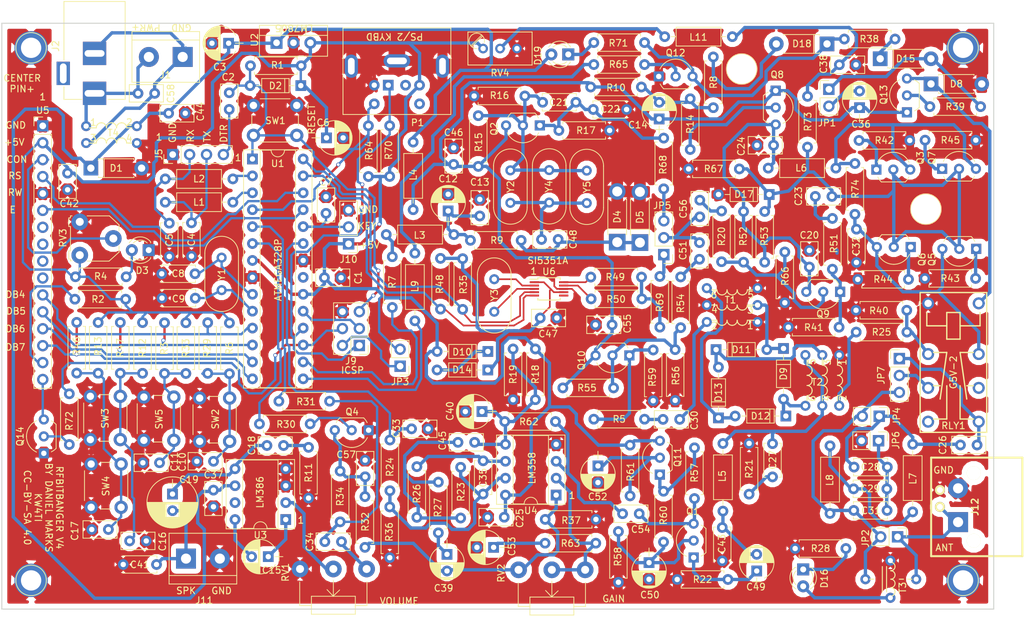
<source format=kicad_pcb>
(kicad_pcb (version 4) (host pcbnew 4.0.7)
  (layers (0 F.Cu signal) (31 B.Cu signal) (34 B.Paste user) (35 F.Paste user) (36 B.SilkS user) (37 F.SilkS user) (38 B.Mask user) (39 F.Mask user) (44 Edge.Cuts user))
  (net 0 "")
  (net 1 +5V)
  (net 2 GND)
  (net 3 RESET)
  (net 4 "Net-(C2-Pad2)")
  (net 5 +12V)
  (net 6 "Net-(C4-Pad1)")
  (net 7 "Net-(C5-Pad1)")
  (net 8 "Net-(C7-Pad2)")
  (net 9 "Net-(C8-Pad2)")
  (net 10 "Net-(C9-Pad2)")
  (net 11 "Net-(C11-Pad2)")
  (net 12 "Net-(C12-Pad1)")
  (net 13 "Net-(C14-Pad1)")
  (net 14 "Net-(C15-Pad1)")
  (net 15 "Net-(C15-Pad2)")
  (net 16 "Net-(C18-Pad1)")
  (net 17 "Net-(C18-Pad2)")
  (net 18 "Net-(C19-Pad2)")
  (net 19 "Net-(C20-Pad2)")
  (net 20 "Net-(C21-Pad2)")
  (net 21 "Net-(C23-Pad2)")
  (net 22 "Net-(C26-Pad1)")
  (net 23 "Net-(C26-Pad2)")
  (net 24 "Net-(C29-Pad2)")
  (net 25 "Net-(C34-Pad1)")
  (net 26 "Net-(C34-Pad2)")
  (net 27 "Net-(C35-Pad2)")
  (net 28 "Net-(D3-Pad2)")
  (net 29 SCK)
  (net 30 MOSI)
  (net 31 TXD)
  (net 32 RXD)
  (net 33 TUNING)
  (net 34 "Net-(L3-Pad2)")
  (net 35 TRANSMIT)
  (net 36 "Net-(Q4-Pad2)")
  (net 37 MUTEAUDIO)
  (net 38 BEEPOUT)
  (net 39 "Net-(RV1-Pad2)")
  (net 40 AUDIO)
  (net 41 "Net-(C35-Pad1)")
  (net 42 "Net-(C36-Pad2)")
  (net 43 "Net-(D11-Pad1)")
  (net 44 AUDIOFILT)
  (net 45 "Net-(Q3-Pad1)")
  (net 46 "Net-(Q5-Pad1)")
  (net 47 "Net-(Q6-Pad1)")
  (net 48 "Net-(Q7-Pad1)")
  (net 49 "Net-(C10-Pad2)")
  (net 50 "Net-(C17-Pad2)")
  (net 51 MISO)
  (net 52 "Net-(R2-Pad1)")
  (net 53 DB5)
  (net 54 DB4)
  (net 55 DB7)
  (net 56 DB6)
  (net 57 "Net-(RV3-Pad2)")
  (net 58 RS)
  (net 59 E)
  (net 60 "Net-(C16-Pad2)")
  (net 61 "Net-(J9-Pad2)")
  (net 62 "Net-(C45-Pad2)")
  (net 63 SDA)
  (net 64 SCL)
  (net 65 "Net-(C23-Pad1)")
  (net 66 "Net-(C47-Pad2)")
  (net 67 "Net-(D10-Pad1)")
  (net 68 "Net-(U6-Pad2)")
  (net 69 "Net-(U6-Pad3)")
  (net 70 "Net-(C27-Pad1)")
  (net 71 "Net-(C30-Pad2)")
  (net 72 "Net-(D11-Pad2)")
  (net 73 "Net-(D12-Pad1)")
  (net 74 "Net-(D12-Pad2)")
  (net 75 "Net-(R25-Pad2)")
  (net 76 "Net-(C30-Pad1)")
  (net 77 "Net-(D15-Pad2)")
  (net 78 "Net-(Q8-Pad2)")
  (net 79 "Net-(R49-Pad1)")
  (net 80 "Net-(R50-Pad1)")
  (net 81 "Net-(L9-Pad2)")
  (net 82 "Net-(C39-Pad1)")
  (net 83 "Net-(C40-Pad1)")
  (net 84 "Net-(J12-Pad1)")
  (net 85 "Net-(D16-Pad2)")
  (net 86 "Net-(D16-Pad1)")
  (net 87 "Net-(C28-Pad1)")
  (net 88 "Net-(Q9-Pad2)")
  (net 89 "Net-(Q9-Pad1)")
  (net 90 "Net-(C48-Pad1)")
  (net 91 "Net-(C48-Pad2)")
  (net 92 "Net-(C14-Pad2)")
  (net 93 XOSC)
  (net 94 IF)
  (net 95 "Net-(C43-Pad1)")
  (net 96 "Net-(C49-Pad1)")
  (net 97 "Net-(C50-Pad1)")
  (net 98 "Net-(C51-Pad1)")
  (net 99 "Net-(C51-Pad2)")
  (net 100 "Net-(C52-Pad1)")
  (net 101 "Net-(C53-Pad1)")
  (net 102 "Net-(C54-Pad1)")
  (net 103 "Net-(C54-Pad2)")
  (net 104 "Net-(C56-Pad1)")
  (net 105 "Net-(C57-Pad1)")
  (net 106 TXRELAY)
  (net 107 "Net-(D15-Pad1)")
  (net 108 "Net-(D18-Pad1)")
  (net 109 "Net-(D18-Pad2)")
  (net 110 PLLOSC)
  (net 111 "Net-(JP7-Pad2)")
  (net 112 AMPOUT)
  (net 113 "Net-(Q10-Pad2)")
  (net 114 "Net-(Q10-Pad1)")
  (net 115 "Net-(Q11-Pad1)")
  (net 116 "Net-(Q12-Pad2)")
  (net 117 "Net-(Q13-Pad2)")
  (net 118 RF)
  (net 119 "Net-(R49-Pad2)")
  (net 120 "Net-(R63-Pad1)")
  (net 121 PS2CLK)
  (net 122 "Net-(C21-Pad1)")
  (net 123 "Net-(D19-Pad1)")
  (net 124 "Net-(Q14-Pad2)")
  (net 125 "Net-(Q14-Pad3)")
  (net 126 "Net-(L6-Pad2)")
  (net 127 "Net-(C38-Pad1)")
  (net 128 "Net-(L11-Pad2)")
  (net 129 "Net-(C31-Pad2)")
  (net 130 "Net-(C58-Pad1)")
  (net 131 "Net-(C58-Pad2)")
  (module Resistors_THT:R_Axial_DIN0207_L6.3mm_D2.5mm_P7.62mm_Horizontal (layer F.Cu) (at 52.085 94.855)
    (fp_text reference R4 (at 3.786 -0.064) (layer F.SilkS))
    (fp_text value 1k)
    (pad 1 thru_hole circle (at 0 0) (size 1.6 1.6) (drill 0.8) (layers *.Cu *.Mask) (net 1 +5V))
    (pad 2 thru_hole oval (at 7.62 0) (size 1.6 1.6) (drill 0.8) (layers *.Cu *.Mask) (net 28 "Net-(D3-Pad2)"))
  )
  (module Pin_Headers:Pin_Header_Straight_1x03_Pitch2.54mm (layer F.Cu) (at 175.855 107.145)
    (fp_text reference JP7 (at -2.74 2.52 270) (layer F.SilkS))
    (fp_text value JVAL1)
    (pad 1 thru_hole rect (at 0 0) (size 1.7 1.7) (drill 1) (layers *.Cu *.Mask) (net 22 "Net-(C26-Pad1)"))
    (pad 2 thru_hole oval (at 0 2.54) (size 1.7 1.7) (drill 1) (layers *.Cu *.Mask) (net 111 "Net-(JP7-Pad2)"))
    (pad 3 thru_hole oval (at 0 5.08) (size 1.7 1.7) (drill 1) (layers *.Cu *.Mask) (net 129 "Net-(C31-Pad2)"))
  )
  (module Resistors_THT:R_Axial_DIN0207_L6.3mm_D2.5mm_P7.62mm_Horizontal (layer F.Cu) (at 180.435 69.295)
    (fp_text reference R39 (at 3.81 0) (layer F.SilkS))
    (fp_text value 22k)
    (pad 1 thru_hole circle (at 0 0) (size 1.6 1.6) (drill 0.8) (layers *.Cu *.Mask) (net 117 "Net-(Q13-Pad2)"))
    (pad 2 thru_hole oval (at 7.62 0) (size 1.6 1.6) (drill 0.8) (layers *.Cu *.Mask) (net 77 "Net-(D15-Pad2)"))
  )
  (module Capacitors_THT:C_Disc_D5.0mm_W2.5mm_P2.50mm (layer F.Cu) (at 124.405 101.045 180)
    (fp_text reference C47 (at 1.31 -2.39 180) (layer F.SilkS))
    (fp_text value "100 nF")
    (pad 1 thru_hole circle (at 0 0 180) (size 1.6 1.6) (drill 0.8) (layers *.Cu *.Mask) (net 2 GND))
    (pad 2 thru_hole circle (at 2.5 0 180) (size 1.6 1.6) (drill 0.8) (layers *.Cu *.Mask) (net 66 "Net-(C47-Pad2)"))
  )
  (module Capacitors_THT:C_Disc_D5.0mm_W2.5mm_P2.50mm (layer F.Cu) (at 75.185 67.215 270)
    (fp_text reference C2 (at -2.35 0.15 360) (layer F.SilkS))
    (fp_text value "100 nF")
    (pad 1 thru_hole circle (at 0 0 270) (size 1.6 1.6) (drill 0.8) (layers *.Cu *.Mask) (net 3 RESET))
    (pad 2 thru_hole circle (at 2.5 0 270) (size 1.6 1.6) (drill 0.8) (layers *.Cu *.Mask) (net 4 "Net-(C2-Pad2)"))
  )
  (module Capacitors_THT:CP_Radial_D5.0mm_P2.50mm (layer F.Cu) (at 89.795 73.985)
    (fp_text reference C6 (at -0.508 -2.286) (layer F.SilkS))
    (fp_text value "100 uF")
    (pad 1 thru_hole rect (at 0 0) (size 1.6 1.6) (drill 0.8) (layers *.Cu *.Mask) (net 1 +5V))
    (pad 2 thru_hole circle (at 2.5 0) (size 1.6 1.6) (drill 0.8) (layers *.Cu *.Mask) (net 2 GND))
  )
  (module Resistors_THT:R_Axial_DIN0207_L6.3mm_D2.5mm_P7.62mm_Horizontal (layer F.Cu) (at 82.645 113.545)
    (fp_text reference R31 (at 4.08 0.088) (layer F.SilkS))
    (fp_text value 100k)
    (pad 1 thru_hole circle (at 0 0) (size 1.6 1.6) (drill 0.8) (layers *.Cu *.Mask) (net 38 BEEPOUT))
    (pad 2 thru_hole oval (at 7.62 0) (size 1.6 1.6) (drill 0.8) (layers *.Cu *.Mask) (net 25 "Net-(C34-Pad1)"))
  )
  (module Capacitors_THT:C_Disc_D5.0mm_W2.5mm_P2.50mm (layer F.Cu) (at 162.335 90.895 270)
    (fp_text reference C20 (at -2.286 0 540) (layer F.SilkS))
    (fp_text value "100 nF")
    (pad 1 thru_hole circle (at 0 0 270) (size 1.6 1.6) (drill 0.8) (layers *.Cu *.Mask) (net 2 GND))
    (pad 2 thru_hole circle (at 2.5 0 270) (size 1.6 1.6) (drill 0.8) (layers *.Cu *.Mask) (net 19 "Net-(C20-Pad2)"))
  )
  (module TO_SOT_Packages_THT:TO-92_Inline_Wide (layer F.Cu) (at 166.955 97.115 180)
    (fp_text reference Q9 (at 2.57 -3.33 360) (layer F.SilkS))
    (fp_text value 2N3904)
    (pad 2 thru_hole circle (at 2.54 0 270) (size 1.52 1.52) (drill 0.8) (layers *.Cu *.Mask) (net 88 "Net-(Q9-Pad2)"))
    (pad 3 thru_hole circle (at 5.08 0 270) (size 1.52 1.52) (drill 0.8) (layers *.Cu *.Mask) (net 19 "Net-(C20-Pad2)"))
    (pad 1 thru_hole rect (at 0 0 270) (size 1.52 1.52) (drill 0.8) (layers *.Cu *.Mask) (net 89 "Net-(Q9-Pad1)"))
  )
  (module Inductors_THT:L_Axial_L6.6mm_D2.7mm_P10.16mm_Horizontal_Vishay_IM-2 (layer F.Cu) (at 156.155 78.535)
    (fp_text reference L6 (at 4.95 -0.02) (layer F.SilkS))
    (fp_text value "220 uH")
    (pad 1 thru_hole circle (at 0 0) (size 1.6 1.6) (drill 0.8) (layers *.Cu *.Mask) (net 19 "Net-(C20-Pad2)"))
    (pad 2 thru_hole oval (at 10.16 0) (size 1.6 1.6) (drill 0.8) (layers *.Cu *.Mask) (net 126 "Net-(L6-Pad2)"))
  )
  (module Resistors_THT:R_Axial_DIN0207_L6.3mm_D2.5mm_P7.62mm_Horizontal (layer F.Cu) (at 149.145 92.595 90)
    (fp_text reference R20 (at 3.81 0 90) (layer F.SilkS))
    (fp_text value 1k)
    (pad 1 thru_hole circle (at 0 0 90) (size 1.6 1.6) (drill 0.8) (layers *.Cu *.Mask) (net 88 "Net-(Q9-Pad2)"))
    (pad 2 thru_hole oval (at 7.62 0 90) (size 1.6 1.6) (drill 0.8) (layers *.Cu *.Mask) (net 104 "Net-(C56-Pad1)"))
  )
  (module Resistors_THT:R_Axial_DIN0207_L6.3mm_D2.5mm_P7.62mm_Horizontal (layer F.Cu) (at 179.715 74.335)
    (fp_text reference R45 (at 3.81 0) (layer F.SilkS))
    (fp_text value 1R0)
    (pad 1 thru_hole circle (at 0 0) (size 1.6 1.6) (drill 0.8) (layers *.Cu *.Mask) (net 48 "Net-(Q7-Pad1)"))
    (pad 2 thru_hole oval (at 7.62 0) (size 1.6 1.6) (drill 0.8) (layers *.Cu *.Mask) (net 2 GND))
  )
  (module Resistors_THT:R_Axial_DIN0207_L6.3mm_D2.5mm_P7.62mm_Horizontal (layer F.Cu) (at 187.305 95.105 180)
    (fp_text reference R43 (at 3.81 0 180) (layer F.SilkS))
    (fp_text value 1R0)
    (pad 1 thru_hole circle (at 0 0 180) (size 1.6 1.6) (drill 0.8) (layers *.Cu *.Mask) (net 46 "Net-(Q5-Pad1)"))
    (pad 2 thru_hole oval (at 7.62 0 180) (size 1.6 1.6) (drill 0.8) (layers *.Cu *.Mask) (net 2 GND))
  )
  (module Housings_DIP:DIP-8_W7.62mm_Socket (layer F.Cu) (at 124.3 127.65 180)
    (fp_text reference U4 (at 3.81 -2.33 180) (layer F.SilkS))
    (fp_text value LM358)
    (pad 1 thru_hole rect (at 0 0 180) (size 1.6 1.6) (drill 0.8) (layers *.Cu *.Mask) (net 40 AUDIO))
    (pad 5 thru_hole oval (at 7.62 7.62 180) (size 1.6 1.6) (drill 0.8) (layers *.Cu *.Mask) (net 83 "Net-(C40-Pad1)"))
    (pad 2 thru_hole oval (at 0 2.54 180) (size 1.6 1.6) (drill 0.8) (layers *.Cu *.Mask) (net 120 "Net-(R63-Pad1)"))
    (pad 6 thru_hole oval (at 7.62 5.08 180) (size 1.6 1.6) (drill 0.8) (layers *.Cu *.Mask) (net 41 "Net-(C35-Pad1)"))
    (pad 3 thru_hole oval (at 0 5.08 180) (size 1.6 1.6) (drill 0.8) (layers *.Cu *.Mask) (net 103 "Net-(C54-Pad2)"))
    (pad 7 thru_hole oval (at 7.62 2.54 180) (size 1.6 1.6) (drill 0.8) (layers *.Cu *.Mask) (net 27 "Net-(C35-Pad2)"))
    (pad 4 thru_hole oval (at 0 7.62 180) (size 1.6 1.6) (drill 0.8) (layers *.Cu *.Mask) (net 2 GND))
    (pad 8 thru_hole oval (at 7.62 0 180) (size 1.6 1.6) (drill 0.8) (layers *.Cu *.Mask) (net 1 +5V))
  )
  (module Potentiometers:Potentiometer_WirePads (layer F.Cu) (at 128.65 138.875 270)
    (fp_text reference RV2 (at 0.49 12.61 270) (layer F.SilkS))
    (fp_text value 50k)
    (pad 2 thru_hole circle (at 0 5 270) (size 2.5 2.5) (drill 1.2) (layers *.Cu *.Mask) (net 120 "Net-(R63-Pad1)"))
    (pad 3 thru_hole circle (at 0 10 270) (size 2.5 2.5) (drill 1.2) (layers *.Cu *.Mask) (net 40 AUDIO))
    (pad 1 thru_hole circle (at 0 0 270) (size 2.5 2.5) (drill 1.2) (layers *.Cu *.Mask) (net 120 "Net-(R63-Pad1)"))
  )
  (module Resistors_THT:R_Axial_DIN0207_L6.3mm_D2.5mm_P7.62mm_Horizontal (layer F.Cu) (at 117.825 105.7 270)
    (fp_text reference R19 (at 3.81 0 270) (layer F.SilkS))
    (fp_text value 1k)
    (pad 1 thru_hole circle (at 0 0 270) (size 1.6 1.6) (drill 0.8) (layers *.Cu *.Mask) (net 83 "Net-(C40-Pad1)"))
    (pad 2 thru_hole oval (at 7.62 0 270) (size 1.6 1.6) (drill 0.8) (layers *.Cu *.Mask) (net 2 GND))
  )
  (module Diodes_THT:D_DO-35_SOD27_P7.62mm_Horizontal (layer F.Cu) (at 158.8 115.775 180)
    (fp_text reference D12 (at 3.81 0 180) (layer F.SilkS))
    (fp_text value 1N4148)
    (pad 1 thru_hole rect (at 0 0 180) (size 1.6 1.6) (drill 0.8) (layers *.Cu *.Mask) (net 73 "Net-(D12-Pad1)"))
    (pad 2 thru_hole oval (at 7.62 0 180) (size 1.6 1.6) (drill 0.8) (layers *.Cu *.Mask) (net 74 "Net-(D12-Pad2)"))
  )
  (module Pin_Headers:Pin_Header_Straight_1x03_Pitch2.54mm (layer F.Cu) (at 140.475 91.525 180)
    (fp_text reference JP5 (at 0.254 7.366 360) (layer F.SilkS))
    (fp_text value JREF1)
    (pad 1 thru_hole rect (at 0 0 180) (size 1.7 1.7) (drill 1) (layers *.Cu *.Mask) (net 110 PLLOSC))
    (pad 2 thru_hole oval (at 0 2.54 180) (size 1.7 1.7) (drill 1) (layers *.Cu *.Mask) (net 98 "Net-(C51-Pad1)"))
    (pad 3 thru_hole oval (at 0 5.08 180) (size 1.7 1.7) (drill 1) (layers *.Cu *.Mask) (net 93 XOSC))
  )
  (module Resistors_THT:R_Axial_DIN0207_L6.3mm_D2.5mm_P7.62mm_Horizontal (layer F.Cu) (at 111.42 89.38)
    (fp_text reference R9 (at 3.97 0) (layer F.SilkS))
    (fp_text value 100k)
    (pad 1 thru_hole circle (at 0 0) (size 1.6 1.6) (drill 0.8) (layers *.Cu *.Mask) (net 12 "Net-(C12-Pad1)"))
    (pad 2 thru_hole oval (at 7.62 0) (size 1.6 1.6) (drill 0.8) (layers *.Cu *.Mask) (net 91 "Net-(C48-Pad2)"))
  )
  (module Resistors_THT:R_Axial_DIN0207_L6.3mm_D2.5mm_P7.62mm_Horizontal (layer F.Cu) (at 121.175 105.7 270)
    (fp_text reference R18 (at 3.81 0 270) (layer F.SilkS))
    (fp_text value 1k)
    (pad 1 thru_hole circle (at 0 0 270) (size 1.6 1.6) (drill 0.8) (layers *.Cu *.Mask) (net 1 +5V))
    (pad 2 thru_hole oval (at 7.62 0 270) (size 1.6 1.6) (drill 0.8) (layers *.Cu *.Mask) (net 83 "Net-(C40-Pad1)"))
  )
  (module Capacitors_THT:C_Disc_D5.0mm_W2.5mm_P2.50mm (layer F.Cu) (at 80.85 120.2)
    (fp_text reference C18 (at -2.286 0 90) (layer F.SilkS))
    (fp_text value "100 nF")
    (pad 1 thru_hole circle (at 0 0) (size 1.6 1.6) (drill 0.8) (layers *.Cu *.Mask) (net 16 "Net-(C18-Pad1)"))
    (pad 2 thru_hole circle (at 2.5 0) (size 1.6 1.6) (drill 0.8) (layers *.Cu *.Mask) (net 17 "Net-(C18-Pad2)"))
  )
  (module Capacitors_THT:C_Disc_D5.0mm_W2.5mm_P2.50mm (layer F.Cu) (at 89.485 94.995)
    (fp_text reference C1 (at 5.08 0 90) (layer F.SilkS))
    (fp_text value "100 nF")
    (pad 1 thru_hole circle (at 0 0) (size 1.6 1.6) (drill 0.8) (layers *.Cu *.Mask) (net 1 +5V))
    (pad 2 thru_hole circle (at 2.5 0) (size 1.6 1.6) (drill 0.8) (layers *.Cu *.Mask) (net 2 GND))
  )
  (module Capacitors_THT:CP_Radial_D5.0mm_P2.50mm (layer F.Cu) (at 75.095 59.775 180)
    (fp_text reference C3 (at 1.335 -3.565 180) (layer F.SilkS))
    (fp_text value "100 uF")
    (pad 1 thru_hole rect (at 0 0 180) (size 1.6 1.6) (drill 0.8) (layers *.Cu *.Mask) (net 5 +12V))
    (pad 2 thru_hole circle (at 2.5 0 180) (size 1.6 1.6) (drill 0.8) (layers *.Cu *.Mask) (net 2 GND))
  )
  (module Capacitors_THT:C_Disc_D5.0mm_W2.5mm_P5.00mm (layer F.Cu) (at 69.515 86.755 270)
    (fp_text reference C4 (at 2.54 0 270) (layer F.SilkS))
    (fp_text value "100 pF")
    (pad 1 thru_hole circle (at 0 0 270) (size 1.6 1.6) (drill 0.8) (layers *.Cu *.Mask) (net 6 "Net-(C4-Pad1)"))
    (pad 2 thru_hole circle (at 5 0 270) (size 1.6 1.6) (drill 0.8) (layers *.Cu *.Mask) (net 2 GND))
  )
  (module Capacitors_THT:C_Disc_D5.0mm_W2.5mm_P5.00mm (layer F.Cu) (at 66.185 86.805 270)
    (fp_text reference C5 (at 2.54 0 270) (layer F.SilkS))
    (fp_text value "100 pF")
    (pad 1 thru_hole circle (at 0 0 270) (size 1.6 1.6) (drill 0.8) (layers *.Cu *.Mask) (net 7 "Net-(C5-Pad1)"))
    (pad 2 thru_hole circle (at 5 0 270) (size 1.6 1.6) (drill 0.8) (layers *.Cu *.Mask) (net 2 GND))
  )
  (module Capacitors_THT:C_Disc_D5.0mm_W2.5mm_P2.50mm (layer F.Cu) (at 89.725 82.825 270)
    (fp_text reference C7 (at -2.17 0 540) (layer F.SilkS))
    (fp_text value "10 nF")
    (pad 1 thru_hole circle (at 0 0 270) (size 1.6 1.6) (drill 0.8) (layers *.Cu *.Mask) (net 2 GND))
    (pad 2 thru_hole circle (at 2.5 0 270) (size 1.6 1.6) (drill 0.8) (layers *.Cu *.Mask) (net 8 "Net-(C7-Pad2)"))
  )
  (module Capacitors_THT:C_Disc_D5.0mm_W2.5mm_P5.00mm (layer F.Cu) (at 65.045 94.405)
    (fp_text reference C8 (at 2.458 -0.026) (layer F.SilkS))
    (fp_text value "20 pF")
    (pad 1 thru_hole circle (at 0 0) (size 1.6 1.6) (drill 0.8) (layers *.Cu *.Mask) (net 2 GND))
    (pad 2 thru_hole circle (at 5 0) (size 1.6 1.6) (drill 0.8) (layers *.Cu *.Mask) (net 9 "Net-(C8-Pad2)"))
  )
  (module Capacitors_THT:C_Disc_D5.0mm_W2.5mm_P5.00mm (layer F.Cu) (at 65.085 98.065)
    (fp_text reference C9 (at 2.48 0.108) (layer F.SilkS))
    (fp_text value "20 pF")
    (pad 1 thru_hole circle (at 0 0) (size 1.6 1.6) (drill 0.8) (layers *.Cu *.Mask) (net 2 GND))
    (pad 2 thru_hole circle (at 5 0) (size 1.6 1.6) (drill 0.8) (layers *.Cu *.Mask) (net 10 "Net-(C9-Pad2)"))
  )
  (module Capacitors_THT:C_Disc_D5.0mm_W2.5mm_P2.50mm (layer F.Cu) (at 70.325 122.575)
    (fp_text reference C10 (at -2.19 0.1 90) (layer F.SilkS))
    (fp_text value "100 nF")
    (pad 1 thru_hole circle (at 0 0) (size 1.6 1.6) (drill 0.8) (layers *.Cu *.Mask) (net 2 GND))
    (pad 2 thru_hole circle (at 2.5 0) (size 1.6 1.6) (drill 0.8) (layers *.Cu *.Mask) (net 49 "Net-(C10-Pad2)"))
  )
  (module Capacitors_THT:C_Disc_D5.0mm_W2.5mm_P2.50mm (layer F.Cu) (at 62.215 122.795)
    (fp_text reference C11 (at 4.74 -0.16 90) (layer F.SilkS))
    (fp_text value "100 nF")
    (pad 1 thru_hole circle (at 0 0) (size 1.6 1.6) (drill 0.8) (layers *.Cu *.Mask) (net 2 GND))
    (pad 2 thru_hole circle (at 2.5 0) (size 1.6 1.6) (drill 0.8) (layers *.Cu *.Mask) (net 11 "Net-(C11-Pad2)"))
  )
  (module Capacitors_THT:CP_Radial_D5.0mm_P2.50mm (layer F.Cu) (at 108.075 84.965 90)
    (fp_text reference C12 (at 4.826 0 360) (layer F.SilkS))
    (fp_text value "10 uF")
    (pad 1 thru_hole rect (at 0 0 90) (size 1.6 1.6) (drill 0.8) (layers *.Cu *.Mask) (net 12 "Net-(C12-Pad1)"))
    (pad 2 thru_hole circle (at 2.5 0 90) (size 1.6 1.6) (drill 0.8) (layers *.Cu *.Mask) (net 2 GND))
  )
  (module Capacitors_THT:C_Disc_D5.0mm_W2.5mm_P2.50mm (layer F.Cu) (at 112.825 85.725 90)
    (fp_text reference C13 (at 5.08 0 360) (layer F.SilkS))
    (fp_text value "100 nF")
    (pad 1 thru_hole circle (at 0 0 90) (size 1.6 1.6) (drill 0.8) (layers *.Cu *.Mask) (net 12 "Net-(C12-Pad1)"))
    (pad 2 thru_hole circle (at 2.5 0 90) (size 1.6 1.6) (drill 0.8) (layers *.Cu *.Mask) (net 2 GND))
  )
  (module Capacitors_THT:CP_Radial_D5.0mm_P2.50mm (layer F.Cu) (at 81.05 136.9 180)
    (fp_text reference C15 (at -0.508 -2.032 360) (layer F.SilkS))
    (fp_text value NC)
    (pad 1 thru_hole rect (at 0 0 180) (size 1.6 1.6) (drill 0.8) (layers *.Cu *.Mask) (net 14 "Net-(C15-Pad1)"))
    (pad 2 thru_hole circle (at 2.5 0 180) (size 1.6 1.6) (drill 0.8) (layers *.Cu *.Mask) (net 15 "Net-(C15-Pad2)"))
  )
  (module Capacitors_THT:C_Disc_D5.0mm_W2.5mm_P2.50mm (layer F.Cu) (at 62.725 134.535 180)
    (fp_text reference C16 (at -2.44 -0.09 270) (layer F.SilkS))
    (fp_text value "100 nF")
    (pad 1 thru_hole circle (at 0 0 180) (size 1.6 1.6) (drill 0.8) (layers *.Cu *.Mask) (net 2 GND))
    (pad 2 thru_hole circle (at 2.5 0 180) (size 1.6 1.6) (drill 0.8) (layers *.Cu *.Mask) (net 60 "Net-(C16-Pad2)"))
  )
  (module Capacitors_THT:C_Disc_D5.0mm_W2.5mm_P2.50mm (layer F.Cu) (at 54.535 132.815)
    (fp_text reference C17 (at -2.55 0.23 90) (layer F.SilkS))
    (fp_text value "100 nF")
    (pad 1 thru_hole circle (at 0 0) (size 1.6 1.6) (drill 0.8) (layers *.Cu *.Mask) (net 2 GND))
    (pad 2 thru_hole circle (at 2.5 0) (size 1.6 1.6) (drill 0.8) (layers *.Cu *.Mask) (net 50 "Net-(C17-Pad2)"))
  )
  (module Capacitors_THT:CP_Radial_D7.5mm_P2.50mm (layer F.Cu) (at 66.665 127.495 270)
    (fp_text reference C19 (at -2.172 -2.466 360) (layer F.SilkS))
    (fp_text value "220 uF")
    (pad 1 thru_hole rect (at 0 0 270) (size 1.6 1.6) (drill 0.8) (layers *.Cu *.Mask) (net 16 "Net-(C18-Pad1)"))
    (pad 2 thru_hole circle (at 2.5 0 270) (size 1.6 1.6) (drill 0.8) (layers *.Cu *.Mask) (net 18 "Net-(C19-Pad2)"))
  )
  (module Capacitors_THT:C_Disc_D5.0mm_W2.5mm_P5.00mm (layer F.Cu) (at 127.265 68.645 180)
    (fp_text reference C21 (at 2.56 -0.02 180) (layer F.SilkS))
    (fp_text value "100 pF")
    (pad 1 thru_hole circle (at 0 0 180) (size 1.6 1.6) (drill 0.8) (layers *.Cu *.Mask) (net 122 "Net-(C21-Pad1)"))
    (pad 2 thru_hole circle (at 5 0 180) (size 1.6 1.6) (drill 0.8) (layers *.Cu *.Mask) (net 20 "Net-(C21-Pad2)"))
  )
  (module Capacitors_THT:C_Disc_D5.0mm_W2.5mm_P5.00mm (layer F.Cu) (at 129.875 69.725)
    (fp_text reference C22 (at 2.55 -0.05) (layer F.SilkS))
    (fp_text value "100 pF")
    (pad 1 thru_hole circle (at 0 0) (size 1.6 1.6) (drill 0.8) (layers *.Cu *.Mask) (net 122 "Net-(C21-Pad1)"))
    (pad 2 thru_hole circle (at 5 0) (size 1.6 1.6) (drill 0.8) (layers *.Cu *.Mask) (net 2 GND))
  )
  (module Capacitors_THT:C_Disc_D5.0mm_W2.5mm_P2.50mm (layer F.Cu) (at 163.225 82.785)
    (fp_text reference C23 (at -2.52 -0.03 90) (layer F.SilkS))
    (fp_text value "10 nF")
    (pad 1 thru_hole circle (at 0 0) (size 1.6 1.6) (drill 0.8) (layers *.Cu *.Mask) (net 65 "Net-(C23-Pad1)"))
    (pad 2 thru_hole circle (at 2.5 0) (size 1.6 1.6) (drill 0.8) (layers *.Cu *.Mask) (net 21 "Net-(C23-Pad2)"))
  )
  (module Capacitors_THT:C_Disc_D5.0mm_W2.5mm_P2.50mm (layer F.Cu) (at 116.5 130.975 180)
    (fp_text reference C25 (at -2.335 -0.15 450) (layer F.SilkS))
    (fp_text value "100 nF")
    (pad 1 thru_hole circle (at 0 0 180) (size 1.6 1.6) (drill 0.8) (layers *.Cu *.Mask) (net 1 +5V))
    (pad 2 thru_hole circle (at 2.5 0 180) (size 1.6 1.6) (drill 0.8) (layers *.Cu *.Mask) (net 2 GND))
  )
  (module Capacitors_THT:C_Disc_D5.0mm_W2.5mm_P2.50mm (layer F.Cu) (at 187.525 120.125 180)
    (fp_text reference C26 (at 5.15 0 270) (layer F.SilkS))
    (fp_text value "10 nF")
    (pad 1 thru_hole circle (at 0 0 180) (size 1.6 1.6) (drill 0.8) (layers *.Cu *.Mask) (net 22 "Net-(C26-Pad1)"))
    (pad 2 thru_hole circle (at 2.5 0 180) (size 1.6 1.6) (drill 0.8) (layers *.Cu *.Mask) (net 23 "Net-(C26-Pad2)"))
  )
  (module Capacitors_THT:C_Disc_D5.0mm_W2.5mm_P5.00mm (layer F.Cu) (at 174.045 123.445 180)
    (fp_text reference C28 (at 2.52 0.01 180) (layer F.SilkS))
    (fp_text value "220 pF")
    (pad 1 thru_hole circle (at 0 0 180) (size 1.6 1.6) (drill 0.8) (layers *.Cu *.Mask) (net 87 "Net-(C28-Pad1)"))
    (pad 2 thru_hole circle (at 5 0 180) (size 1.6 1.6) (drill 0.8) (layers *.Cu *.Mask) (net 23 "Net-(C26-Pad2)"))
  )
  (module Capacitors_THT:C_Disc_D5.0mm_W2.5mm_P5.00mm (layer F.Cu) (at 173.975 126.715 180)
    (fp_text reference C29 (at 2.5 0.03 180) (layer F.SilkS))
    (fp_text value "680 pF")
    (pad 1 thru_hole circle (at 0 0 180) (size 1.6 1.6) (drill 0.8) (layers *.Cu *.Mask) (net 87 "Net-(C28-Pad1)"))
    (pad 2 thru_hole circle (at 5 0 180) (size 1.6 1.6) (drill 0.8) (layers *.Cu *.Mask) (net 24 "Net-(C29-Pad2)"))
  )
  (module Capacitors_THT:C_Disc_D5.0mm_W2.5mm_P5.00mm (layer F.Cu) (at 174.005 129.955 180)
    (fp_text reference C31 (at 2.42 -0.03 180) (layer F.SilkS))
    (fp_text value "220 pF")
    (pad 1 thru_hole circle (at 0 0 180) (size 1.6 1.6) (drill 0.8) (layers *.Cu *.Mask) (net 87 "Net-(C28-Pad1)"))
    (pad 2 thru_hole circle (at 5 0 180) (size 1.6 1.6) (drill 0.8) (layers *.Cu *.Mask) (net 129 "Net-(C31-Pad2)"))
  )
  (module Capacitors_THT:C_Disc_D5.0mm_W2.5mm_P2.50mm (layer F.Cu) (at 102.575 117.7)
    (fp_text reference C33 (at -2.264 -0.06 270) (layer F.SilkS))
    (fp_text value "100 nF")
    (pad 1 thru_hole circle (at 0 0) (size 1.6 1.6) (drill 0.8) (layers *.Cu *.Mask) (net 44 AUDIOFILT))
    (pad 2 thru_hole circle (at 2.5 0) (size 1.6 1.6) (drill 0.8) (layers *.Cu *.Mask) (net 2 GND))
  )
  (module Capacitors_THT:C_Disc_D5.0mm_W2.5mm_P2.50mm (layer F.Cu) (at 89.55 134.65)
    (fp_text reference C34 (at -2.275 0.025 270) (layer F.SilkS))
    (fp_text value "100 nF")
    (pad 1 thru_hole circle (at 0 0) (size 1.6 1.6) (drill 0.8) (layers *.Cu *.Mask) (net 25 "Net-(C34-Pad1)"))
    (pad 2 thru_hole circle (at 2.5 0) (size 1.6 1.6) (drill 0.8) (layers *.Cu *.Mask) (net 26 "Net-(C34-Pad2)"))
  )
  (module Capacitors_THT:C_Disc_D5.0mm_W2.5mm_P5.00mm (layer F.Cu) (at 113.325 122.5 270)
    (fp_text reference C35 (at 2.54 0 270) (layer F.SilkS))
    (fp_text value "1 nF")
    (pad 1 thru_hole circle (at 0 0 270) (size 1.6 1.6) (drill 0.8) (layers *.Cu *.Mask) (net 41 "Net-(C35-Pad1)"))
    (pad 2 thru_hole circle (at 5 0 270) (size 1.6 1.6) (drill 0.8) (layers *.Cu *.Mask) (net 27 "Net-(C35-Pad2)"))
  )
  (module Diodes_THT:D_DO-41_SOD81_P7.62mm_Horizontal (layer F.Cu) (at 54.4 78.54)
    (fp_text reference D1 (at 3.81 0) (layer F.SilkS))
    (fp_text value 1N4007)
    (pad 1 thru_hole rect (at 0 0) (size 2.2 2.2) (drill 1.1) (layers *.Cu *.Mask) (net 5 +12V))
    (pad 2 thru_hole oval (at 7.62 0) (size 2.2 2.2) (drill 1.1) (layers *.Cu *.Mask) (net 2 GND))
  )
  (module Diodes_THT:D_DO-35_SOD27_P7.62mm_Horizontal (layer F.Cu) (at 85.935 66.145 180)
    (fp_text reference D2 (at 3.81 -0.02 180) (layer F.SilkS))
    (fp_text value 1N4148)
    (pad 1 thru_hole rect (at 0 0 180) (size 1.6 1.6) (drill 0.8) (layers *.Cu *.Mask) (net 1 +5V))
    (pad 2 thru_hole oval (at 7.62 0 180) (size 1.6 1.6) (drill 0.8) (layers *.Cu *.Mask) (net 3 RESET))
  )
  (module LEDs:LED_D3.0mm (layer F.Cu) (at 63.095 90.855 180)
    (fp_text reference D3 (at 0.98 -3.05 360) (layer F.SilkS))
    (fp_text value LED)
    (pad 1 thru_hole rect (at 0 0 180) (size 1.8 1.8) (drill 0.9) (layers *.Cu *.Mask) (net 2 GND))
    (pad 2 thru_hole circle (at 2.54 0 180) (size 1.8 1.8) (drill 0.9) (layers *.Cu *.Mask) (net 28 "Net-(D3-Pad2)"))
  )
  (module Diodes_THT:D_DO-41_SOD81_P7.62mm_Horizontal (layer F.Cu) (at 133.47 89.66 90)
    (fp_text reference D4 (at 3.81 0 90) (layer F.SilkS))
    (fp_text value 1N4007)
    (pad 1 thru_hole rect (at 0 0 90) (size 2.5 2.5) (drill 1.5) (layers *.Cu *.Mask) (net 91 "Net-(C48-Pad2)"))
    (pad 2 thru_hole oval (at 7.62 0 90) (size 2.5 2.5) (drill 1.5) (layers *.Cu *.Mask) (net 2 GND))
  )
  (module Diodes_THT:D_DO-41_SOD81_P7.62mm_Horizontal (layer F.Cu) (at 136.88 89.72 90)
    (fp_text reference D5 (at 3.81 0 90) (layer F.SilkS))
    (fp_text value 1N4007)
    (pad 1 thru_hole rect (at 0 0 90) (size 2.5 2.5) (drill 1.5) (layers *.Cu *.Mask) (net 91 "Net-(C48-Pad2)"))
    (pad 2 thru_hole oval (at 7.62 0 90) (size 2.5 2.5) (drill 1.5) (layers *.Cu *.Mask) (net 2 GND))
  )
  (module Connectors_Terminal_Blocks:TerminalBlock_bornier-2_P5.08mm (layer F.Cu) (at 68.195 61.835 180)
    (fp_text reference J1 (at 2.61 -2.7 180) (layer F.SilkS))
    (fp_text value POWER)
    (pad 1 thru_hole rect (at 0 0 180) (size 3 3) (drill 1.52) (layers *.Cu *.Mask) (net 130 "Net-(C58-Pad1)"))
    (pad 2 thru_hole circle (at 5.08 0 180) (size 3 3) (drill 1.52) (layers *.Cu *.Mask) (net 131 "Net-(C58-Pad2)"))
  )
  (module Connectors:BARREL_JACK (layer F.Cu) (at 54.955 67.305 270)
    (fp_text reference J2 (at -7.112 5.842 450) (layer F.SilkS))
    (fp_text value Barrel_Jack)
    (pad 1 thru_hole rect (at 0 0 270) (size 3.5 3.5) (drill oval 1 3) (layers *.Cu *.Mask) (net 131 "Net-(C58-Pad2)"))
    (pad 2 thru_hole rect (at -6 0 270) (size 3.5 3.5) (drill oval 1 3) (layers *.Cu *.Mask) (net 130 "Net-(C58-Pad1)"))
    (pad 3 thru_hole rect (at -3 4.7 270) (size 3.5 2) (drill oval 3 1) (layers *.Cu *.Mask))
  )
  (module Pin_Headers:Pin_Header_Straight_1x04_Pitch2.54mm (layer F.Cu) (at 66.695 76.495 90)
    (fp_text reference J5 (at 0.02 -2.08 90) (layer F.SilkS))
    (fp_text value Conn_01x04)
    (pad 1 thru_hole rect (at 0 0 90) (size 1.7 1.7) (drill 1) (layers *.Cu *.Mask) (net 2 GND))
    (pad 2 thru_hole oval (at 0 2.54 90) (size 1.7 1.7) (drill 1) (layers *.Cu *.Mask) (net 7 "Net-(C5-Pad1)"))
    (pad 3 thru_hole oval (at 0 5.08 90) (size 1.7 1.7) (drill 1) (layers *.Cu *.Mask) (net 6 "Net-(C4-Pad1)"))
    (pad 4 thru_hole oval (at 0 7.62 90) (size 1.7 1.7) (drill 1) (layers *.Cu *.Mask) (net 4 "Net-(C2-Pad2)"))
  )
  (module Connectors_Terminal_Blocks:TerminalBlock_bornier-2_P5.08mm (layer F.Cu) (at 68.695 137.195)
    (fp_text reference J11 (at 2.73 6.27 180) (layer F.SilkS))
    (fp_text value SPEAKER)
    (pad 1 thru_hole rect (at 0 0) (size 3 3) (drill 1.52) (layers *.Cu *.Mask) (net 18 "Net-(C19-Pad2)"))
    (pad 2 thru_hole circle (at 5.08 0) (size 3 3) (drill 1.52) (layers *.Cu *.Mask) (net 2 GND))
  )
  (module Inductors_THT:L_Axial_L6.6mm_D2.7mm_P10.16mm_Horizontal_Vishay_IM-2 (layer F.Cu) (at 65.575 83.655)
    (fp_text reference L1 (at 5.08 0) (layer F.SilkS))
    (fp_text value "10 uH")
    (pad 1 thru_hole circle (at 0 0) (size 1.6 1.6) (drill 0.8) (layers *.Cu *.Mask) (net 6 "Net-(C4-Pad1)"))
    (pad 2 thru_hole oval (at 10.16 0) (size 1.6 1.6) (drill 0.8) (layers *.Cu *.Mask) (net 31 TXD))
  )
  (module Inductors_THT:L_Axial_L6.6mm_D2.7mm_P10.16mm_Horizontal_Vishay_IM-2 (layer F.Cu) (at 65.575 80.155)
    (fp_text reference L2 (at 5.08 0) (layer F.SilkS))
    (fp_text value "10 uH")
    (pad 1 thru_hole circle (at 0 0) (size 1.6 1.6) (drill 0.8) (layers *.Cu *.Mask) (net 7 "Net-(C5-Pad1)"))
    (pad 2 thru_hole oval (at 10.16 0) (size 1.6 1.6) (drill 0.8) (layers *.Cu *.Mask) (net 32 RXD))
  )
  (module Inductors_THT:L_Axial_L6.6mm_D2.7mm_P10.16mm_Horizontal_Vishay_IM-2 (layer F.Cu) (at 108.935 88.515 180)
    (fp_text reference L3 (at 5.15 -0.104 180) (layer F.SilkS))
    (fp_text value "100 uH")
    (pad 1 thru_hole circle (at 0 0 180) (size 1.6 1.6) (drill 0.8) (layers *.Cu *.Mask) (net 12 "Net-(C12-Pad1)"))
    (pad 2 thru_hole oval (at 10.16 0 180) (size 1.6 1.6) (drill 0.8) (layers *.Cu *.Mask) (net 34 "Net-(L3-Pad2)"))
  )
  (module Inductors_THT:L_Axial_L6.6mm_D2.7mm_P10.16mm_Horizontal_Vishay_IM-2 (layer F.Cu) (at 102.815 74.625 270)
    (fp_text reference L4 (at 4.9 -0.02 270) (layer F.SilkS))
    (fp_text value "100 uH")
    (pad 1 thru_hole circle (at 0 0 270) (size 1.6 1.6) (drill 0.8) (layers *.Cu *.Mask) (net 5 +12V))
    (pad 2 thru_hole oval (at 10.16 0 270) (size 1.6 1.6) (drill 0.8) (layers *.Cu *.Mask) (net 13 "Net-(C14-Pad1)"))
  )
  (module Inductors_THT:L_Axial_L6.6mm_D2.7mm_P10.16mm_Horizontal_Vishay_IM-2 (layer F.Cu) (at 177.855 120.015 270)
    (fp_text reference L7 (at 5.16 -0.03 270) (layer F.SilkS))
    (fp_text value "1.35 uH")
    (pad 1 thru_hole circle (at 0 0 270) (size 1.6 1.6) (drill 0.8) (layers *.Cu *.Mask) (net 23 "Net-(C26-Pad2)"))
    (pad 2 thru_hole oval (at 10.16 0 270) (size 1.6 1.6) (drill 0.8) (layers *.Cu *.Mask) (net 24 "Net-(C29-Pad2)"))
  )
  (module Inductors_THT:L_Axial_L6.6mm_D2.7mm_P10.16mm_Horizontal_Vishay_IM-2 (layer F.Cu) (at 165.435 120.245 270)
    (fp_text reference L8 (at 5.15 0.04 270) (layer F.SilkS))
    (fp_text value "1.35 uH")
    (pad 1 thru_hole circle (at 0 0 270) (size 1.6 1.6) (drill 0.8) (layers *.Cu *.Mask) (net 24 "Net-(C29-Pad2)"))
    (pad 2 thru_hole oval (at 10.16 0 270) (size 1.6 1.6) (drill 0.8) (layers *.Cu *.Mask) (net 129 "Net-(C31-Pad2)"))
  )
  (module Inductors_THT:L_Axial_L6.6mm_D2.7mm_P10.16mm_Horizontal_Vishay_IM-2 (layer F.Cu) (at 103.075 101.475 90)
    (fp_text reference L9 (at 5.19 0 90) (layer F.SilkS))
    (fp_text value "100 uH")
    (pad 1 thru_hole circle (at 0 0 90) (size 1.6 1.6) (drill 0.8) (layers *.Cu *.Mask) (net 35 TRANSMIT))
    (pad 2 thru_hole oval (at 10.16 0 90) (size 1.6 1.6) (drill 0.8) (layers *.Cu *.Mask) (net 81 "Net-(L9-Pad2)"))
  )
  (module TO_SOT_Packages_THT:TO-92_Inline_Wide (layer F.Cu) (at 144.95 137.025 90)
    (fp_text reference Q1 (at 6.925 -0.125 360) (layer F.SilkS))
    (fp_text value 2N3904)
    (pad 2 thru_hole circle (at 2.54 0 180) (size 1.52 1.52) (drill 0.8) (layers *.Cu *.Mask) (net 97 "Net-(C50-Pad1)"))
    (pad 3 thru_hole circle (at 5.08 0 180) (size 1.52 1.52) (drill 0.8) (layers *.Cu *.Mask) (net 102 "Net-(C54-Pad1)"))
    (pad 1 thru_hole rect (at 0 0 180) (size 1.52 1.52) (drill 0.8) (layers *.Cu *.Mask) (net 96 "Net-(C49-Pad1)"))
  )
  (module TO_SOT_Packages_THT:TO-92_Inline_Wide (layer F.Cu) (at 121.85 72.125 180)
    (fp_text reference Q2 (at 6.858 -0.508 450) (layer F.SilkS))
    (fp_text value 2N3904)
    (pad 2 thru_hole circle (at 2.54 0 270) (size 1.52 1.52) (drill 0.8) (layers *.Cu *.Mask) (net 20 "Net-(C21-Pad2)"))
    (pad 3 thru_hole circle (at 5.08 0 270) (size 1.52 1.52) (drill 0.8) (layers *.Cu *.Mask) (net 13 "Net-(C14-Pad1)"))
    (pad 1 thru_hole rect (at 0 0 270) (size 1.52 1.52) (drill 0.8) (layers *.Cu *.Mask) (net 122 "Net-(C21-Pad1)"))
  )
  (module TO_SOT_Packages_THT:TO-92_Inline_Wide (layer F.Cu) (at 172.405 78.755)
    (fp_text reference Q3 (at 6.595 -1.755 270) (layer F.SilkS))
    (fp_text value 2N2222)
    (pad 2 thru_hole circle (at 2.54 0 90) (size 1.52 1.52) (drill 0.8) (layers *.Cu *.Mask) (net 21 "Net-(C23-Pad2)"))
    (pad 3 thru_hole circle (at 5.08 0 90) (size 1.52 1.52) (drill 0.8) (layers *.Cu *.Mask) (net 126 "Net-(L6-Pad2)"))
    (pad 1 thru_hole rect (at 0 0 90) (size 1.52 1.52) (drill 0.8) (layers *.Cu *.Mask) (net 45 "Net-(Q3-Pad1)"))
  )
  (module TO_SOT_Packages_THT:TO-92_Inline_Wide (layer F.Cu) (at 96.125 117.9 180)
    (fp_text reference Q4 (at 2.48 2.75 360) (layer F.SilkS))
    (fp_text value 2N3904)
    (pad 2 thru_hole circle (at 2.54 0 270) (size 1.52 1.52) (drill 0.8) (layers *.Cu *.Mask) (net 36 "Net-(Q4-Pad2)"))
    (pad 3 thru_hole circle (at 5.08 0 270) (size 1.52 1.52) (drill 0.8) (layers *.Cu *.Mask) (net 105 "Net-(C57-Pad1)"))
    (pad 1 thru_hole rect (at 0 0 270) (size 1.52 1.52) (drill 0.8) (layers *.Cu *.Mask) (net 2 GND))
  )
  (module Potentiometers:Potentiometer_WirePads (layer F.Cu) (at 95.825 138.75 270)
    (fp_text reference RV1 (at 0.508 12.192 270) (layer F.SilkS))
    (fp_text value 10k)
    (pad 2 thru_hole circle (at 0 5 270) (size 2.5 2.5) (drill 1.2) (layers *.Cu *.Mask) (net 39 "Net-(RV1-Pad2)"))
    (pad 3 thru_hole circle (at 0 10 270) (size 2.5 2.5) (drill 1.2) (layers *.Cu *.Mask) (net 2 GND))
    (pad 1 thru_hole circle (at 0 0 270) (size 2.5 2.5) (drill 1.2) (layers *.Cu *.Mask) (net 26 "Net-(C34-Pad2)"))
  )
  (module Buttons_Switches_THT:SW_PUSH_6mm (layer F.Cu) (at 78.825 69.115)
    (fp_text reference SW1 (at 3.302 2.286 180) (layer F.SilkS))
    (fp_text value SW_Push)
    (pad 2 thru_hole circle (at 0 4.5 90) (size 2 2) (drill 1.1) (layers *.Cu *.Mask) (net 3 RESET))
    (pad 1 thru_hole circle (at 0 0 90) (size 2 2) (drill 1.1) (layers *.Cu *.Mask) (net 2 GND))
    (pad 2 thru_hole circle (at 6.5 4.5 90) (size 2 2) (drill 1.1) (layers *.Cu *.Mask) (net 3 RESET))
    (pad 1 thru_hole circle (at 6.5 0 90) (size 2 2) (drill 1.1) (layers *.Cu *.Mask) (net 2 GND))
  )
  (module Buttons_Switches_THT:SW_PUSH_6mm (layer F.Cu) (at 75.245 113.075 270)
    (fp_text reference SW2 (at 3.16 2.13 270) (layer F.SilkS))
    (fp_text value SW_Push)
    (pad 2 thru_hole circle (at 0 4.5) (size 2 2) (drill 1.1) (layers *.Cu *.Mask) (net 2 GND))
    (pad 1 thru_hole circle (at 0 0) (size 2 2) (drill 1.1) (layers *.Cu *.Mask) (net 49 "Net-(C10-Pad2)"))
    (pad 2 thru_hole circle (at 6.5 4.5) (size 2 2) (drill 1.1) (layers *.Cu *.Mask) (net 2 GND))
    (pad 1 thru_hole circle (at 6.5 0) (size 2 2) (drill 1.1) (layers *.Cu *.Mask) (net 49 "Net-(C10-Pad2)"))
  )
  (module Buttons_Switches_THT:SW_PUSH_6mm (layer F.Cu) (at 58.825 112.815 270)
    (fp_text reference SW3 (at 3.302 2.286 270) (layer F.SilkS))
    (fp_text value SW_Push)
    (pad 2 thru_hole circle (at 0 4.5) (size 2 2) (drill 1.1) (layers *.Cu *.Mask) (net 2 GND))
    (pad 1 thru_hole circle (at 0 0) (size 2 2) (drill 1.1) (layers *.Cu *.Mask) (net 60 "Net-(C16-Pad2)"))
    (pad 2 thru_hole circle (at 6.5 4.5) (size 2 2) (drill 1.1) (layers *.Cu *.Mask) (net 2 GND))
    (pad 1 thru_hole circle (at 6.5 0) (size 2 2) (drill 1.1) (layers *.Cu *.Mask) (net 60 "Net-(C16-Pad2)"))
  )
  (module Buttons_Switches_THT:SW_PUSH_6mm (layer F.Cu) (at 58.945 122.985 270)
    (fp_text reference SW4 (at 3.302 2.286 270) (layer F.SilkS))
    (fp_text value SW_Push)
    (pad 2 thru_hole circle (at 0 4.5) (size 2 2) (drill 1.1) (layers *.Cu *.Mask) (net 2 GND))
    (pad 1 thru_hole circle (at 0 0) (size 2 2) (drill 1.1) (layers *.Cu *.Mask) (net 50 "Net-(C17-Pad2)"))
    (pad 2 thru_hole circle (at 6.5 4.5) (size 2 2) (drill 1.1) (layers *.Cu *.Mask) (net 2 GND))
    (pad 1 thru_hole circle (at 6.5 0) (size 2 2) (drill 1.1) (layers *.Cu *.Mask) (net 50 "Net-(C17-Pad2)"))
  )
  (module Buttons_Switches_THT:SW_PUSH_6mm (layer F.Cu) (at 66.865 112.925 270)
    (fp_text reference SW5 (at 3.32 2.21 270) (layer F.SilkS))
    (fp_text value SW_Push)
    (pad 2 thru_hole circle (at 0 4.5) (size 2 2) (drill 1.1) (layers *.Cu *.Mask) (net 2 GND))
    (pad 1 thru_hole circle (at 0 0) (size 2 2) (drill 1.1) (layers *.Cu *.Mask) (net 11 "Net-(C11-Pad2)"))
    (pad 2 thru_hole circle (at 6.5 4.5) (size 2 2) (drill 1.1) (layers *.Cu *.Mask) (net 2 GND))
    (pad 1 thru_hole circle (at 6.5 0) (size 2 2) (drill 1.1) (layers *.Cu *.Mask) (net 11 "Net-(C11-Pad2)"))
  )
  (module TO_SOT_Packages_THT:TO-220-3_Vertical (layer F.Cu) (at 82.295 59.705)
    (fp_text reference U2 (at -3.294 -0.428 90) (layer F.SilkS))
    (fp_text value LM7805_TO220)
    (pad 1 thru_hole rect (at 0 0) (size 1.8 1.8) (drill 1) (layers *.Cu *.Mask) (net 5 +12V))
    (pad 2 thru_hole oval (at 2.54 0) (size 1.8 1.8) (drill 1) (layers *.Cu *.Mask) (net 2 GND))
    (pad 3 thru_hole oval (at 5.08 0) (size 1.8 1.8) (drill 1) (layers *.Cu *.Mask) (net 1 +5V))
  )
  (module Crystals:Crystal_HC49-U_Vertical (layer F.Cu) (at 74.045 91.985 270)
    (fp_text reference Y1 (at 2.54 0 270) (layer F.SilkS))
    (fp_text value "16 MHz")
    (pad 1 thru_hole circle (at 0 0 270) (size 1.5 1.5) (drill 0.8) (layers *.Cu *.Mask) (net 9 "Net-(C8-Pad2)"))
    (pad 2 thru_hole circle (at 4.88 0 270) (size 1.5 1.5) (drill 0.8) (layers *.Cu *.Mask) (net 10 "Net-(C9-Pad2)"))
  )
  (module Crystals:Crystal_HC49-U_Vertical (layer F.Cu) (at 117.42 78.87 270)
    (fp_text reference Y2 (at 2.464 -0.042 270) (layer F.SilkS))
    (fp_text value "7.X MHz")
    (pad 1 thru_hole circle (at 0 0 270) (size 1.5 1.5) (drill 0.8) (layers *.Cu *.Mask) (net 20 "Net-(C21-Pad2)"))
    (pad 2 thru_hole circle (at 4.88 0 270) (size 1.5 1.5) (drill 0.8) (layers *.Cu *.Mask) (net 90 "Net-(C48-Pad1)"))
  )
  (module Housings_DIP:DIP-28_W7.62mm_Socket (layer F.Cu) (at 78.675 77.165)
    (fp_text reference U1 (at 3.8 0.68) (layer F.SilkS))
    (fp_text value ATMEGA328-PU)
    (pad 1 thru_hole rect (at 0 0) (size 1.6 1.6) (drill 0.8) (layers *.Cu *.Mask) (net 3 RESET))
    (pad 15 thru_hole oval (at 7.62 33.02) (size 1.6 1.6) (drill 0.8) (layers *.Cu *.Mask) (net 35 TRANSMIT))
    (pad 2 thru_hole oval (at 0 2.54) (size 1.6 1.6) (drill 0.8) (layers *.Cu *.Mask) (net 32 RXD))
    (pad 16 thru_hole oval (at 7.62 30.48) (size 1.6 1.6) (drill 0.8) (layers *.Cu *.Mask) (net 33 TUNING))
    (pad 3 thru_hole oval (at 0 5.08) (size 1.6 1.6) (drill 0.8) (layers *.Cu *.Mask) (net 31 TXD))
    (pad 17 thru_hole oval (at 7.62 27.94) (size 1.6 1.6) (drill 0.8) (layers *.Cu *.Mask) (net 30 MOSI))
    (pad 4 thru_hole oval (at 0 7.62) (size 1.6 1.6) (drill 0.8) (layers *.Cu *.Mask) (net 121 PS2CLK))
    (pad 18 thru_hole oval (at 7.62 25.4) (size 1.6 1.6) (drill 0.8) (layers *.Cu *.Mask) (net 51 MISO))
    (pad 5 thru_hole oval (at 0 10.16) (size 1.6 1.6) (drill 0.8) (layers *.Cu *.Mask) (net 38 BEEPOUT))
    (pad 19 thru_hole oval (at 7.62 22.86) (size 1.6 1.6) (drill 0.8) (layers *.Cu *.Mask) (net 29 SCK))
    (pad 6 thru_hole oval (at 0 12.7) (size 1.6 1.6) (drill 0.8) (layers *.Cu *.Mask) (net 37 MUTEAUDIO))
    (pad 20 thru_hole oval (at 7.62 20.32) (size 1.6 1.6) (drill 0.8) (layers *.Cu *.Mask) (net 1 +5V))
    (pad 7 thru_hole oval (at 0 15.24) (size 1.6 1.6) (drill 0.8) (layers *.Cu *.Mask) (net 1 +5V))
    (pad 21 thru_hole oval (at 7.62 17.78) (size 1.6 1.6) (drill 0.8) (layers *.Cu *.Mask))
    (pad 8 thru_hole oval (at 0 17.78) (size 1.6 1.6) (drill 0.8) (layers *.Cu *.Mask) (net 2 GND))
    (pad 22 thru_hole oval (at 7.62 15.24) (size 1.6 1.6) (drill 0.8) (layers *.Cu *.Mask) (net 2 GND))
    (pad 9 thru_hole oval (at 0 20.32) (size 1.6 1.6) (drill 0.8) (layers *.Cu *.Mask) (net 9 "Net-(C8-Pad2)"))
    (pad 23 thru_hole oval (at 7.62 12.7) (size 1.6 1.6) (drill 0.8) (layers *.Cu *.Mask) (net 44 AUDIOFILT))
    (pad 10 thru_hole oval (at 0 22.86) (size 1.6 1.6) (drill 0.8) (layers *.Cu *.Mask) (net 10 "Net-(C9-Pad2)"))
    (pad 24 thru_hole oval (at 7.62 10.16) (size 1.6 1.6) (drill 0.8) (layers *.Cu *.Mask) (net 8 "Net-(C7-Pad2)"))
    (pad 11 thru_hole oval (at 0 25.4) (size 1.6 1.6) (drill 0.8) (layers *.Cu *.Mask) (net 54 DB4))
    (pad 25 thru_hole oval (at 7.62 7.62) (size 1.6 1.6) (drill 0.8) (layers *.Cu *.Mask) (net 59 E))
    (pad 12 thru_hole oval (at 0 27.94) (size 1.6 1.6) (drill 0.8) (layers *.Cu *.Mask) (net 53 DB5))
    (pad 26 thru_hole oval (at 7.62 5.08) (size 1.6 1.6) (drill 0.8) (layers *.Cu *.Mask) (net 58 RS))
    (pad 13 thru_hole oval (at 0 30.48) (size 1.6 1.6) (drill 0.8) (layers *.Cu *.Mask) (net 56 DB6))
    (pad 27 thru_hole oval (at 7.62 2.54) (size 1.6 1.6) (drill 0.8) (layers *.Cu *.Mask) (net 63 SDA))
    (pad 14 thru_hole oval (at 0 33.02) (size 1.6 1.6) (drill 0.8) (layers *.Cu *.Mask) (net 55 DB7))
    (pad 28 thru_hole oval (at 7.62 0) (size 1.6 1.6) (drill 0.8) (layers *.Cu *.Mask) (net 64 SCL))
  )
  (module Pin_Headers:Pin_Header_Straight_2x03_Pitch2.54mm (layer F.Cu) (at 94.735 105.175 180)
    (fp_text reference J9 (at 1.27 -2.33 180) (layer F.SilkS))
    (fp_text value ICSP)
    (pad 1 thru_hole rect (at 0 0 180) (size 1.7 1.7) (drill 1) (layers *.Cu *.Mask) (net 51 MISO))
    (pad 2 thru_hole oval (at 2.54 0 180) (size 1.7 1.7) (drill 1) (layers *.Cu *.Mask) (net 61 "Net-(J9-Pad2)"))
    (pad 3 thru_hole oval (at 0 2.54 180) (size 1.7 1.7) (drill 1) (layers *.Cu *.Mask) (net 29 SCK))
    (pad 4 thru_hole oval (at 2.54 2.54 180) (size 1.7 1.7) (drill 1) (layers *.Cu *.Mask) (net 30 MOSI))
    (pad 5 thru_hole oval (at 0 5.08 180) (size 1.7 1.7) (drill 1) (layers *.Cu *.Mask) (net 3 RESET))
    (pad 6 thru_hole oval (at 2.54 5.08 180) (size 1.7 1.7) (drill 1) (layers *.Cu *.Mask) (net 2 GND))
  )
  (module Capacitors_THT:C_Disc_D5.0mm_W2.5mm_P2.50mm (layer F.Cu) (at 72.815 126.905 270)
    (fp_text reference C37 (at -2.286 0 360) (layer F.SilkS))
    (fp_text value "100 nF")
    (pad 1 thru_hole circle (at 0 0 270) (size 1.6 1.6) (drill 0.8) (layers *.Cu *.Mask) (net 5 +12V))
    (pad 2 thru_hole circle (at 2.5 0 270) (size 1.6 1.6) (drill 0.8) (layers *.Cu *.Mask) (net 2 GND))
  )
  (module Housings_DIP:DIP-8_W7.62mm_Socket (layer F.Cu) (at 83.675 131.325 180)
    (fp_text reference U3 (at 3.81 -2.33 180) (layer F.SilkS))
    (fp_text value LM386)
    (pad 1 thru_hole rect (at 0 0 180) (size 1.6 1.6) (drill 0.8) (layers *.Cu *.Mask) (net 14 "Net-(C15-Pad1)"))
    (pad 5 thru_hole oval (at 7.62 7.62 180) (size 1.6 1.6) (drill 0.8) (layers *.Cu *.Mask) (net 16 "Net-(C18-Pad1)"))
    (pad 2 thru_hole oval (at 0 2.54 180) (size 1.6 1.6) (drill 0.8) (layers *.Cu *.Mask) (net 39 "Net-(RV1-Pad2)"))
    (pad 6 thru_hole oval (at 7.62 5.08 180) (size 1.6 1.6) (drill 0.8) (layers *.Cu *.Mask) (net 5 +12V))
    (pad 3 thru_hole oval (at 0 5.08 180) (size 1.6 1.6) (drill 0.8) (layers *.Cu *.Mask) (net 2 GND))
    (pad 7 thru_hole oval (at 7.62 2.54 180) (size 1.6 1.6) (drill 0.8) (layers *.Cu *.Mask))
    (pad 4 thru_hole oval (at 0 7.62 180) (size 1.6 1.6) (drill 0.8) (layers *.Cu *.Mask) (net 2 GND))
    (pad 8 thru_hole oval (at 7.62 0 180) (size 1.6 1.6) (drill 0.8) (layers *.Cu *.Mask) (net 15 "Net-(C15-Pad2)"))
  )
  (module TO_SOT_Packages_THT:TO-92_Inline_Wide (layer F.Cu) (at 187.395 90.665 180)
    (fp_text reference Q5 (at 6.645 -1.585 270) (layer F.SilkS))
    (fp_text value 2N2222)
    (pad 2 thru_hole circle (at 2.54 0 270) (size 1.52 1.52) (drill 0.8) (layers *.Cu *.Mask) (net 21 "Net-(C23-Pad2)"))
    (pad 3 thru_hole circle (at 5.08 0 270) (size 1.52 1.52) (drill 0.8) (layers *.Cu *.Mask) (net 112 AMPOUT))
    (pad 1 thru_hole rect (at 0 0 270) (size 1.52 1.52) (drill 0.8) (layers *.Cu *.Mask) (net 46 "Net-(Q5-Pad1)"))
  )
  (module TO_SOT_Packages_THT:TO-92_Inline_Wide (layer F.Cu) (at 177.555 90.385 180)
    (fp_text reference Q6 (at -1.695 -1.865 270) (layer F.SilkS))
    (fp_text value 2N2222)
    (pad 2 thru_hole circle (at 2.54 0 270) (size 1.52 1.52) (drill 0.8) (layers *.Cu *.Mask) (net 21 "Net-(C23-Pad2)"))
    (pad 3 thru_hole circle (at 5.08 0 270) (size 1.52 1.52) (drill 0.8) (layers *.Cu *.Mask) (net 112 AMPOUT))
    (pad 1 thru_hole rect (at 0 0 270) (size 1.52 1.52) (drill 0.8) (layers *.Cu *.Mask) (net 47 "Net-(Q6-Pad1)"))
  )
  (module TO_SOT_Packages_THT:TO-92_Inline_Wide (layer F.Cu) (at 182.275 78.635)
    (fp_text reference Q7 (at -1.525 -1.635 270) (layer F.SilkS))
    (fp_text value 2N2222)
    (pad 2 thru_hole circle (at 2.54 0 90) (size 1.52 1.52) (drill 0.8) (layers *.Cu *.Mask) (net 21 "Net-(C23-Pad2)"))
    (pad 3 thru_hole circle (at 5.08 0 90) (size 1.52 1.52) (drill 0.8) (layers *.Cu *.Mask) (net 126 "Net-(L6-Pad2)"))
    (pad 1 thru_hole rect (at 0 0 90) (size 1.52 1.52) (drill 0.8) (layers *.Cu *.Mask) (net 48 "Net-(Q7-Pad1)"))
  )
  (module Capacitors_THT:CP_Radial_D5.0mm_P2.50mm (layer F.Cu) (at 139.775 71.15 90)
    (fp_text reference C14 (at -0.9 -3.2 360) (layer F.SilkS))
    (fp_text value "10 uF")
    (pad 1 thru_hole rect (at 0 0 90) (size 1.6 1.6) (drill 0.8) (layers *.Cu *.Mask) (net 13 "Net-(C14-Pad1)"))
    (pad 2 thru_hole circle (at 2.5 0 90) (size 1.6 1.6) (drill 0.8) (layers *.Cu *.Mask) (net 92 "Net-(C14-Pad2)"))
  )
  (module Potentiometers:Potentiometer_Triwood_RM-065 (layer F.Cu) (at 52.735 86.605 270)
    (fp_text reference RV3 (at 2.42 2.52 450) (layer F.SilkS))
    (fp_text value 10k)
    (pad 2 thru_hole circle (at 2.5 -5.04 270) (size 2.5 2.5) (drill 1.2) (layers *.Cu *.Mask) (net 57 "Net-(RV3-Pad2)"))
    (pad 3 thru_hole circle (at 5 0 270) (size 2.5 2.5) (drill 1.2) (layers *.Cu *.Mask) (net 1 +5V))
    (pad 1 thru_hole circle (at 0 0 270) (size 2.5 2.5) (drill 1.2) (layers *.Cu *.Mask) (net 2 GND))
  )
  (module Pin_Headers:Pin_Header_Straight_1x16_Pitch2.54mm (layer F.Cu) (at 47.175 72.185)
    (fp_text reference U5 (at 0 -2.33) (layer F.SilkS))
    (fp_text value LCD-016N002L)
    (pad 1 thru_hole rect (at 0 0) (size 1.7 1.7) (drill 1) (layers *.Cu *.Mask) (net 2 GND))
    (pad 2 thru_hole oval (at 0 2.54) (size 1.7 1.7) (drill 1) (layers *.Cu *.Mask) (net 1 +5V))
    (pad 3 thru_hole oval (at 0 5.08) (size 1.7 1.7) (drill 1) (layers *.Cu *.Mask) (net 57 "Net-(RV3-Pad2)"))
    (pad 4 thru_hole oval (at 0 7.62) (size 1.7 1.7) (drill 1) (layers *.Cu *.Mask) (net 58 RS))
    (pad 5 thru_hole oval (at 0 10.16) (size 1.7 1.7) (drill 1) (layers *.Cu *.Mask) (net 2 GND))
    (pad 6 thru_hole oval (at 0 12.7) (size 1.7 1.7) (drill 1) (layers *.Cu *.Mask) (net 59 E))
    (pad 7 thru_hole oval (at 0 15.24) (size 1.7 1.7) (drill 1) (layers *.Cu *.Mask))
    (pad 8 thru_hole oval (at 0 17.78) (size 1.7 1.7) (drill 1) (layers *.Cu *.Mask))
    (pad 9 thru_hole oval (at 0 20.32) (size 1.7 1.7) (drill 1) (layers *.Cu *.Mask))
    (pad 10 thru_hole oval (at 0 22.86) (size 1.7 1.7) (drill 1) (layers *.Cu *.Mask))
    (pad 11 thru_hole oval (at 0 25.4) (size 1.7 1.7) (drill 1) (layers *.Cu *.Mask) (net 54 DB4))
    (pad 12 thru_hole oval (at 0 27.94) (size 1.7 1.7) (drill 1) (layers *.Cu *.Mask) (net 53 DB5))
    (pad 13 thru_hole oval (at 0 30.48) (size 1.7 1.7) (drill 1) (layers *.Cu *.Mask) (net 56 DB6))
    (pad 14 thru_hole oval (at 0 33.02) (size 1.7 1.7) (drill 1) (layers *.Cu *.Mask) (net 55 DB7))
    (pad 15 thru_hole oval (at 0 35.56) (size 1.7 1.7) (drill 1) (layers *.Cu *.Mask) (net 52 "Net-(R2-Pad1)"))
    (pad 16 thru_hole oval (at 0 38.1) (size 1.7 1.7) (drill 1) (layers *.Cu *.Mask) (net 125 "Net-(Q14-Pad3)"))
  )
  (module Capacitors_THT:C_Disc_D5.0mm_W2.5mm_P2.50mm (layer F.Cu) (at 50.905 79.285 270)
    (fp_text reference C42 (at 4.572 -0.254 360) (layer F.SilkS))
    (fp_text value "100 nF")
    (pad 1 thru_hole circle (at 0 0 270) (size 1.6 1.6) (drill 0.8) (layers *.Cu *.Mask) (net 1 +5V))
    (pad 2 thru_hole circle (at 2.5 0 270) (size 1.6 1.6) (drill 0.8) (layers *.Cu *.Mask) (net 2 GND))
  )
  (module Pin_Headers:Pin_Header_Straight_1x02_Pitch2.54mm (layer F.Cu) (at 100.855 108.285 180)
    (fp_text reference JP3 (at 0 -2.33 180) (layer F.SilkS))
    (fp_text value 5VDC)
    (pad 1 thru_hole rect (at 0 0 180) (size 1.7 1.7) (drill 1) (layers *.Cu *.Mask) (net 61 "Net-(J9-Pad2)"))
    (pad 2 thru_hole oval (at 0 2.54 180) (size 1.7 1.7) (drill 1) (layers *.Cu *.Mask) (net 1 +5V))
  )
  (module Resistors_THT:R_Axial_DIN0207_L6.3mm_D2.5mm_P7.62mm_Horizontal (layer F.Cu) (at 85.995 63.155 180)
    (fp_text reference R1 (at 3.55 0.078 180) (layer F.SilkS))
    (fp_text value 10k)
    (pad 1 thru_hole circle (at 0 0 180) (size 1.6 1.6) (drill 0.8) (layers *.Cu *.Mask) (net 1 +5V))
    (pad 2 thru_hole oval (at 7.62 0 180) (size 1.6 1.6) (drill 0.8) (layers *.Cu *.Mask) (net 3 RESET))
  )
  (module Resistors_THT:R_Axial_DIN0207_L6.3mm_D2.5mm_P7.62mm_Horizontal (layer F.Cu) (at 52.005 98.225)
    (fp_text reference R2 (at 3.472 0.016) (layer F.SilkS))
    (fp_text value 100R)
    (pad 1 thru_hole circle (at 0 0) (size 1.6 1.6) (drill 0.8) (layers *.Cu *.Mask) (net 52 "Net-(R2-Pad1)"))
    (pad 2 thru_hole oval (at 7.62 0) (size 1.6 1.6) (drill 0.8) (layers *.Cu *.Mask) (net 1 +5V))
  )
  (module Resistors_THT:R_Axial_DIN0207_L6.3mm_D2.5mm_P7.62mm_Horizontal (layer F.Cu) (at 65.465 109.385 90)
    (fp_text reference R3 (at 3.744 -0.04 90) (layer F.SilkS))
    (fp_text value 10k)
    (pad 1 thru_hole circle (at 0 0 90) (size 1.6 1.6) (drill 0.8) (layers *.Cu *.Mask) (net 11 "Net-(C11-Pad2)"))
    (pad 2 thru_hole oval (at 7.62 0 90) (size 1.6 1.6) (drill 0.8) (layers *.Cu *.Mask) (net 53 DB5))
  )
  (module Resistors_THT:R_Axial_DIN0207_L6.3mm_D2.5mm_P7.62mm_Horizontal (layer F.Cu) (at 75.215 109.415 90)
    (fp_text reference R6 (at 3.81 0 90) (layer F.SilkS))
    (fp_text value 1k)
    (pad 1 thru_hole circle (at 0 0 90) (size 1.6 1.6) (drill 0.8) (layers *.Cu *.Mask) (net 49 "Net-(C10-Pad2)"))
    (pad 2 thru_hole oval (at 7.62 0 90) (size 1.6 1.6) (drill 0.8) (layers *.Cu *.Mask) (net 1 +5V))
  )
  (module Resistors_THT:R_Axial_DIN0207_L6.3mm_D2.5mm_P7.62mm_Horizontal (layer F.Cu) (at 99.685 91.845 270)
    (fp_text reference R7 (at 3.81 0 270) (layer F.SilkS))
    (fp_text value 10k)
    (pad 1 thru_hole circle (at 0 0 270) (size 1.6 1.6) (drill 0.8) (layers *.Cu *.Mask) (net 34 "Net-(L3-Pad2)"))
    (pad 2 thru_hole oval (at 7.62 0 270) (size 1.6 1.6) (drill 0.8) (layers *.Cu *.Mask) (net 33 TUNING))
  )
  (module Resistors_THT:R_Axial_DIN0207_L6.3mm_D2.5mm_P7.62mm_Horizontal (layer F.Cu) (at 147.905 61.835 270)
    (fp_text reference R8 (at 3.81 -0.03 270) (layer F.SilkS))
    (fp_text value 470R)
    (pad 1 thru_hole circle (at 0 0 270) (size 1.6 1.6) (drill 0.8) (layers *.Cu *.Mask) (net 109 "Net-(D18-Pad2)"))
    (pad 2 thru_hole oval (at 7.62 0 270) (size 1.6 1.6) (drill 0.8) (layers *.Cu *.Mask) (net 92 "Net-(C14-Pad2)"))
  )
  (module Resistors_THT:R_Axial_DIN0207_L6.3mm_D2.5mm_P7.62mm_Horizontal (layer F.Cu) (at 137.1 66.35 180)
    (fp_text reference R10 (at 3.812 -0.104 180) (layer F.SilkS))
    (fp_text value 1k)
    (pad 1 thru_hole circle (at 0 0 180) (size 1.6 1.6) (drill 0.8) (layers *.Cu *.Mask) (net 92 "Net-(C14-Pad2)"))
    (pad 2 thru_hole oval (at 7.62 0 180) (size 1.6 1.6) (drill 0.8) (layers *.Cu *.Mask) (net 13 "Net-(C14-Pad1)"))
  )
  (module Resistors_THT:R_Axial_DIN0207_L6.3mm_D2.5mm_P7.62mm_Horizontal (layer F.Cu) (at 87.1 128.1 90)
    (fp_text reference R11 (at 3.81 0 90) (layer F.SilkS))
    (fp_text value 10R)
    (pad 1 thru_hole circle (at 0 0 90) (size 1.6 1.6) (drill 0.8) (layers *.Cu *.Mask) (net 2 GND))
    (pad 2 thru_hole oval (at 7.62 0 90) (size 1.6 1.6) (drill 0.8) (layers *.Cu *.Mask) (net 17 "Net-(C18-Pad2)"))
  )
  (module Resistors_THT:R_Axial_DIN0207_L6.3mm_D2.5mm_P7.62mm_Horizontal (layer F.Cu) (at 62.165 109.355 90)
    (fp_text reference R12 (at 3.81 0 90) (layer F.SilkS))
    (fp_text value 1k)
    (pad 1 thru_hole circle (at 0 0 90) (size 1.6 1.6) (drill 0.8) (layers *.Cu *.Mask) (net 60 "Net-(C16-Pad2)"))
    (pad 2 thru_hole oval (at 7.62 0 90) (size 1.6 1.6) (drill 0.8) (layers *.Cu *.Mask) (net 1 +5V))
  )
  (module Resistors_THT:R_Axial_DIN0207_L6.3mm_D2.5mm_P7.62mm_Horizontal (layer F.Cu) (at 55.495 109.345 90)
    (fp_text reference R13 (at 4.064 0 90) (layer F.SilkS))
    (fp_text value 1k)
    (pad 1 thru_hole circle (at 0 0 90) (size 1.6 1.6) (drill 0.8) (layers *.Cu *.Mask) (net 50 "Net-(C17-Pad2)"))
    (pad 2 thru_hole oval (at 7.62 0 90) (size 1.6 1.6) (drill 0.8) (layers *.Cu *.Mask) (net 1 +5V))
  )
  (module Resistors_THT:R_Axial_DIN0207_L6.3mm_D2.5mm_P7.62mm_Horizontal (layer F.Cu) (at 144.435 75.735 90)
    (fp_text reference R14 (at 3.81 0 90) (layer F.SilkS))
    (fp_text value 1k)
    (pad 1 thru_hole circle (at 0 0 90) (size 1.6 1.6) (drill 0.8) (layers *.Cu *.Mask) (net 78 "Net-(Q8-Pad2)"))
    (pad 2 thru_hole oval (at 7.62 0 90) (size 1.6 1.6) (drill 0.8) (layers *.Cu *.Mask) (net 92 "Net-(C14-Pad2)"))
  )
  (module Resistors_THT:R_Axial_DIN0207_L6.3mm_D2.5mm_P7.62mm_Horizontal (layer F.Cu) (at 112.6 78.275 90)
    (fp_text reference R15 (at 3.625 0.055 90) (layer F.SilkS))
    (fp_text value 47k)
    (pad 1 thru_hole circle (at 0 0 90) (size 1.6 1.6) (drill 0.8) (layers *.Cu *.Mask) (net 13 "Net-(C14-Pad1)"))
    (pad 2 thru_hole oval (at 7.62 0 90) (size 1.6 1.6) (drill 0.8) (layers *.Cu *.Mask) (net 20 "Net-(C21-Pad2)"))
  )
  (module Resistors_THT:R_Axial_DIN0207_L6.3mm_D2.5mm_P7.62mm_Horizontal (layer F.Cu) (at 111.975 67.7)
    (fp_text reference R16 (at 3.81 -0.08) (layer F.SilkS))
    (fp_text value 470k)
    (pad 1 thru_hole circle (at 0 0) (size 1.6 1.6) (drill 0.8) (layers *.Cu *.Mask) (net 2 GND))
    (pad 2 thru_hole oval (at 7.62 0) (size 1.6 1.6) (drill 0.8) (layers *.Cu *.Mask) (net 20 "Net-(C21-Pad2)"))
  )
  (module Resistors_THT:R_Axial_DIN0207_L6.3mm_D2.5mm_P7.62mm_Horizontal (layer F.Cu) (at 132.325 72.875 180)
    (fp_text reference R17 (at 3.556 0 180) (layer F.SilkS))
    (fp_text value 470R)
    (pad 1 thru_hole circle (at 0 0 180) (size 1.6 1.6) (drill 0.8) (layers *.Cu *.Mask) (net 2 GND))
    (pad 2 thru_hole oval (at 7.62 0 180) (size 1.6 1.6) (drill 0.8) (layers *.Cu *.Mask) (net 122 "Net-(C21-Pad1)"))
  )
  (module Resistors_THT:R_Axial_DIN0207_L6.3mm_D2.5mm_P7.62mm_Horizontal (layer F.Cu) (at 153.28 119.89 270)
    (fp_text reference R21 (at 3.81 0 270) (layer F.SilkS))
    (fp_text value 51R)
    (pad 1 thru_hole circle (at 0 0 270) (size 1.6 1.6) (drill 0.8) (layers *.Cu *.Mask) (net 2 GND))
    (pad 2 thru_hole oval (at 7.62 0 270) (size 1.6 1.6) (drill 0.8) (layers *.Cu *.Mask) (net 70 "Net-(C27-Pad1)"))
  )
  (module Resistors_THT:R_Axial_DIN0207_L6.3mm_D2.5mm_P7.62mm_Horizontal (layer F.Cu) (at 109.95 123.475 270)
    (fp_text reference R23 (at 3.71 -0.053 270) (layer F.SilkS))
    (fp_text value 220k)
    (pad 1 thru_hole circle (at 0 0 270) (size 1.6 1.6) (drill 0.8) (layers *.Cu *.Mask) (net 27 "Net-(C35-Pad2)"))
    (pad 2 thru_hole oval (at 7.62 0 270) (size 1.6 1.6) (drill 0.8) (layers *.Cu *.Mask) (net 62 "Net-(C45-Pad2)"))
  )
  (module Resistors_THT:R_Axial_DIN0207_L6.3mm_D2.5mm_P7.62mm_Horizontal (layer F.Cu) (at 103.375 123.375 270)
    (fp_text reference R26 (at 4.064 0 270) (layer F.SilkS))
    (fp_text value 1k)
    (pad 1 thru_hole circle (at 0 0 270) (size 1.6 1.6) (drill 0.8) (layers *.Cu *.Mask) (net 41 "Net-(C35-Pad1)"))
    (pad 2 thru_hole oval (at 7.62 0 270) (size 1.6 1.6) (drill 0.8) (layers *.Cu *.Mask) (net 62 "Net-(C45-Pad2)"))
  )
  (module Resistors_THT:R_Axial_DIN0207_L6.3mm_D2.5mm_P7.62mm_Horizontal (layer F.Cu) (at 106.6 125.7 270)
    (fp_text reference R27 (at 3.836 0.075 270) (layer F.SilkS))
    (fp_text value 1k)
    (pad 1 thru_hole circle (at 0 0 270) (size 1.6 1.6) (drill 0.8) (layers *.Cu *.Mask) (net 62 "Net-(C45-Pad2)"))
    (pad 2 thru_hole oval (at 7.62 0 270) (size 1.6 1.6) (drill 0.8) (layers *.Cu *.Mask) (net 82 "Net-(C39-Pad1)"))
  )
  (module Resistors_THT:R_Axial_DIN0207_L6.3mm_D2.5mm_P7.62mm_Horizontal (layer F.Cu) (at 71.955 109.365 90)
    (fp_text reference R29 (at 3.804 -0.096 90) (layer F.SilkS))
    (fp_text value 10k)
    (pad 1 thru_hole circle (at 0 0 90) (size 1.6 1.6) (drill 0.8) (layers *.Cu *.Mask) (net 49 "Net-(C10-Pad2)"))
    (pad 2 thru_hole oval (at 7.62 0 90) (size 1.6 1.6) (drill 0.8) (layers *.Cu *.Mask) (net 54 DB4))
  )
  (module Resistors_THT:R_Axial_DIN0207_L6.3mm_D2.5mm_P7.62mm_Horizontal (layer F.Cu) (at 87.345 116.955 180)
    (fp_text reference R30 (at 3.62 -0.068 180) (layer F.SilkS))
    (fp_text value 100k)
    (pad 1 thru_hole circle (at 0 0 180) (size 1.6 1.6) (drill 0.8) (layers *.Cu *.Mask) (net 36 "Net-(Q4-Pad2)"))
    (pad 2 thru_hole oval (at 7.62 0 180) (size 1.6 1.6) (drill 0.8) (layers *.Cu *.Mask) (net 37 MUTEAUDIO))
  )
  (module Resistors_THT:R_Axial_DIN0207_L6.3mm_D2.5mm_P7.62mm_Horizontal (layer F.Cu) (at 95.575 135.5 90)
    (fp_text reference R32 (at 3.839 0.056 90) (layer F.SilkS))
    (fp_text value 10k)
    (pad 1 thru_hole circle (at 0 0 90) (size 1.6 1.6) (drill 0.8) (layers *.Cu *.Mask) (net 40 AUDIO))
    (pad 2 thru_hole oval (at 7.62 0 90) (size 1.6 1.6) (drill 0.8) (layers *.Cu *.Mask) (net 105 "Net-(C57-Pad1)"))
  )
  (module Resistors_THT:R_Axial_DIN0207_L6.3mm_D2.5mm_P7.62mm_Horizontal (layer F.Cu) (at 68.675 109.385 90)
    (fp_text reference R33 (at 3.81 0 90) (layer F.SilkS))
    (fp_text value 1k)
    (pad 1 thru_hole circle (at 0 0 90) (size 1.6 1.6) (drill 0.8) (layers *.Cu *.Mask) (net 11 "Net-(C11-Pad2)"))
    (pad 2 thru_hole oval (at 7.62 0 90) (size 1.6 1.6) (drill 0.8) (layers *.Cu *.Mask) (net 1 +5V))
  )
  (module Resistors_THT:R_Axial_DIN0207_L6.3mm_D2.5mm_P7.62mm_Horizontal (layer F.Cu) (at 91.85 124.05 270)
    (fp_text reference R34 (at 3.81 0 270) (layer F.SilkS))
    (fp_text value 10k)
    (pad 1 thru_hole circle (at 0 0 270) (size 1.6 1.6) (drill 0.8) (layers *.Cu *.Mask) (net 105 "Net-(C57-Pad1)"))
    (pad 2 thru_hole oval (at 7.62 0 270) (size 1.6 1.6) (drill 0.8) (layers *.Cu *.Mask) (net 25 "Net-(C34-Pad1)"))
  )
  (module Resistors_THT:R_Axial_DIN0207_L6.3mm_D2.5mm_P7.62mm_Horizontal (layer F.Cu) (at 99.3 137.05 90)
    (fp_text reference R36 (at 3.869 -0.077 90) (layer F.SilkS))
    (fp_text value 1k)
    (pad 1 thru_hole circle (at 0 0 90) (size 1.6 1.6) (drill 0.8) (layers *.Cu *.Mask) (net 2 GND))
    (pad 2 thru_hole oval (at 7.62 0 90) (size 1.6 1.6) (drill 0.8) (layers *.Cu *.Mask) (net 27 "Net-(C35-Pad2)"))
  )
  (module Resistors_THT:R_Axial_DIN0207_L6.3mm_D2.5mm_P7.62mm_Horizontal (layer F.Cu) (at 130.275 131.3 180)
    (fp_text reference R37 (at 3.732 -0.158 180) (layer F.SilkS))
    (fp_text value 1k)
    (pad 1 thru_hole circle (at 0 0 180) (size 1.6 1.6) (drill 0.8) (layers *.Cu *.Mask) (net 2 GND))
    (pad 2 thru_hole oval (at 7.62 0 180) (size 1.6 1.6) (drill 0.8) (layers *.Cu *.Mask) (net 40 AUDIO))
  )
  (module Resistors_THT:R_Axial_DIN0207_L6.3mm_D2.5mm_P7.62mm_Horizontal (layer F.Cu) (at 169.795 74.375)
    (fp_text reference R42 (at 3.81 0) (layer F.SilkS))
    (fp_text value 1R0)
    (pad 1 thru_hole circle (at 0 0) (size 1.6 1.6) (drill 0.8) (layers *.Cu *.Mask) (net 45 "Net-(Q3-Pad1)"))
    (pad 2 thru_hole oval (at 7.62 0) (size 1.6 1.6) (drill 0.8) (layers *.Cu *.Mask) (net 2 GND))
  )
  (module Resistors_THT:R_Axial_DIN0207_L6.3mm_D2.5mm_P7.62mm_Horizontal (layer F.Cu) (at 177.225 95.245 180)
    (fp_text reference R44 (at 3.81 0 180) (layer F.SilkS))
    (fp_text value 1R0)
    (pad 1 thru_hole circle (at 0 0 180) (size 1.6 1.6) (drill 0.8) (layers *.Cu *.Mask) (net 47 "Net-(Q6-Pad1)"))
    (pad 2 thru_hole oval (at 7.62 0 180) (size 1.6 1.6) (drill 0.8) (layers *.Cu *.Mask) (net 2 GND))
  )
  (module Resistors_THT:R_Axial_DIN0207_L6.3mm_D2.5mm_P7.62mm_Horizontal (layer F.Cu) (at 52.275 109.325 90)
    (fp_text reference R46 (at 4.064 0 90) (layer F.SilkS))
    (fp_text value 10k)
    (pad 1 thru_hole circle (at 0 0 90) (size 1.6 1.6) (drill 0.8) (layers *.Cu *.Mask) (net 50 "Net-(C17-Pad2)"))
    (pad 2 thru_hole oval (at 7.62 0 90) (size 1.6 1.6) (drill 0.8) (layers *.Cu *.Mask) (net 55 DB7))
  )
  (module Resistors_THT:R_Axial_DIN0207_L6.3mm_D2.5mm_P7.62mm_Horizontal (layer F.Cu) (at 58.825 109.345 90)
    (fp_text reference R47 (at 3.804 -0.014 90) (layer F.SilkS))
    (fp_text value 10k)
    (pad 1 thru_hole circle (at 0 0 90) (size 1.6 1.6) (drill 0.8) (layers *.Cu *.Mask) (net 60 "Net-(C16-Pad2)"))
    (pad 2 thru_hole oval (at 7.62 0 90) (size 1.6 1.6) (drill 0.8) (layers *.Cu *.Mask) (net 56 DB6))
  )
  (module Resistors_THT:R_Axial_DIN0207_L6.3mm_D2.5mm_P7.62mm_Horizontal (layer F.Cu) (at 99.325 119.375 270)
    (fp_text reference R24 (at 4.064 0 270) (layer F.SilkS))
    (fp_text value 4k7)
    (pad 1 thru_hole circle (at 0 0 270) (size 1.6 1.6) (drill 0.8) (layers *.Cu *.Mask) (net 44 AUDIOFILT))
    (pad 2 thru_hole oval (at 7.62 0 270) (size 1.6 1.6) (drill 0.8) (layers *.Cu *.Mask) (net 27 "Net-(C35-Pad2)"))
  )
  (module Capacitors_THT:C_Disc_D5.0mm_W2.5mm_P2.50mm (layer F.Cu) (at 68.585 70.295 180)
    (fp_text reference C44 (at -2.286 0.254 270) (layer F.SilkS))
    (fp_text value "100 nF")
    (pad 1 thru_hole circle (at 0 0 180) (size 1.6 1.6) (drill 0.8) (layers *.Cu *.Mask) (net 2 GND))
    (pad 2 thru_hole circle (at 2.5 0 180) (size 1.6 1.6) (drill 0.8) (layers *.Cu *.Mask) (net 5 +12V))
  )
  (module Pin_Headers:Pin_Header_Straight_1x02_Pitch2.54mm (layer F.Cu) (at 172.825 115.805 270)
    (fp_text reference JP4 (at 0.02 -2.62 450) (layer F.SilkS))
    (fp_text value BYPASS)
    (pad 1 thru_hole rect (at 0 0 270) (size 1.7 1.7) (drill 1) (layers *.Cu *.Mask) (net 23 "Net-(C26-Pad2)"))
    (pad 2 thru_hole oval (at 0 2.54 270) (size 1.7 1.7) (drill 1) (layers *.Cu *.Mask) (net 129 "Net-(C31-Pad2)"))
  )
  (module Capacitors_THT:C_Disc_D5.0mm_W2.5mm_P2.50mm (layer F.Cu) (at 112.05 119.725 180)
    (fp_text reference C45 (at 4.826 0.254 270) (layer F.SilkS))
    (fp_text value "100 nF")
    (pad 1 thru_hole circle (at 0 0 180) (size 1.6 1.6) (drill 0.8) (layers *.Cu *.Mask) (net 83 "Net-(C40-Pad1)"))
    (pad 2 thru_hole circle (at 2.5 0 180) (size 1.6 1.6) (drill 0.8) (layers *.Cu *.Mask) (net 62 "Net-(C45-Pad2)"))
  )
  (module Diodes_THT:D_DO-35_SOD27_P7.62mm_Horizontal (layer F.Cu) (at 114.035 106.075 180)
    (fp_text reference D10 (at 3.878 -0.08 180) (layer F.SilkS))
    (fp_text value 1N4148)
    (pad 1 thru_hole rect (at 0 0 180) (size 1.6 1.6) (drill 0.8) (layers *.Cu *.Mask) (net 67 "Net-(D10-Pad1)"))
    (pad 2 thru_hole oval (at 7.62 0 180) (size 1.6 1.6) (drill 0.8) (layers *.Cu *.Mask) (net 1 +5V))
  )
  (module Diodes_THT:D_DO-35_SOD27_P7.62mm_Horizontal (layer F.Cu) (at 114.025 108.855 180)
    (fp_text reference D14 (at 3.882 0.036 180) (layer F.SilkS))
    (fp_text value 1N4148)
    (pad 1 thru_hole rect (at 0 0 180) (size 1.6 1.6) (drill 0.8) (layers *.Cu *.Mask) (net 66 "Net-(C47-Pad2)"))
    (pad 2 thru_hole oval (at 7.62 0 180) (size 1.6 1.6) (drill 0.8) (layers *.Cu *.Mask) (net 67 "Net-(D10-Pad1)"))
  )
  (module Resistors_THT:R_Axial_DIN0207_L6.3mm_D2.5mm_P7.62mm_Horizontal (layer F.Cu) (at 110.255 99.755 90)
    (fp_text reference R35 (at 3.74 0.11 90) (layer F.SilkS))
    (fp_text value 10k)
    (pad 1 thru_hole circle (at 0 0 90) (size 1.6 1.6) (drill 0.8) (layers *.Cu *.Mask) (net 64 SCL))
    (pad 2 thru_hole oval (at 7.62 0 90) (size 1.6 1.6) (drill 0.8) (layers *.Cu *.Mask) (net 66 "Net-(C47-Pad2)"))
  )
  (module Resistors_THT:R_Axial_DIN0207_L6.3mm_D2.5mm_P7.62mm_Horizontal (layer F.Cu) (at 106.925 99.715 90)
    (fp_text reference R48 (at 3.75 -0.11 90) (layer F.SilkS))
    (fp_text value 10k)
    (pad 1 thru_hole circle (at 0 0 90) (size 1.6 1.6) (drill 0.8) (layers *.Cu *.Mask) (net 63 SDA))
    (pad 2 thru_hole oval (at 7.62 0 90) (size 1.6 1.6) (drill 0.8) (layers *.Cu *.Mask) (net 66 "Net-(C47-Pad2)"))
  )
  (module Resistors_THT:R_Axial_DIN0207_L6.3mm_D2.5mm_P7.62mm_Horizontal (layer F.Cu) (at 129.5 94.9)
    (fp_text reference R49 (at 3.68 0) (layer F.SilkS))
    (fp_text value 100R)
    (pad 1 thru_hole circle (at 0 0) (size 1.6 1.6) (drill 0.8) (layers *.Cu *.Mask) (net 79 "Net-(R49-Pad1)"))
    (pad 2 thru_hole oval (at 7.62 0) (size 1.6 1.6) (drill 0.8) (layers *.Cu *.Mask) (net 119 "Net-(R49-Pad2)"))
  )
  (module Resistors_THT:R_Axial_DIN0207_L6.3mm_D2.5mm_P7.62mm_Horizontal (layer F.Cu) (at 129.55 98.175)
    (fp_text reference R50 (at 3.74 0.06) (layer F.SilkS))
    (fp_text value 100R)
    (pad 1 thru_hole circle (at 0 0) (size 1.6 1.6) (drill 0.8) (layers *.Cu *.Mask) (net 80 "Net-(R50-Pad1)"))
    (pad 2 thru_hole oval (at 7.62 0) (size 1.6 1.6) (drill 0.8) (layers *.Cu *.Mask) (net 119 "Net-(R49-Pad2)"))
  )
  (module Housings_SSOP:MSOP-10_3x3mm_Pitch0.5mm (layer F.Cu) (at 123.225 96.675)
    (fp_text reference U6 (at 0 -2.6) (layer F.SilkS))
    (fp_text value SI5351A)
    (pad 1 smd rect (at -2.2 -1) (size 1.4 0.3) (layers F.Cu F.Paste F.Mask) (net 66 "Net-(C47-Pad2)"))
    (pad 2 smd rect (at -2.2 -0.5) (size 1.4 0.3) (layers F.Cu F.Paste F.Mask) (net 68 "Net-(U6-Pad2)"))
    (pad 3 smd rect (at -2.2 0) (size 1.4 0.3) (layers F.Cu F.Paste F.Mask) (net 69 "Net-(U6-Pad3)"))
    (pad 4 smd rect (at -2.2 0.5) (size 1.4 0.3) (layers F.Cu F.Paste F.Mask) (net 64 SCL))
    (pad 5 smd rect (at -2.2 1) (size 1.4 0.3) (layers F.Cu F.Paste F.Mask) (net 63 SDA))
    (pad 6 smd rect (at 2.2 1) (size 1.4 0.3) (layers F.Cu F.Paste F.Mask))
    (pad 7 smd rect (at 2.2 0.5) (size 1.4 0.3) (layers F.Cu F.Paste F.Mask) (net 66 "Net-(C47-Pad2)"))
    (pad 8 smd rect (at 2.2 0) (size 1.4 0.3) (layers F.Cu F.Paste F.Mask) (net 2 GND))
    (pad 9 smd rect (at 2.2 -0.5) (size 1.4 0.3) (layers F.Cu F.Paste F.Mask) (net 80 "Net-(R50-Pad1)"))
    (pad 10 smd rect (at 2.2 -1) (size 1.4 0.3) (layers F.Cu F.Paste F.Mask) (net 79 "Net-(R49-Pad1)"))
  )
  (module Crystals:Crystal_HC49-U_Vertical (layer F.Cu) (at 115 95.225 270)
    (fp_text reference Y3 (at 2.398 -0.022 270) (layer F.SilkS))
    (fp_text value "27 MHz")
    (pad 1 thru_hole circle (at 0 0 270) (size 1.5 1.5) (drill 0.8) (layers *.Cu *.Mask) (net 68 "Net-(U6-Pad2)"))
    (pad 2 thru_hole circle (at 4.88 0 270) (size 1.5 1.5) (drill 0.8) (layers *.Cu *.Mask) (net 69 "Net-(U6-Pad3)"))
  )
  (module RFBitBanger:bnc_90_1-1337543-0_pad_combo (layer F.Cu) (at 194.325 129.425 90)
    (fp_text reference J12 (at 0 -7.112 90) (layer F.SilkS) (effects (font (thickness 0.2))))
    (fp_text value Conn_Coaxial hide)
    (pad 1 thru_hole circle (at 0 -12.38 90) (size 1.5 1.5) (drill 0.9) (layers *.Cu *.Mask F.SilkS) (net 84 "Net-(J12-Pad1)"))
    (pad 2 thru_hole circle (at 2.54 -12.38 90) (size 1.5 1.5) (drill 0.9) (layers *.Cu *.Mask F.SilkS) (net 2 GND))
    (pad "" np_thru_hole circle (at 5.08 -7.3 90) (size 2.1 2.1) (drill 2.1) (layers *.Cu *.Mask F.SilkS))
    (pad "" np_thru_hole circle (at -5.08 -7.3 90) (size 2.1 2.1) (drill 2.1) (layers *.Cu *.Mask F.SilkS))
    (pad 1 thru_hole rect (at -2.286 -9.652 90) (size 3 3) (drill 1.52) (layers *.Cu *.Mask) (net 84 "Net-(J12-Pad1)"))
    (pad 2 thru_hole circle (at 2.794 -9.652 90) (size 3 3) (drill 1.52) (layers *.Cu *.Mask) (net 2 GND))
  )
  (module Diodes_THT:D_DO-41_SOD81_P7.62mm_Horizontal (layer F.Cu) (at 180.605 65.885)
    (fp_text reference D8 (at 3.81 0) (layer F.SilkS))
    (fp_text value 1N4007)
    (pad 1 thru_hole rect (at 0 0) (size 2.2 2.2) (drill 1.1) (layers *.Cu *.Mask) (net 106 TXRELAY))
    (pad 2 thru_hole oval (at 7.62 0) (size 2.2 2.2) (drill 1.1) (layers *.Cu *.Mask) (net 2 GND))
  )
  (module RFBitBanger:G2VRelay (layer F.Cu) (at 183.975 101.225 270)
    (fp_text reference RLY1 (at 16 0 360) (layer F.SilkS))
    (fp_text value DPDTRelay)
    (fp_text user G5V-2 (at 8 0 270) (layer F.SilkS))
    (pad 2 thru_hole circle (at 5.24 -3.8 270) (size 1.8 1.8) (drill 1.1) (layers *.Cu *.Mask) (net 112 AMPOUT))
    (pad 4 thru_hole circle (at 15.4 -3.8 270) (size 1.8 1.8) (drill 1.1) (layers *.Cu *.Mask) (net 22 "Net-(C26-Pad1)"))
    (pad 3 thru_hole circle (at 10.32 -3.8 270) (size 1.8 1.8) (drill 1.1) (layers *.Cu *.Mask))
    (pad 7 thru_hole circle (at 10.32 3.8 270) (size 1.8 1.8) (drill 1.1) (layers *.Cu *.Mask) (net 111 "Net-(JP7-Pad2)"))
    (pad 6 thru_hole circle (at 5.24 3.8 270) (size 1.8 1.8) (drill 1.1) (layers *.Cu *.Mask) (net 118 RF))
    (pad 8 thru_hole circle (at 15.4 3.8 270) (size 1.8 1.8) (drill 1.1) (layers *.Cu *.Mask))
    (pad 1 thru_hole circle (at -2.38 -3.8 270) (size 1.8 1.8) (drill 1.1) (layers *.Cu *.Mask) (net 106 TXRELAY))
    (pad 5 thru_hole circle (at -2.38 3.8 270) (size 1.8 1.8) (drill 1.1) (layers *.Cu *.Mask) (net 2 GND))
  )
  (module Capacitors_THT:C_Disc_D5.0mm_W2.5mm_P2.50mm (layer F.Cu) (at 140.35 116.275)
    (fp_text reference C30 (at 4.704 0.142 90) (layer F.SilkS))
    (fp_text value "10 nF")
    (pad 1 thru_hole circle (at 0 0) (size 1.6 1.6) (drill 0.8) (layers *.Cu *.Mask) (net 76 "Net-(C30-Pad1)"))
    (pad 2 thru_hole circle (at 2.5 0) (size 1.6 1.6) (drill 0.8) (layers *.Cu *.Mask) (net 71 "Net-(C30-Pad2)"))
  )
  (module Diodes_THT:D_DO-35_SOD27_P7.62mm_Horizontal (layer F.Cu) (at 158.45 105.625 270)
    (fp_text reference D9 (at 3.81 0 270) (layer F.SilkS))
    (fp_text value 1N4148)
    (pad 1 thru_hole rect (at 0 0 270) (size 1.6 1.6) (drill 0.8) (layers *.Cu *.Mask) (net 72 "Net-(D11-Pad2)"))
    (pad 2 thru_hole oval (at 7.62 0 270) (size 1.6 1.6) (drill 0.8) (layers *.Cu *.Mask) (net 73 "Net-(D12-Pad1)"))
  )
  (module Diodes_THT:D_DO-35_SOD27_P7.62mm_Horizontal (layer F.Cu) (at 148.325 105.8)
    (fp_text reference D11 (at 3.81 0) (layer F.SilkS))
    (fp_text value 1N4148)
    (pad 1 thru_hole rect (at 0 0) (size 1.6 1.6) (drill 0.8) (layers *.Cu *.Mask) (net 43 "Net-(D11-Pad1)"))
    (pad 2 thru_hole oval (at 7.62 0) (size 1.6 1.6) (drill 0.8) (layers *.Cu *.Mask) (net 72 "Net-(D11-Pad2)"))
  )
  (module Diodes_THT:D_DO-35_SOD27_P7.62mm_Horizontal (layer F.Cu) (at 148.675 116.05 90)
    (fp_text reference D13 (at 3.81 0 90) (layer F.SilkS))
    (fp_text value 1N4148)
    (pad 1 thru_hole rect (at 0 0 90) (size 1.6 1.6) (drill 0.8) (layers *.Cu *.Mask) (net 74 "Net-(D12-Pad2)"))
    (pad 2 thru_hole oval (at 7.62 0 90) (size 1.6 1.6) (drill 0.8) (layers *.Cu *.Mask) (net 43 "Net-(D11-Pad1)"))
  )
  (module Resistors_THT:R_Axial_DIN0207_L6.3mm_D2.5mm_P7.62mm_Horizontal (layer F.Cu) (at 137.575 116.25 180)
    (fp_text reference R5 (at 3.81 0 180) (layer F.SilkS))
    (fp_text value 51R)
    (pad 1 thru_hole circle (at 0 0 180) (size 1.6 1.6) (drill 0.8) (layers *.Cu *.Mask) (net 76 "Net-(C30-Pad1)"))
    (pad 2 thru_hole oval (at 7.62 0 180) (size 1.6 1.6) (drill 0.8) (layers *.Cu *.Mask) (net 114 "Net-(Q10-Pad1)"))
  )
  (module Resistors_THT:R_Axial_DIN0207_L6.3mm_D2.5mm_P7.62mm_Horizontal (layer F.Cu) (at 150.1 140.325 180)
    (fp_text reference R22 (at 3.81 0 180) (layer F.SilkS))
    (fp_text value 1k)
    (pad 1 thru_hole circle (at 0 0 180) (size 1.6 1.6) (drill 0.8) (layers *.Cu *.Mask) (net 96 "Net-(C49-Pad1)"))
    (pad 2 thru_hole oval (at 7.62 0 180) (size 1.6 1.6) (drill 0.8) (layers *.Cu *.Mask) (net 2 GND))
  )
  (module Resistors_THT:R_Axial_DIN0207_L6.3mm_D2.5mm_P7.62mm_Horizontal (layer F.Cu) (at 176.985 103.165 180)
    (fp_text reference R25 (at 3.81 0 180) (layer F.SilkS))
    (fp_text value 51R)
    (pad 1 thru_hole circle (at 0 0 180) (size 1.6 1.6) (drill 0.8) (layers *.Cu *.Mask) (net 118 RF))
    (pad 2 thru_hole oval (at 7.62 0 180) (size 1.6 1.6) (drill 0.8) (layers *.Cu *.Mask) (net 75 "Net-(R25-Pad2)"))
  )
  (module Capacitors_THT:CP_Radial_D5.0mm_P2.50mm (layer F.Cu) (at 169.875 69.455 90)
    (fp_text reference C36 (at -2.475 0.225 180) (layer F.SilkS))
    (fp_text value "4.7 uF")
    (pad 1 thru_hole rect (at 0 0 90) (size 1.6 1.6) (drill 0.8) (layers *.Cu *.Mask) (net 13 "Net-(C14-Pad1)"))
    (pad 2 thru_hole circle (at 2.5 0 90) (size 1.6 1.6) (drill 0.8) (layers *.Cu *.Mask) (net 42 "Net-(C36-Pad2)"))
  )
  (module Diodes_THT:D_DO-41_SOD81_P7.62mm_Horizontal (layer F.Cu) (at 172.975 62.105)
    (fp_text reference D15 (at 3.81 0) (layer F.SilkS))
    (fp_text value 1N4007)
    (pad 1 thru_hole rect (at 0 0) (size 2.2 2.2) (drill 1.1) (layers *.Cu *.Mask) (net 107 "Net-(D15-Pad1)"))
    (pad 2 thru_hole oval (at 7.62 0) (size 2.2 2.2) (drill 1.1) (layers *.Cu *.Mask) (net 77 "Net-(D15-Pad2)"))
  )
  (module TO_SOT_Packages_THT:TO-92_Inline_Wide (layer F.Cu) (at 157.275 66.905 270)
    (fp_text reference Q8 (at -2.405 -0.225 540) (layer F.SilkS))
    (fp_text value 2N2907)
    (pad 2 thru_hole circle (at 2.54 0) (size 1.52 1.52) (drill 0.8) (layers *.Cu *.Mask) (net 78 "Net-(Q8-Pad2)"))
    (pad 3 thru_hole circle (at 5.08 0) (size 1.52 1.52) (drill 0.8) (layers *.Cu *.Mask) (net 19 "Net-(C20-Pad2)"))
    (pad 1 thru_hole rect (at 0 0) (size 1.52 1.52) (drill 0.8) (layers *.Cu *.Mask) (net 13 "Net-(C14-Pad1)"))
  )
  (module Resistors_THT:R_Axial_DIN0207_L6.3mm_D2.5mm_P7.62mm_Horizontal (layer F.Cu) (at 167.585 59.145)
    (fp_text reference R38 (at 3.75 0) (layer F.SilkS))
    (fp_text value 33R)
    (pad 1 thru_hole circle (at 0 0) (size 1.6 1.6) (drill 0.8) (layers *.Cu *.Mask) (net 108 "Net-(D18-Pad1)"))
    (pad 2 thru_hole oval (at 7.62 0) (size 1.6 1.6) (drill 0.8) (layers *.Cu *.Mask) (net 107 "Net-(D15-Pad1)"))
  )
  (module Pin_Headers:Pin_Header_Straight_1x03_Pitch2.54mm (layer F.Cu) (at 93.115 89.915 180)
    (fp_text reference J10 (at 0 -2.33 180) (layer F.SilkS))
    (fp_text value Conn_01x03)
    (pad 1 thru_hole rect (at 0 0 180) (size 1.7 1.7) (drill 1) (layers *.Cu *.Mask) (net 1 +5V))
    (pad 2 thru_hole oval (at 0 2.54 180) (size 1.7 1.7) (drill 1) (layers *.Cu *.Mask) (net 8 "Net-(C7-Pad2)"))
    (pad 3 thru_hole oval (at 0 5.08 180) (size 1.7 1.7) (drill 1) (layers *.Cu *.Mask) (net 2 GND))
  )
  (module Pin_Headers:Pin_Header_Straight_1x02_Pitch2.54mm (layer F.Cu) (at 165.265 66.695)
    (fp_text reference JP1 (at -0.275 5.05) (layer F.SilkS))
    (fp_text value QSK)
    (pad 1 thru_hole rect (at 0 0) (size 1.7 1.7) (drill 1) (layers *.Cu *.Mask) (net 77 "Net-(D15-Pad2)"))
    (pad 2 thru_hole oval (at 0 2.54) (size 1.7 1.7) (drill 1) (layers *.Cu *.Mask) (net 42 "Net-(C36-Pad2)"))
  )
  (module Resistors_THT:R_Axial_DIN0207_L6.3mm_D2.5mm_P7.62mm_Horizontal (layer F.Cu) (at 169.345 99.885)
    (fp_text reference R40 (at 3.43 0.074999) (layer F.SilkS))
    (fp_text value NC)
    (pad 1 thru_hole circle (at 0 0) (size 1.6 1.6) (drill 0.8) (layers *.Cu *.Mask) (net 2 GND))
    (pad 2 thru_hole oval (at 7.62 0) (size 1.6 1.6) (drill 0.8) (layers *.Cu *.Mask) (net 118 RF))
  )
  (module Capacitors_THT:CP_Radial_D5.0mm_P2.50mm (layer F.Cu) (at 107.9 136.55 270)
    (fp_text reference C39 (at 5.08 0.508 360) (layer F.SilkS))
    (fp_text value "10 uH")
    (pad 1 thru_hole rect (at 0 0 270) (size 1.6 1.6) (drill 0.8) (layers *.Cu *.Mask) (net 82 "Net-(C39-Pad1)"))
    (pad 2 thru_hole circle (at 2.5 0 270) (size 1.6 1.6) (drill 0.8) (layers *.Cu *.Mask) (net 40 AUDIO))
  )
  (module Capacitors_THT:CP_Radial_D5.0mm_P2.50mm (layer F.Cu) (at 113.155 115.105 180)
    (fp_text reference C40 (at 4.8 0.08 270) (layer F.SilkS))
    (fp_text value "100 uF")
    (pad 1 thru_hole rect (at 0 0 180) (size 1.6 1.6) (drill 0.8) (layers *.Cu *.Mask) (net 83 "Net-(C40-Pad1)"))
    (pad 2 thru_hole circle (at 2.5 0 180) (size 1.6 1.6) (drill 0.8) (layers *.Cu *.Mask) (net 2 GND))
  )
  (module RFBitBanger:TripleWindingTransformer (layer F.Cu) (at 164.275 110.425 270)
    (fp_text reference T2 (at 0.254 0.762 360) (layer F.SilkS))
    (fp_text value Trifilar)
    (fp_text user 6 (at 2.7305 1.524 270) (layer F.SilkS))
    (fp_text user 5 (at -2.794 1.524 270) (layer F.SilkS))
    (fp_text user 4 (at 2.667 -0.6985 270) (layer F.SilkS))
    (fp_text user 3 (at -2.7305 -0.762 270) (layer F.SilkS))
    (fp_text user 2 (at 2.667 -3.1115 270) (layer F.SilkS))
    (fp_text user 1 (at -2.7305 -3.1115 270) (layer F.SilkS))
    (pad 1 thru_hole circle (at -3.81 -2.54 270) (size 1.5 1.5) (drill 0.8) (layers *.Cu *.Mask) (net 2 GND))
    (pad 2 thru_hole circle (at 3.81 -2.54 270) (size 1.5 1.5) (drill 0.8) (layers *.Cu *.Mask) (net 75 "Net-(R25-Pad2)"))
    (pad 3 thru_hole circle (at -3.81 0 270) (size 1.5 1.5) (drill 0.8) (layers *.Cu *.Mask) (net 43 "Net-(D11-Pad1)"))
    (pad 4 thru_hole circle (at 3.81 0 270) (size 1.5 1.5) (drill 0.8) (layers *.Cu *.Mask) (net 94 IF))
    (pad 5 thru_hole circle (at -3.81 2.54 270) (size 1.5 1.5) (drill 0.8) (layers *.Cu *.Mask) (net 94 IF))
    (pad 6 thru_hole circle (at 3.81 2.54 270) (size 1.5 1.5) (drill 0.8) (layers *.Cu *.Mask) (net 73 "Net-(D12-Pad1)"))
  )
  (module RFBitBanger:TripleWindingTransformer (layer F.Cu) (at 150.735 99.105 180)
    (fp_text reference T1 (at 0.254 0.762 180) (layer F.SilkS))
    (fp_text value Trifilar)
    (fp_text user 6 (at 2.7305 1.524 180) (layer F.SilkS))
    (fp_text user 5 (at -2.794 1.524 180) (layer F.SilkS))
    (fp_text user 4 (at 2.667 -0.6985 180) (layer F.SilkS))
    (fp_text user 3 (at -2.7305 -0.762 180) (layer F.SilkS))
    (fp_text user 2 (at 2.667 -3.1115 180) (layer F.SilkS))
    (fp_text user 1 (at -2.7305 -3.1115 180) (layer F.SilkS))
    (pad 1 thru_hole circle (at -3.81 -2.54 180) (size 1.5 1.5) (drill 0.8) (layers *.Cu *.Mask) (net 2 GND))
    (pad 2 thru_hole circle (at 3.81 -2.54 180) (size 1.5 1.5) (drill 0.8) (layers *.Cu *.Mask) (net 71 "Net-(C30-Pad2)"))
    (pad 3 thru_hole circle (at -3.81 0 180) (size 1.5 1.5) (drill 0.8) (layers *.Cu *.Mask) (net 72 "Net-(D11-Pad2)"))
    (pad 4 thru_hole circle (at 3.81 0 180) (size 1.5 1.5) (drill 0.8) (layers *.Cu *.Mask) (net 2 GND))
    (pad 5 thru_hole circle (at -3.81 2.54 180) (size 1.5 1.5) (drill 0.8) (layers *.Cu *.Mask) (net 2 GND))
    (pad 6 thru_hole circle (at 3.81 2.54 180) (size 1.5 1.5) (drill 0.8) (layers *.Cu *.Mask) (net 74 "Net-(D12-Pad2)"))
  )
  (module Pin_Headers:Pin_Header_Straight_1x02_Pitch2.54mm (layer F.Cu) (at 175.585 133.925 270)
    (fp_text reference JP2 (at 0.254 4.826 450) (layer F.SilkS))
    (fp_text value Sample)
    (pad 1 thru_hole rect (at 0 0 270) (size 1.7 1.7) (drill 1) (layers *.Cu *.Mask) (net 84 "Net-(J12-Pad1)"))
    (pad 2 thru_hole oval (at 0 2.54 270) (size 1.7 1.7) (drill 1) (layers *.Cu *.Mask) (net 129 "Net-(C31-Pad2)"))
  )
  (module RFBitBanger:SamplingTransformer (layer F.Cu) (at 174.565 140.285 270)
    (fp_text reference T3 (at 1.27 -1.778 270) (layer F.SilkS))
    (fp_text value Current)
    (pad 1 thru_hole circle (at 0 -3.81 270) (size 1.524 1.524) (drill 0.762) (layers *.Cu *.Mask) (net 84 "Net-(J12-Pad1)"))
    (pad 2 thru_hole circle (at 0 3.81 270) (size 1.524 1.524) (drill 0.762) (layers *.Cu *.Mask) (net 129 "Net-(C31-Pad2)"))
    (pad 3 thru_hole circle (at -2.794 0.0635 270) (size 1.524 1.524) (drill 0.762) (layers *.Cu *.Mask) (net 2 GND))
    (pad 4 thru_hole circle (at 2.794 0.0635 270) (size 1.524 1.524) (drill 0.762) (layers *.Cu *.Mask) (net 85 "Net-(D16-Pad2)"))
  )
  (module LEDs:LED_D3.0mm (layer F.Cu) (at 161.405 138.815 270)
    (fp_text reference D16 (at 1.37 -3.17 450) (layer F.SilkS))
    (fp_text value LED)
    (pad 1 thru_hole rect (at 0 0 270) (size 1.8 1.8) (drill 0.9) (layers *.Cu *.Mask) (net 86 "Net-(D16-Pad1)"))
    (pad 2 thru_hole circle (at 2.54 0 270) (size 1.8 1.8) (drill 0.9) (layers *.Cu *.Mask) (net 85 "Net-(D16-Pad2)"))
  )
  (module Resistors_THT:R_Axial_DIN0207_L6.3mm_D2.5mm_P7.62mm_Horizontal (layer F.Cu) (at 160.2 135.675)
    (fp_text reference R28 (at 3.81 0) (layer F.SilkS))
    (fp_text value 1k)
    (pad 1 thru_hole circle (at 0 0) (size 1.6 1.6) (drill 0.8) (layers *.Cu *.Mask) (net 2 GND))
    (pad 2 thru_hole oval (at 7.62 0) (size 1.6 1.6) (drill 0.8) (layers *.Cu *.Mask) (net 86 "Net-(D16-Pad1)"))
  )
  (module Pin_Headers:Pin_Header_Straight_1x02_Pitch2.54mm (layer F.Cu) (at 172.725 119.485 270)
    (fp_text reference JP6 (at -0.08 -2.6 450) (layer F.SilkS))
    (fp_text value BYPASS)
    (pad 1 thru_hole rect (at 0 0 270) (size 1.7 1.7) (drill 1) (layers *.Cu *.Mask) (net 87 "Net-(C28-Pad1)"))
    (pad 2 thru_hole oval (at 0 2.54 270) (size 1.7 1.7) (drill 1) (layers *.Cu *.Mask) (net 2 GND))
  )
  (module Diodes_THT:D_DO-35_SOD27_P7.62mm_Horizontal (layer F.Cu) (at 156.305 82.495 180)
    (fp_text reference D17 (at 3.8 0.03 180) (layer F.SilkS))
    (fp_text value 1N4148)
    (pad 1 thru_hole rect (at 0 0 180) (size 1.6 1.6) (drill 0.8) (layers *.Cu *.Mask) (net 21 "Net-(C23-Pad2)"))
    (pad 2 thru_hole oval (at 7.62 0 180) (size 1.6 1.6) (drill 0.8) (layers *.Cu *.Mask) (net 2 GND))
  )
  (module Resistors_THT:R_Axial_DIN0207_L6.3mm_D2.5mm_P7.62mm_Horizontal (layer F.Cu) (at 159.175 102.425)
    (fp_text reference R41 (at 3.82 0.05) (layer F.SilkS))
    (fp_text value 220R)
    (pad 1 thru_hole circle (at 0 0) (size 1.6 1.6) (drill 0.8) (layers *.Cu *.Mask) (net 2 GND))
    (pad 2 thru_hole oval (at 7.62 0) (size 1.6 1.6) (drill 0.8) (layers *.Cu *.Mask) (net 89 "Net-(Q9-Pad1)"))
  )
  (module Capacitors_THT:C_Disc_D5.0mm_W2.5mm_P2.50mm (layer F.Cu) (at 108.9 75.475 270)
    (fp_text reference C46 (at -2.286 0 360) (layer F.SilkS))
    (fp_text value "100 nF")
    (pad 1 thru_hole circle (at 0 0 270) (size 1.6 1.6) (drill 0.8) (layers *.Cu *.Mask) (net 2 GND))
    (pad 2 thru_hole circle (at 2.5 0 270) (size 1.6 1.6) (drill 0.8) (layers *.Cu *.Mask) (net 13 "Net-(C14-Pad1)"))
  )
  (module Resistors_THT:R_Axial_DIN0207_L6.3mm_D2.5mm_P7.62mm_Horizontal (layer F.Cu) (at 165.795 93.715 90)
    (fp_text reference R51 (at 3.86 0.23 90) (layer F.SilkS))
    (fp_text value 22R)
    (pad 1 thru_hole circle (at 0 0 90) (size 1.6 1.6) (drill 0.8) (layers *.Cu *.Mask) (net 89 "Net-(Q9-Pad1)"))
    (pad 2 thru_hole oval (at 7.62 0 90) (size 1.6 1.6) (drill 0.8) (layers *.Cu *.Mask) (net 65 "Net-(C23-Pad1)"))
  )
  (module Resistors_THT:R_Axial_DIN0207_L6.3mm_D2.5mm_P7.62mm_Horizontal (layer F.Cu) (at 152.445 85.045 270)
    (fp_text reference R52 (at 3.726 0.038999 270) (layer F.SilkS))
    (fp_text value 10k)
    (pad 1 thru_hole circle (at 0 0 270) (size 1.6 1.6) (drill 0.8) (layers *.Cu *.Mask) (net 19 "Net-(C20-Pad2)"))
    (pad 2 thru_hole oval (at 7.62 0 270) (size 1.6 1.6) (drill 0.8) (layers *.Cu *.Mask) (net 88 "Net-(Q9-Pad2)"))
  )
  (module Capacitors_THT:C_Disc_D5.0mm_W2.5mm_P2.50mm (layer F.Cu) (at 154.455 75.105)
    (fp_text reference C24 (at -2.36 0.15 270) (layer F.SilkS))
    (fp_text value "100 nF")
    (pad 1 thru_hole circle (at 0 0) (size 1.6 1.6) (drill 0.8) (layers *.Cu *.Mask) (net 2 GND))
    (pad 2 thru_hole circle (at 2.5 0) (size 1.6 1.6) (drill 0.8) (layers *.Cu *.Mask) (net 19 "Net-(C20-Pad2)"))
  )
  (module Resistors_THT:R_Axial_DIN0207_L6.3mm_D2.5mm_P7.62mm_Horizontal (layer F.Cu) (at 155.625 85.045 270)
    (fp_text reference R53 (at 3.726 0.038999 270) (layer F.SilkS))
    (fp_text value NC)
    (pad 1 thru_hole circle (at 0 0 270) (size 1.6 1.6) (drill 0.8) (layers *.Cu *.Mask) (net 21 "Net-(C23-Pad2)"))
    (pad 2 thru_hole oval (at 7.62 0 270) (size 1.6 1.6) (drill 0.8) (layers *.Cu *.Mask) (net 19 "Net-(C20-Pad2)"))
  )
  (module Capacitors_THT:C_Disc_D5.0mm_W2.5mm_P2.50mm (layer F.Cu) (at 122.1 89.25)
    (fp_text reference C48 (at 4.76 -0.02 90) (layer F.SilkS))
    (fp_text value "100 nF")
    (pad 1 thru_hole circle (at 0 0) (size 1.6 1.6) (drill 0.8) (layers *.Cu *.Mask) (net 90 "Net-(C48-Pad1)"))
    (pad 2 thru_hole circle (at 2.5 0) (size 1.6 1.6) (drill 0.8) (layers *.Cu *.Mask) (net 91 "Net-(C48-Pad2)"))
  )
  (module Capacitors_THT:CP_Radial_D5.0mm_P2.50mm (layer F.Cu) (at 154.425 139.05 90)
    (fp_text reference C49 (at -2.4 -0.125 180) (layer F.SilkS))
    (fp_text value "220 uF")
    (pad 1 thru_hole rect (at 0 0 90) (size 1.6 1.6) (drill 0.8) (layers *.Cu *.Mask) (net 96 "Net-(C49-Pad1)"))
    (pad 2 thru_hole circle (at 2.5 0 90) (size 1.6 1.6) (drill 0.8) (layers *.Cu *.Mask) (net 95 "Net-(C43-Pad1)"))
  )
  (module Capacitors_THT:CP_Radial_D5.0mm_P2.50mm (layer F.Cu) (at 138.25 137.8 270)
    (fp_text reference C50 (at 4.845 -0.125 360) (layer F.SilkS))
    (fp_text value "100 uF")
    (pad 1 thru_hole rect (at 0 0 270) (size 1.6 1.6) (drill 0.8) (layers *.Cu *.Mask) (net 97 "Net-(C50-Pad1)"))
    (pad 2 thru_hole circle (at 2.5 0 270) (size 1.6 1.6) (drill 0.8) (layers *.Cu *.Mask) (net 2 GND))
  )
  (module Capacitors_THT:C_Disc_D5.0mm_W2.5mm_P2.50mm (layer F.Cu) (at 145.825 89.725 270)
    (fp_text reference C51 (at 1.175 2.475 270) (layer F.SilkS))
    (fp_text value "100 nF")
    (pad 1 thru_hole circle (at 0 0 270) (size 1.6 1.6) (drill 0.8) (layers *.Cu *.Mask) (net 98 "Net-(C51-Pad1)"))
    (pad 2 thru_hole circle (at 2.5 0 270) (size 1.6 1.6) (drill 0.8) (layers *.Cu *.Mask) (net 99 "Net-(C51-Pad2)"))
  )
  (module Capacitors_THT:CP_Radial_D5.0mm_P2.50mm (layer F.Cu) (at 130.575 123.265 270)
    (fp_text reference C52 (at 4.62 0.04 360) (layer F.SilkS))
    (fp_text value "10 uF")
    (pad 1 thru_hole rect (at 0 0 270) (size 1.6 1.6) (drill 0.8) (layers *.Cu *.Mask) (net 100 "Net-(C52-Pad1)"))
    (pad 2 thru_hole circle (at 2.5 0 270) (size 1.6 1.6) (drill 0.8) (layers *.Cu *.Mask) (net 2 GND))
  )
  (module Capacitors_THT:CP_Radial_D5.0mm_P2.50mm (layer F.Cu) (at 114.9 135.5 180)
    (fp_text reference C53 (at -2.735 0.145 270) (layer F.SilkS))
    (fp_text value "100 uH")
    (pad 1 thru_hole rect (at 0 0 180) (size 1.6 1.6) (drill 0.8) (layers *.Cu *.Mask) (net 101 "Net-(C53-Pad1)"))
    (pad 2 thru_hole circle (at 2.5 0 180) (size 1.6 1.6) (drill 0.8) (layers *.Cu *.Mask) (net 2 GND))
  )
  (module Capacitors_THT:C_Disc_D5.0mm_W2.5mm_P2.50mm (layer F.Cu) (at 136.775 130.45 180)
    (fp_text reference C54 (at -0.225 -2.35 180) (layer F.SilkS))
    (fp_text value "100 nF")
    (pad 1 thru_hole circle (at 0 0 180) (size 1.6 1.6) (drill 0.8) (layers *.Cu *.Mask) (net 102 "Net-(C54-Pad1)"))
    (pad 2 thru_hole circle (at 2.5 0 180) (size 1.6 1.6) (drill 0.8) (layers *.Cu *.Mask) (net 103 "Net-(C54-Pad2)"))
  )
  (module Capacitors_THT:C_Disc_D5.0mm_W2.5mm_P2.50mm (layer F.Cu) (at 130.2 102.075)
    (fp_text reference C55 (at 4.8 -0.175 90) (layer F.SilkS))
    (fp_text value "100 nF")
    (pad 1 thru_hole circle (at 0 0) (size 1.6 1.6) (drill 0.8) (layers *.Cu *.Mask) (net 2 GND))
    (pad 2 thru_hole circle (at 2.5 0) (size 1.6 1.6) (drill 0.8) (layers *.Cu *.Mask) (net 13 "Net-(C14-Pad1)"))
  )
  (module Capacitors_THT:C_Disc_D5.0mm_W2.5mm_P2.50mm (layer F.Cu) (at 145.875 83.35 270)
    (fp_text reference C56 (at 1.3 2.475 270) (layer F.SilkS))
    (fp_text value "100 nF")
    (pad 1 thru_hole circle (at 0 0 270) (size 1.6 1.6) (drill 0.8) (layers *.Cu *.Mask) (net 104 "Net-(C56-Pad1)"))
    (pad 2 thru_hole circle (at 2.5 0 270) (size 1.6 1.6) (drill 0.8) (layers *.Cu *.Mask) (net 98 "Net-(C51-Pad1)"))
  )
  (module Capacitors_THT:C_Disc_D5.0mm_W2.5mm_P2.50mm (layer F.Cu) (at 95.6 124.9 90)
    (fp_text reference C57 (at 3.325 -2.85 180) (layer F.SilkS))
    (fp_text value "10 nF")
    (pad 1 thru_hole circle (at 0 0 90) (size 1.6 1.6) (drill 0.8) (layers *.Cu *.Mask) (net 105 "Net-(C57-Pad1)"))
    (pad 2 thru_hole circle (at 2.5 0 90) (size 1.6 1.6) (drill 0.8) (layers *.Cu *.Mask) (net 2 GND))
  )
  (module Diodes_THT:D_DO-41_SOD81_P7.62mm_Horizontal (layer F.Cu) (at 164.985 59.875 180)
    (fp_text reference D18 (at 3.775 0.025 180) (layer F.SilkS))
    (fp_text value 1N4007)
    (pad 1 thru_hole rect (at 0 0 180) (size 2.2 2.2) (drill 1.1) (layers *.Cu *.Mask) (net 108 "Net-(D18-Pad1)"))
    (pad 2 thru_hole oval (at 7.62 0 180) (size 2.2 2.2) (drill 1.1) (layers *.Cu *.Mask) (net 109 "Net-(D18-Pad2)"))
  )
  (module Inductors_THT:L_Axial_L6.6mm_D2.7mm_P10.16mm_Horizontal_Vishay_IM-2 (layer F.Cu) (at 149.35 119.9 270)
    (fp_text reference L5 (at 4.9 0.1 270) (layer F.SilkS))
    (fp_text value "100 uH")
    (pad 1 thru_hole circle (at 0 0 270) (size 1.6 1.6) (drill 0.8) (layers *.Cu *.Mask) (net 94 IF))
    (pad 2 thru_hole oval (at 10.16 0 270) (size 1.6 1.6) (drill 0.8) (layers *.Cu *.Mask) (net 95 "Net-(C43-Pad1)"))
  )
  (module TO_SOT_Packages_THT:TO-92_Inline_Wide (layer F.Cu) (at 135.3 106.675 180)
    (fp_text reference Q10 (at 7.2 -0.725 450) (layer F.SilkS))
    (fp_text value 2N3904)
    (pad 2 thru_hole circle (at 2.54 0 270) (size 1.52 1.52) (drill 0.8) (layers *.Cu *.Mask) (net 113 "Net-(Q10-Pad2)"))
    (pad 3 thru_hole circle (at 5.08 0 270) (size 1.52 1.52) (drill 0.8) (layers *.Cu *.Mask) (net 13 "Net-(C14-Pad1)"))
    (pad 1 thru_hole rect (at 0 0 270) (size 1.52 1.52) (drill 0.8) (layers *.Cu *.Mask) (net 114 "Net-(Q10-Pad1)"))
  )
  (module TO_SOT_Packages_THT:TO-92_Inline_Wide (layer F.Cu) (at 139.875 124.575 90)
    (fp_text reference Q11 (at 2.63 2.67 270) (layer F.SilkS))
    (fp_text value 2N3904)
    (pad 2 thru_hole circle (at 2.54 0 180) (size 1.52 1.52) (drill 0.8) (layers *.Cu *.Mask) (net 100 "Net-(C52-Pad1)"))
    (pad 3 thru_hole circle (at 5.08 0 180) (size 1.52 1.52) (drill 0.8) (layers *.Cu *.Mask) (net 1 +5V))
    (pad 1 thru_hole rect (at 0 0 180) (size 1.52 1.52) (drill 0.8) (layers *.Cu *.Mask) (net 115 "Net-(Q11-Pad1)"))
  )
  (module TO_SOT_Packages_THT:TO-92_Inline_Wide (layer F.Cu) (at 139.705 64.765)
    (fp_text reference Q12 (at 2.52 -3.54 180) (layer F.SilkS))
    (fp_text value 2N3904)
    (pad 2 thru_hole circle (at 2.54 0 90) (size 1.52 1.52) (drill 0.8) (layers *.Cu *.Mask) (net 116 "Net-(Q12-Pad2)"))
    (pad 3 thru_hole circle (at 5.08 0 90) (size 1.52 1.52) (drill 0.8) (layers *.Cu *.Mask) (net 108 "Net-(D18-Pad1)"))
    (pad 1 thru_hole rect (at 0 0 90) (size 1.52 1.52) (drill 0.8) (layers *.Cu *.Mask) (net 2 GND))
  )
  (module TO_SOT_Packages_THT:TO-92_Inline_Wide (layer F.Cu) (at 176.995 70.155 90)
    (fp_text reference Q13 (at 2.65 -3.49 270) (layer F.SilkS))
    (fp_text value 2N2907)
    (pad 2 thru_hole circle (at 2.54 0 180) (size 1.52 1.52) (drill 0.8) (layers *.Cu *.Mask) (net 117 "Net-(Q13-Pad2)"))
    (pad 3 thru_hole circle (at 5.08 0 180) (size 1.52 1.52) (drill 0.8) (layers *.Cu *.Mask) (net 106 TXRELAY))
    (pad 1 thru_hole rect (at 0 0 180) (size 1.52 1.52) (drill 0.8) (layers *.Cu *.Mask) (net 13 "Net-(C14-Pad1)"))
  )
  (module Resistors_THT:R_Axial_DIN0207_L6.3mm_D2.5mm_P7.62mm_Horizontal (layer F.Cu) (at 143 102.5 90)
    (fp_text reference R54 (at 3.65 0 90) (layer F.SilkS))
    (fp_text value 10k)
    (pad 1 thru_hole circle (at 0 0 90) (size 1.6 1.6) (drill 0.8) (layers *.Cu *.Mask) (net 113 "Net-(Q10-Pad2)"))
    (pad 2 thru_hole oval (at 7.62 0 90) (size 1.6 1.6) (drill 0.8) (layers *.Cu *.Mask) (net 99 "Net-(C51-Pad2)"))
  )
  (module Resistors_THT:R_Axial_DIN0207_L6.3mm_D2.5mm_P7.62mm_Horizontal (layer F.Cu) (at 125.3 111.55)
    (fp_text reference R55 (at 3.625 0) (layer F.SilkS))
    (fp_text value 10k)
    (pad 1 thru_hole circle (at 0 0) (size 1.6 1.6) (drill 0.8) (layers *.Cu *.Mask) (net 13 "Net-(C14-Pad1)"))
    (pad 2 thru_hole oval (at 7.62 0) (size 1.6 1.6) (drill 0.8) (layers *.Cu *.Mask) (net 113 "Net-(Q10-Pad2)"))
  )
  (module Resistors_THT:R_Axial_DIN0207_L6.3mm_D2.5mm_P7.62mm_Horizontal (layer F.Cu) (at 142.175 105.8 270)
    (fp_text reference R56 (at 3.9 -0.1 270) (layer F.SilkS))
    (fp_text value NC)
    (pad 1 thru_hole circle (at 0 0 270) (size 1.6 1.6) (drill 0.8) (layers *.Cu *.Mask) (net 113 "Net-(Q10-Pad2)"))
    (pad 2 thru_hole oval (at 7.62 0 270) (size 1.6 1.6) (drill 0.8) (layers *.Cu *.Mask) (net 2 GND))
  )
  (module Resistors_THT:R_Axial_DIN0207_L6.3mm_D2.5mm_P7.62mm_Horizontal (layer F.Cu) (at 145.075 120.55 270)
    (fp_text reference R57 (at 3.75 0 270) (layer F.SilkS))
    (fp_text value 3k3)
    (pad 1 thru_hole circle (at 0 0 270) (size 1.6 1.6) (drill 0.8) (layers *.Cu *.Mask) (net 115 "Net-(Q11-Pad1)"))
    (pad 2 thru_hole oval (at 7.62 0 270) (size 1.6 1.6) (drill 0.8) (layers *.Cu *.Mask) (net 102 "Net-(C54-Pad1)"))
  )
  (module Resistors_THT:R_Axial_DIN0207_L6.3mm_D2.5mm_P7.62mm_Horizontal (layer F.Cu) (at 133.65 133.125 270)
    (fp_text reference R58 (at 3.775 0.075 270) (layer F.SilkS))
    (fp_text value 10k)
    (pad 1 thru_hole circle (at 0 0 270) (size 1.6 1.6) (drill 0.8) (layers *.Cu *.Mask) (net 97 "Net-(C50-Pad1)"))
    (pad 2 thru_hole oval (at 7.62 0 270) (size 1.6 1.6) (drill 0.8) (layers *.Cu *.Mask) (net 2 GND))
  )
  (module Resistors_THT:R_Axial_DIN0207_L6.3mm_D2.5mm_P7.62mm_Horizontal (layer F.Cu) (at 138.875 113.475 90)
    (fp_text reference R59 (at 3.55 -0.125 90) (layer F.SilkS))
    (fp_text value 1k)
    (pad 1 thru_hole circle (at 0 0 90) (size 1.6 1.6) (drill 0.8) (layers *.Cu *.Mask) (net 2 GND))
    (pad 2 thru_hole oval (at 7.62 0 90) (size 1.6 1.6) (drill 0.8) (layers *.Cu *.Mask) (net 114 "Net-(Q10-Pad1)"))
  )
  (module Resistors_THT:R_Axial_DIN0207_L6.3mm_D2.5mm_P7.62mm_Horizontal (layer F.Cu) (at 140.425 127.075 270)
    (fp_text reference R60 (at 3.625 0 270) (layer F.SilkS))
    (fp_text value 22k)
    (pad 1 thru_hole circle (at 0 0 270) (size 1.6 1.6) (drill 0.8) (layers *.Cu *.Mask) (net 115 "Net-(Q11-Pad1)"))
    (pad 2 thru_hole oval (at 7.62 0 270) (size 1.6 1.6) (drill 0.8) (layers *.Cu *.Mask) (net 97 "Net-(C50-Pad1)"))
  )
  (module Resistors_THT:R_Axial_DIN0207_L6.3mm_D2.5mm_P7.62mm_Horizontal (layer F.Cu) (at 135.4 120.15 270)
    (fp_text reference R61 (at 4 -0.075 270) (layer F.SilkS))
    (fp_text value 100k)
    (pad 1 thru_hole circle (at 0 0 270) (size 1.6 1.6) (drill 0.8) (layers *.Cu *.Mask) (net 1 +5V))
    (pad 2 thru_hole oval (at 7.62 0 270) (size 1.6 1.6) (drill 0.8) (layers *.Cu *.Mask) (net 100 "Net-(C52-Pad1)"))
  )
  (module Resistors_THT:R_Axial_DIN0207_L6.3mm_D2.5mm_P7.62mm_Horizontal (layer F.Cu) (at 116.575 116.6)
    (fp_text reference R62 (at 3.625 0.025) (layer F.SilkS))
    (fp_text value 100k)
    (pad 1 thru_hole circle (at 0 0) (size 1.6 1.6) (drill 0.8) (layers *.Cu *.Mask) (net 83 "Net-(C40-Pad1)"))
    (pad 2 thru_hole oval (at 7.62 0) (size 1.6 1.6) (drill 0.8) (layers *.Cu *.Mask) (net 103 "Net-(C54-Pad2)"))
  )
  (module Resistors_THT:R_Axial_DIN0207_L6.3mm_D2.5mm_P7.62mm_Horizontal (layer F.Cu) (at 130.25 134.875 180)
    (fp_text reference R63 (at 3.8 -0.025 180) (layer F.SilkS))
    (fp_text value 100R)
    (pad 1 thru_hole circle (at 0 0 180) (size 1.6 1.6) (drill 0.8) (layers *.Cu *.Mask) (net 120 "Net-(R63-Pad1)"))
    (pad 2 thru_hole oval (at 7.62 0 180) (size 1.6 1.6) (drill 0.8) (layers *.Cu *.Mask) (net 101 "Net-(C53-Pad1)"))
  )
  (module Resistors_THT:R_Axial_DIN0207_L6.3mm_D2.5mm_P7.62mm_Horizontal (layer F.Cu) (at 137.575 62.975 180)
    (fp_text reference R65 (at 3.9 0.025 180) (layer F.SilkS))
    (fp_text value 1k)
    (pad 1 thru_hole circle (at 0 0 180) (size 1.6 1.6) (drill 0.8) (layers *.Cu *.Mask) (net 116 "Net-(Q12-Pad2)"))
    (pad 2 thru_hole oval (at 7.62 0 180) (size 1.6 1.6) (drill 0.8) (layers *.Cu *.Mask) (net 81 "Net-(L9-Pad2)"))
  )
  (module Resistors_THT:R_Axial_DIN0207_L6.3mm_D2.5mm_P7.62mm_Horizontal (layer F.Cu) (at 158.645 91.135 270)
    (fp_text reference R66 (at 3.625 -0.05 270) (layer F.SilkS))
    (fp_text value NC)
    (pad 1 thru_hole circle (at 0 0 270) (size 1.6 1.6) (drill 0.8) (layers *.Cu *.Mask) (net 88 "Net-(Q9-Pad2)"))
    (pad 2 thru_hole oval (at 7.62 0 270) (size 1.6 1.6) (drill 0.8) (layers *.Cu *.Mask) (net 2 GND))
  )
  (module Resistors_THT:R_Axial_DIN0207_L6.3mm_D2.5mm_P7.62mm_Horizontal (layer F.Cu) (at 144.195 78.655)
    (fp_text reference R67 (at 3.75 0) (layer F.SilkS))
    (fp_text value NC)
    (pad 1 thru_hole circle (at 0 0) (size 1.6 1.6) (drill 0.8) (layers *.Cu *.Mask) (net 2 GND))
    (pad 2 thru_hole oval (at 7.62 0) (size 1.6 1.6) (drill 0.8) (layers *.Cu *.Mask) (net 21 "Net-(C23-Pad2)"))
  )
  (module Resistors_THT:R_Axial_DIN0207_L6.3mm_D2.5mm_P7.62mm_Horizontal (layer F.Cu) (at 140.455 81.645 90)
    (fp_text reference R68 (at 3.625 -0.1 90) (layer F.SilkS))
    (fp_text value 4k7)
    (pad 1 thru_hole circle (at 0 0 90) (size 1.6 1.6) (drill 0.8) (layers *.Cu *.Mask) (net 93 XOSC))
    (pad 2 thru_hole oval (at 7.62 0 90) (size 1.6 1.6) (drill 0.8) (layers *.Cu *.Mask) (net 122 "Net-(C21-Pad1)"))
  )
  (module Resistors_THT:R_Axial_DIN0207_L6.3mm_D2.5mm_P7.62mm_Horizontal (layer F.Cu) (at 139.875 102.425 90)
    (fp_text reference R69 (at 3.725 0 90) (layer F.SilkS))
    (fp_text value 330R)
    (pad 1 thru_hole circle (at 0 0 90) (size 1.6 1.6) (drill 0.8) (layers *.Cu *.Mask) (net 119 "Net-(R49-Pad2)"))
    (pad 2 thru_hole oval (at 7.62 0 90) (size 1.6 1.6) (drill 0.8) (layers *.Cu *.Mask) (net 110 PLLOSC))
  )
  (module Crystals:Crystal_HC49-U_Vertical (layer F.Cu) (at 123.25 78.83 270)
    (fp_text reference Y4 (at 2.46 0.04 270) (layer F.SilkS))
    (fp_text value "7.X MHz")
    (pad 1 thru_hole circle (at 0 0 270) (size 1.5 1.5) (drill 0.8) (layers *.Cu *.Mask) (net 20 "Net-(C21-Pad2)"))
    (pad 2 thru_hole circle (at 4.88 0 270) (size 1.5 1.5) (drill 0.8) (layers *.Cu *.Mask) (net 90 "Net-(C48-Pad1)"))
  )
  (module Capacitors_THT:C_Disc_D5.0mm_W2.5mm_P5.00mm (layer F.Cu) (at 149.25 132.525 270)
    (fp_text reference C43 (at 2.425 0.05 270) (layer F.SilkS))
    (fp_text value NC)
    (pad 1 thru_hole circle (at 0 0 270) (size 1.6 1.6) (drill 0.8) (layers *.Cu *.Mask) (net 95 "Net-(C43-Pad1)"))
    (pad 2 thru_hole circle (at 5 0 270) (size 1.6 1.6) (drill 0.8) (layers *.Cu *.Mask) (net 2 GND))
  )
  (module RFBitBanger:Connector_Mini-DIN_Female_6Pin_2rows (layer F.Cu) (at 99.075 66.075 180)
    (fp_text reference P1 (at -4.4 -5.63 180) (layer F.SilkS))
    (fp_text value Mini-DIN_6pins_ver4)
    (pad 7 thru_hole oval (at -8.15 2.85 180) (size 2 3.5) (drill oval 1 2.5) (layers *.Cu *.Mask) (net 2 GND))
    (pad 7 thru_hole oval (at 5.55 2.85 180) (size 2 3.5) (drill oval 1 2.5) (layers *.Cu *.Mask) (net 2 GND))
    (pad 1 thru_hole rect (at 0 0 180) (size 1.6 1.6) (drill 0.8) (layers *.Cu *.Mask) (net 51 MISO))
    (pad 2 thru_hole circle (at -2.6 0 180) (size 1.6 1.6) (drill 0.8) (layers *.Cu *.Mask))
    (pad 3 thru_hole circle (at 2.1 0 180) (size 1.6 1.6) (drill 0.8) (layers *.Cu *.Mask) (net 2 GND))
    (pad 4 thru_hole circle (at -4.7 0 180) (size 1.6 1.6) (drill 0.8) (layers *.Cu *.Mask) (net 1 +5V))
    (pad 5 thru_hole circle (at 2.1 -2.8 180) (size 1.6 1.6) (drill 0.8) (layers *.Cu *.Mask) (net 121 PS2CLK))
    (pad 6 thru_hole circle (at -4.7 -2.8 180) (size 1.6 1.6) (drill 0.8) (layers *.Cu *.Mask))
    (pad 7 thru_hole oval (at -1.3 3.65 180) (size 4 2) (drill oval 3 1) (layers *.Cu *.Mask) (net 2 GND))
  )
  (module Resistors_THT:R_Axial_DIN0207_L6.3mm_D2.5mm_P7.62mm_Horizontal (layer F.Cu) (at 96.095 72.175 270)
    (fp_text reference R64 (at 3.72 -0.1 270) (layer F.SilkS))
    (fp_text value 10k)
    (pad 1 thru_hole circle (at 0 0 270) (size 1.6 1.6) (drill 0.8) (layers *.Cu *.Mask) (net 121 PS2CLK))
    (pad 2 thru_hole oval (at 7.62 0 270) (size 1.6 1.6) (drill 0.8) (layers *.Cu *.Mask) (net 1 +5V))
  )
  (module Resistors_THT:R_Axial_DIN0207_L6.3mm_D2.5mm_P7.62mm_Horizontal (layer F.Cu) (at 99.285 79.785 90)
    (fp_text reference R70 (at 3.945 -0.140001 90) (layer F.SilkS))
    (fp_text value 10k)
    (pad 1 thru_hole circle (at 0 0 90) (size 1.6 1.6) (drill 0.8) (layers *.Cu *.Mask) (net 1 +5V))
    (pad 2 thru_hole oval (at 7.62 0 90) (size 1.6 1.6) (drill 0.8) (layers *.Cu *.Mask) (net 51 MISO))
  )
  (module Connectors:1pin (layer F.Cu) (at 152.165 63.645)
    (fp_text reference J8 hide)
    (fp_text value Conn_01x01)
    (pad "" np_thru_hole circle (at 0 0) (size 3.048 3.048) (drill 3.048) (layers *.Cu *.Mask))
  )
  (module Connectors:1pin (layer F.Cu) (at 179.835 84.695)
    (fp_text reference J13 hide)
    (fp_text value Conn_01x01)
    (pad "" np_thru_hole circle (at 0 0) (size 3.048 3.048) (drill 3.048) (layers *.Cu *.Mask))
  )
  (module LEDs:LED_D3.0mm (layer F.Cu) (at 126.115 61.455 180)
    (fp_text reference D19 (at 4.55 -0.18 270) (layer F.SilkS))
    (fp_text value LED)
    (pad 1 thru_hole rect (at 0 0 180) (size 1.8 1.8) (drill 0.9) (layers *.Cu *.Mask) (net 123 "Net-(D19-Pad1)"))
    (pad 2 thru_hole circle (at 2.54 0 180) (size 1.8 1.8) (drill 0.9) (layers *.Cu *.Mask) (net 5 +12V))
  )
  (module Resistors_THT:R_Axial_DIN0207_L6.3mm_D2.5mm_P7.62mm_Horizontal (layer F.Cu) (at 137.575 59.675 180)
    (fp_text reference R71 (at 3.93 -0.08 180) (layer F.SilkS))
    (fp_text value 1k)
    (pad 1 thru_hole circle (at 0 0 180) (size 1.6 1.6) (drill 0.8) (layers *.Cu *.Mask) (net 108 "Net-(D18-Pad1)"))
    (pad 2 thru_hole oval (at 7.62 0 180) (size 1.6 1.6) (drill 0.8) (layers *.Cu *.Mask) (net 123 "Net-(D19-Pad1)"))
  )
  (module Capacitors_THT:C_Disc_D5.0mm_W2.5mm_P5.00mm (layer F.Cu) (at 169.405 87.705 270)
    (fp_text reference C32 (at 2.54 0.03 270) (layer F.SilkS))
    (fp_text value "100 pF")
    (pad 1 thru_hole circle (at 0 0 270) (size 1.6 1.6) (drill 0.8) (layers *.Cu *.Mask) (net 112 AMPOUT))
    (pad 2 thru_hole circle (at 5 0 270) (size 1.6 1.6) (drill 0.8) (layers *.Cu *.Mask) (net 2 GND))
  )
  (module TO_SOT_Packages_THT:TO-92_Inline_Wide (layer F.Cu) (at 47.335 121.375 90)
    (fp_text reference Q14 (at 2.54 -3.56 270) (layer F.SilkS))
    (fp_text value 2N3904)
    (pad 2 thru_hole circle (at 2.54 0 180) (size 1.52 1.52) (drill 0.8) (layers *.Cu *.Mask) (net 124 "Net-(Q14-Pad2)"))
    (pad 3 thru_hole circle (at 5.08 0 180) (size 1.52 1.52) (drill 0.8) (layers *.Cu *.Mask) (net 125 "Net-(Q14-Pad3)"))
    (pad 1 thru_hole rect (at 0 0 180) (size 1.52 1.52) (drill 0.8) (layers *.Cu *.Mask) (net 2 GND))
  )
  (module Resistors_THT:R_Axial_DIN0207_L6.3mm_D2.5mm_P7.62mm_Horizontal (layer F.Cu) (at 51.165 120.055 90)
    (fp_text reference R72 (at 3.54 0 90) (layer F.SilkS))
    (fp_text value 10k)
    (pad 1 thru_hole circle (at 0 0 90) (size 1.6 1.6) (drill 0.8) (layers *.Cu *.Mask) (net 124 "Net-(Q14-Pad2)"))
    (pad 2 thru_hole oval (at 7.62 0 90) (size 1.6 1.6) (drill 0.8) (layers *.Cu *.Mask) (net 30 MOSI))
  )
  (module Capacitors_THT:C_Disc_D5.0mm_W2.5mm_P2.50mm (layer F.Cu) (at 166.835 63.005)
    (fp_text reference C38 (at -2.36 -0.11 90) (layer F.SilkS))
    (fp_text value "100 nF")
    (pad 1 thru_hole circle (at 0 0) (size 1.6 1.6) (drill 0.8) (layers *.Cu *.Mask) (net 127 "Net-(C38-Pad1)"))
    (pad 2 thru_hole circle (at 2.5 0) (size 1.6 1.6) (drill 0.8) (layers *.Cu *.Mask) (net 2 GND))
  )
  (module Resistors_THT:R_Axial_DIN0207_L6.3mm_D2.5mm_P7.62mm_Horizontal (layer F.Cu) (at 162.055 67.755 270)
    (fp_text reference R73 (at 3.8 -0.06 270) (layer F.SilkS))
    (fp_text value 1k)
    (pad 1 thru_hole circle (at 0 0 270) (size 1.6 1.6) (drill 0.8) (layers *.Cu *.Mask) (net 127 "Net-(C38-Pad1)"))
    (pad 2 thru_hole oval (at 7.62 0 270) (size 1.6 1.6) (drill 0.8) (layers *.Cu *.Mask) (net 21 "Net-(C23-Pad2)"))
  )
  (module Potentiometers:Potentiometer_Trimmer_Bourns_3296W (layer F.Cu) (at 113.325 60.575 180)
    (fp_text reference RV4 (at -2.54 -3.66 180) (layer F.SilkS))
    (fp_text value 2k)
    (pad 1 thru_hole circle (at 0 0 180) (size 1.44 1.44) (drill 0.8) (layers *.Cu *.Mask) (net 1 +5V))
    (pad 2 thru_hole circle (at -2.54 0 180) (size 1.44 1.44) (drill 0.8) (layers *.Cu *.Mask) (net 128 "Net-(L11-Pad2)"))
    (pad 3 thru_hole circle (at -5.08 0 180) (size 1.44 1.44) (drill 0.8) (layers *.Cu *.Mask) (net 2 GND))
  )
  (module Resistors_THT:R_Axial_DIN0207_L6.3mm_D2.5mm_P7.62mm_Horizontal (layer F.Cu) (at 169.175 77.845 270)
    (fp_text reference R74 (at 3.83 -0.065001 270) (layer F.SilkS))
    (fp_text value 0R)
    (pad 1 thru_hole circle (at 0 0 270) (size 1.6 1.6) (drill 0.8) (layers *.Cu *.Mask) (net 126 "Net-(L6-Pad2)"))
    (pad 2 thru_hole oval (at 7.62 0 270) (size 1.6 1.6) (drill 0.8) (layers *.Cu *.Mask) (net 112 AMPOUT))
  )
  (module Inductors_THT:L_Axial_L6.6mm_D2.7mm_P10.16mm_Horizontal_Vishay_IM-2 (layer F.Cu) (at 150.765 58.785 180)
    (fp_text reference L11 (at 5.1 -0.085001 180) (layer F.SilkS))
    (fp_text value "100 uH")
    (pad 1 thru_hole circle (at 0 0 180) (size 1.6 1.6) (drill 0.8) (layers *.Cu *.Mask) (net 127 "Net-(C38-Pad1)"))
    (pad 2 thru_hole oval (at 10.16 0 180) (size 1.6 1.6) (drill 0.8) (layers *.Cu *.Mask) (net 128 "Net-(L11-Pad2)"))
  )
  (module Connectors:1pin (layer F.Cu) (at 45.425 60.465)
    (fp_text reference J3 hide)
    (fp_text value Conn_01x01)
    (pad 1 thru_hole circle (at 0 0) (size 5 5) (drill 3.048) (layers *.Cu *.Mask) (net 2 GND))
  )
  (module Connectors:1pin (layer F.Cu) (at 185.425 60.465)
    (fp_text reference J4 hide)
    (fp_text value Conn_01x01)
    (pad 1 thru_hole circle (at 0 0) (size 5 5) (drill 3.048) (layers *.Cu *.Mask) (net 2 GND))
  )
  (module Connectors:1pin (layer F.Cu) (at 185.425 140.465)
    (fp_text reference J6 hide)
    (fp_text value Conn_01x01)
    (pad 1 thru_hole circle (at 0 0) (size 5 5) (drill 3.048) (layers *.Cu *.Mask) (net 2 GND))
  )
  (module Connectors:1pin (layer F.Cu) (at 45.425 140.465)
    (fp_text reference J7 hide)
    (fp_text value Conn_01x01)
    (pad 1 thru_hole circle (at 0 0) (size 5 5) (drill 3.048) (layers *.Cu *.Mask) (net 2 GND))
  )
  (module Capacitors_THT:C_Disc_D5.0mm_W2.5mm_P5.00mm (layer F.Cu) (at 64.265 138.075 180)
    (fp_text reference C41 (at 2.52 -0.03 180) (layer F.SilkS))
    (fp_text value "10 nF")
    (pad 1 thru_hole circle (at 0 0 180) (size 1.6 1.6) (drill 0.8) (layers *.Cu *.Mask) (net 18 "Net-(C19-Pad2)"))
    (pad 2 thru_hole circle (at 5 0 180) (size 1.6 1.6) (drill 0.8) (layers *.Cu *.Mask) (net 2 GND))
  )
  (module Capacitors_THT:C_Disc_D5.0mm_W2.5mm_P2.50mm (layer F.Cu) (at 63.985 67.305 180)
    (fp_text reference C58 (at -2.43 -0.03 270) (layer F.SilkS))
    (fp_text value "100 nF")
    (pad 1 thru_hole circle (at 0 0 180) (size 1.6 1.6) (drill 0.8) (layers *.Cu *.Mask) (net 130 "Net-(C58-Pad1)"))
    (pad 2 thru_hole circle (at 2.5 0 180) (size 1.6 1.6) (drill 0.8) (layers *.Cu *.Mask) (net 131 "Net-(C58-Pad2)"))
  )
  (module RFBitBanger:DoubleWindingTransformer (layer F.Cu) (at 57.5 73.5)
    (fp_text reference T4 (at 0.254 -0.254) (layer F.SilkS))
    (fp_text value "Common-Mode Choke")
    (fp_text user 4 (at 2.667 0.5715) (layer F.SilkS))
    (fp_text user 3 (at -2.7305 0.508) (layer F.SilkS))
    (fp_text user 2 (at 2.667 -1.8415) (layer F.SilkS))
    (fp_text user 1 (at -2.7305 -1.8415) (layer F.SilkS))
    (pad 1 thru_hole circle (at -3.81 -1.27) (size 1.5 1.5) (drill 0.8) (layers *.Cu *.Mask) (net 131 "Net-(C58-Pad2)"))
    (pad 2 thru_hole circle (at 3.81 -1.27) (size 1.5 1.5) (drill 0.8) (layers *.Cu *.Mask) (net 5 +12V))
    (pad 3 thru_hole circle (at -3.81 1.27) (size 1.5 1.5) (drill 0.8) (layers *.Cu *.Mask) (net 130 "Net-(C58-Pad1)"))
    (pad 4 thru_hole circle (at 3.81 1.27) (size 1.5 1.5) (drill 0.8) (layers *.Cu *.Mask) (net 2 GND))
  )
  (module Crystals:Crystal_HC49-U_Vertical (layer F.Cu) (at 128.89 78.91 270)
    (fp_text reference Y5 (at 2.465 -0.030001 270) (layer F.SilkS))
    (fp_text value "7.X MHz")
    (pad 1 thru_hole circle (at 0 0 270) (size 1.5 1.5) (drill 0.8) (layers *.Cu *.Mask) (net 20 "Net-(C21-Pad2)"))
    (pad 2 thru_hole circle (at 4.88 0 270) (size 1.5 1.5) (drill 0.8) (layers *.Cu *.Mask) (net 90 "Net-(C48-Pad1)"))
  )
  (module Capacitors_THT:C_Disc_D5.0mm_W2.5mm_P5.00mm (layer F.Cu) (at 156.8 124.92 90)
    (fp_text reference C27 (at 2.55 0.03 90) (layer F.SilkS))
    (fp_text value "100 nF")
    (pad 1 thru_hole circle (at 0 0 90) (size 1.6 1.6) (drill 0.8) (layers *.Cu *.Mask) (net 70 "Net-(C27-Pad1)"))
    (pad 2 thru_hole circle (at 5 0 90) (size 1.6 1.6) (drill 0.8) (layers *.Cu *.Mask) (net 94 IF))
  )
  (gr_text "PS/2 KYBD" (at 100.025 58.775 180) (layer F.SilkS) (effects (font (size 1 1))))
  (gr_line (start 41.025 144.775) (end 41.025 56.775) (angle 90) (layer Edge.Cuts) (width 0.15))
  (gr_line (start 190.025 144.775) (end 41.025 144.775) (angle 90) (layer Edge.Cuts) (width 0.15))
  (gr_line (start 190.025 56.775) (end 190.025 144.775) (angle 90) (layer Edge.Cuts) (width 0.15))
  (gr_line (start 41.025 56.775) (end 190.025 56.775) (angle 90) (layer Edge.Cuts) (width 0.15))
  (gr_text KEY (at 95.915 87.225) (layer F.SilkS) (effects (font (size 1 1))))
  (gr_text GND (at 96.025 84.745) (layer F.SilkS) (effects (font (size 1 1))))
  (gr_text +5V (at 96.255 90.085) (layer F.SilkS) (effects (font (size 1 1))))
  (gr_text SI5351A (at 123.045 92.425) (layer F.SilkS) (effects (font (size 1 1))))
  (gr_text 1 (at 120.925 94.015) (layer F.SilkS) (effects (font (size 1 1))))
  (gr_text CON (at 43.285 77.225) (layer F.SilkS) (effects (font (size 1 1))))
  (gr_text DB7 (at 43.065 105.435) (layer F.SilkS) (effects (font (size 1 1))))
  (gr_text DB6 (at 43.065 102.675) (layer F.SilkS) (effects (font (size 1 1))))
  (gr_text DB5 (at 43.155 100.015) (layer F.SilkS) (effects (font (size 1 1))))
  (gr_text DB4 (at 43.065 97.525) (layer F.SilkS) (effects (font (size 1 1))))
  (gr_text RW (at 43.025 82.195) (layer F.SilkS) (effects (font (size 1 1))))
  (gr_text E (at 42.665 84.795) (layer F.SilkS) (effects (font (size 1 1))))
  (gr_text RS (at 42.995 79.685) (layer F.SilkS) (effects (font (size 1 1))))
  (gr_text GAIN (at 132.935 143.225) (layer F.SilkS) (effects (font (size 1 1))))
  (gr_text "RFBITBANGER V4\nBY DANIEL MARKS\nKW4TI\nCC-BY-SA 4.0" (at 47.275 129.525 270) (layer F.SilkS) (effects (font (size 1 1))))
  (gr_text GND (at 182.495 123.905) (layer F.SilkS) (effects (font (size 1 1))))
  (gr_text ANT (at 182.615 135.555) (layer F.SilkS) (effects (font (size 1 1))))
  (gr_text LM7805 (at 84.925 57.495 180) (layer F.SilkS) (effects (font (size 1 1))))
  (gr_text "CENTER\nPIN+" (at 44.085 65.825) (layer F.SilkS) (effects (font (size 1 1))))
  (gr_text GND (at 68.005 57.415 180) (layer F.SilkS) (effects (font (size 1 1))))
  (gr_text PWR+ (at 62.675 57.455 180) (layer F.SilkS) (effects (font (size 1 1))))
  (gr_text RESET (at 87.555 71.205 90) (layer F.SilkS) (effects (font (size 1 1))))
  (gr_text 1 (at 64.655 73.875) (layer F.SilkS) (effects (font (size 1 1))))
  (gr_text 1 (at 47.165 67.835) (layer F.SilkS) (effects (font (size 1 1))))
  (gr_text 1 (at 76.525 76.975) (layer F.SilkS) (effects (font (size 1 1))))
  (gr_text 1 (at 85.945 131.425) (layer F.SilkS) (effects (font (size 1 1))))
  (gr_text 1 (at 126.685 127.715) (layer F.SilkS) (effects (font (size 1 1))))
  (gr_text RX (at 69.375 73.685 90) (layer F.SilkS) (effects (font (size 1 1))))
  (gr_text TX (at 71.875 73.785 90) (layer F.SilkS) (effects (font (size 1 1))))
  (gr_text GND (at 66.67 73.21 90) (layer F.SilkS) (effects (font (size 1 1))))
  (gr_text DTR (at 74.37 73.33 90) (layer F.SilkS) (effects (font (size 1 1))))
  (gr_text +5V (at 42.905 74.635) (layer F.SilkS) (effects (font (size 1 1))))
  (gr_text GND (at 43.125 72.085) (layer F.SilkS) (effects (font (size 1 1))))
  (gr_text VOLUME (at 100.725 143.575) (layer F.SilkS) (effects (font (size 1 1))))
  (gr_text GND (at 74.04 142.02) (layer F.SilkS) (effects (font (size 1 1))))
  (gr_text SPK (at 68.7 142.02) (layer F.SilkS) (effects (font (size 1 1))))
  (gr_text LM386 (at 79.815 127.225 90) (layer F.SilkS) (effects (font (size 1 1))))
  (gr_text LM358 (at 120.665 123.595 90) (layer F.SilkS) (effects (font (size 1 1))))
  (gr_text ATMEGA328P (at 82.535 93.825 90) (layer F.SilkS) (effects (font (size 1 1))))
  (gr_text ICSP (at 93.705 108.905) (layer F.SilkS) (effects (font (size 1 1))))
  (segment (start 166.49 90.855) (end 166.485 90.86) (width 0.5) (layer B.Cu) (net 0))
  (segment (start 166.485 90.86) (end 166.485 91.305) (width 0.5) (layer B.Cu) (net 0))
  (segment (start 50.905 79.285) (end 51.835 79.285) (width 0.5) (layer B.Cu) (net 1))
  (segment (start 81.205 63.155) (end 85.995 63.155) (width 0.5) (layer B.Cu) (net 1))
  (segment (start 79.34 61.29) (end 81.205 63.155) (width 0.5) (layer B.Cu) (net 1))
  (segment (start 77.05 61.29) (end 79.34 61.29) (width 0.5) (layer B.Cu) (net 1))
  (segment (start 72.67 65.67) (end 77.05 61.29) (width 0.5) (layer B.Cu) (net 1))
  (segment (start 72.67 72.48) (end 72.67 65.67) (width 0.5) (layer B.Cu) (net 1))
  (segment (start 71.16 73.99) (end 72.67 72.48) (width 0.5) (layer B.Cu) (net 1))
  (segment (start 64.98 73.99) (end 71.16 73.99) (width 0.5) (layer B.Cu) (net 1))
  (segment (start 64.25 74.72) (end 64.98 73.99) (width 0.5) (layer B.Cu) (net 1))
  (segment (start 64.25 77.36) (end 64.25 74.72) (width 0.5) (layer B.Cu) (net 1))
  (segment (start 63.85 77.76) (end 64.25 77.36) (width 0.5) (layer B.Cu) (net 1))
  (segment (start 63.85 79.75) (end 63.85 77.76) (width 0.5) (layer B.Cu) (net 1))
  (segment (start 62.99 80.61) (end 63.85 79.75) (width 0.5) (layer B.Cu) (net 1))
  (segment (start 53.16 80.61) (end 62.99 80.61) (width 0.5) (layer B.Cu) (net 1))
  (segment (start 51.835 79.285) (end 53.16 80.61) (width 0.5) (layer B.Cu) (net 1))
  (segment (start 50.905 79.285) (end 50.905 78.455) (width 0.5) (layer B.Cu) (net 1))
  (segment (start 50.905 78.455) (end 47.175 74.725) (width 0.5) (layer B.Cu) (net 1))
  (segment (start 52.085 94.855) (end 51.635 94.855) (width 0.35) (layer B.Cu) (net 1))
  (segment (start 51.635 94.855) (end 50.555 93.775) (width 0.35) (layer B.Cu) (net 1))
  (segment (start 44.195 77.035) (end 46.505 74.725) (width 0.35) (layer B.Cu) (net 1))
  (segment (start 44.195 92.675) (end 44.195 77.035) (width 0.35) (layer B.Cu) (net 1))
  (segment (start 45.295 93.775) (end 44.195 92.675) (width 0.35) (layer B.Cu) (net 1))
  (segment (start 50.555 93.775) (end 45.295 93.775) (width 0.35) (layer B.Cu) (net 1))
  (segment (start 46.505 74.725) (end 47.175 74.725) (width 0.35) (layer B.Cu) (net 1))
  (segment (start 52.735 91.605) (end 52.735 94.205) (width 0.35) (layer B.Cu) (net 1))
  (segment (start 52.735 94.205) (end 52.085 94.855) (width 0.35) (layer B.Cu) (net 1))
  (segment (start 59.625 98.225) (end 57.385 98.225) (width 0.35) (layer B.Cu) (net 1))
  (segment (start 54.015 94.855) (end 52.085 94.855) (width 0.35) (layer B.Cu) (net 1))
  (segment (start 57.385 98.225) (end 54.015 94.855) (width 0.35) (layer B.Cu) (net 1))
  (segment (start 101.955223 59.734435) (end 112.484435 59.734435) (width 0.5) (layer B.Cu) (net 1))
  (segment (start 112.484435 59.734435) (end 113.325 60.575) (width 0.5) (layer B.Cu) (net 1))
  (segment (start 135.4 120.15) (end 130.65 120.15) (width 0.5) (layer B.Cu) (net 1))
  (segment (start 126.245 114.405) (end 123.285 114.405) (width 0.5) (layer B.Cu) (net 1))
  (segment (start 127.325 115.485) (end 126.245 114.405) (width 0.5) (layer B.Cu) (net 1))
  (segment (start 127.325 116.825) (end 127.325 115.485) (width 0.5) (layer B.Cu) (net 1))
  (segment (start 130.65 120.15) (end 127.325 116.825) (width 0.5) (layer B.Cu) (net 1))
  (segment (start 116.68 127.65) (end 118.89 127.65) (width 0.5) (layer B.Cu) (net 1))
  (segment (start 118.89 127.65) (end 120.545 125.995) (width 0.5) (layer B.Cu) (net 1))
  (segment (start 120.545 125.995) (end 120.545 117.145) (width 0.5) (layer B.Cu) (net 1))
  (segment (start 120.545 117.145) (end 123.285 114.405) (width 0.5) (layer B.Cu) (net 1))
  (segment (start 123.285 107.81) (end 121.175 105.7) (width 0.5) (layer B.Cu) (net 1))
  (segment (start 123.285 114.405) (end 123.285 107.81) (width 0.5) (layer B.Cu) (net 1))
  (segment (start 106.415 106.075) (end 105.385 106.075) (width 0.5) (layer B.Cu) (net 1))
  (segment (start 119.665 104.025) (end 121.175 105.535) (width 0.5) (layer B.Cu) (net 1))
  (segment (start 117.205 104.025) (end 119.665 104.025) (width 0.5) (layer B.Cu) (net 1))
  (segment (start 116.235 104.995) (end 117.205 104.025) (width 0.5) (layer B.Cu) (net 1))
  (segment (start 116.235 109.665) (end 116.235 104.995) (width 0.5) (layer B.Cu) (net 1))
  (segment (start 115.075 110.825) (end 116.235 109.665) (width 0.5) (layer B.Cu) (net 1))
  (segment (start 105.795 110.825) (end 115.075 110.825) (width 0.5) (layer B.Cu) (net 1))
  (segment (start 104.795 109.825) (end 105.795 110.825) (width 0.5) (layer B.Cu) (net 1))
  (segment (start 104.795 106.665) (end 104.795 109.825) (width 0.5) (layer B.Cu) (net 1))
  (segment (start 105.385 106.075) (end 104.795 106.665) (width 0.5) (layer B.Cu) (net 1))
  (segment (start 121.175 105.535) (end 121.175 105.7) (width 0.5) (layer B.Cu) (net 1))
  (segment (start 97.875 86.825) (end 97.875 79.795) (width 0.5) (layer B.Cu) (net 1))
  (segment (start 97.745 86.955) (end 97.875 86.825) (width 0.5) (layer B.Cu) (net 1))
  (via (at 97.745 86.955) (size 0.6) (drill 0.4) (layers F.Cu B.Cu) (net 1))
  (segment (start 97.745 87.165) (end 97.745 86.955) (width 0.5) (layer F.Cu) (net 1))
  (segment (start 94.995 89.915) (end 97.745 87.165) (width 0.5) (layer F.Cu) (net 1))
  (segment (start 93.115 89.915) (end 94.995 89.915) (width 0.5) (layer F.Cu) (net 1))
  (segment (start 97.875 79.795) (end 99.275 79.795) (width 0.5) (layer B.Cu) (net 1))
  (segment (start 100.855 105.745) (end 100.295 105.745) (width 0.35) (layer B.Cu) (net 1))
  (segment (start 100.295 105.745) (end 97.705 103.155) (width 0.35) (layer B.Cu) (net 1))
  (segment (start 97.705 103.155) (end 97.705 98.185) (width 0.35) (layer B.Cu) (net 1))
  (segment (start 97.705 98.185) (end 98.24 97.65) (width 0.35) (layer B.Cu) (net 1))
  (segment (start 91.135 96.645) (end 97.235 96.645) (width 0.5) (layer B.Cu) (net 1))
  (segment (start 97.235 96.645) (end 98.24 97.65) (width 0.5) (layer B.Cu) (net 1))
  (segment (start 98.24 97.65) (end 98.610002 98.020002) (width 0.5) (layer B.Cu) (net 1))
  (segment (start 46.395 74.725) (end 47.175 74.725) (width 0.35) (layer B.Cu) (net 1))
  (segment (start 89.795 73.985) (end 89.795 69.455) (width 0.5) (layer B.Cu) (net 1))
  (segment (start 89.795 69.455) (end 86.485 66.145) (width 0.5) (layer B.Cu) (net 1))
  (segment (start 86.485 66.145) (end 85.935 66.145) (width 0.5) (layer B.Cu) (net 1))
  (segment (start 99.285 79.785) (end 99.285 78.525) (width 0.5) (layer B.Cu) (net 1))
  (segment (start 101.705 68.145) (end 103.775 66.075) (width 0.5) (layer B.Cu) (net 1))
  (segment (start 101.705 72.725) (end 101.705 68.145) (width 0.5) (layer B.Cu) (net 1))
  (segment (start 100.635 73.795) (end 101.705 72.725) (width 0.5) (layer B.Cu) (net 1))
  (segment (start 100.635 77.175) (end 100.635 73.795) (width 0.5) (layer B.Cu) (net 1))
  (segment (start 99.285 78.525) (end 100.635 77.175) (width 0.5) (layer B.Cu) (net 1))
  (segment (start 87.375 59.705) (end 87.375 61.775) (width 0.5) (layer B.Cu) (net 1))
  (segment (start 87.375 61.775) (end 85.995 63.155) (width 0.5) (layer B.Cu) (net 1))
  (segment (start 96.095 79.795) (end 97.875 79.795) (width 0.5) (layer B.Cu) (net 1))
  (segment (start 99.275 79.795) (end 99.285 79.785) (width 0.5) (layer B.Cu) (net 1))
  (segment (start 86.295 97.485) (end 84.605 97.485) (width 0.5) (layer F.Cu) (net 1))
  (segment (start 79.525 92.405) (end 78.675 92.405) (width 0.5) (layer F.Cu) (net 1))
  (segment (start 84.605 97.485) (end 79.525 92.405) (width 0.5) (layer F.Cu) (net 1))
  (segment (start 47.525 75.075) (end 47.175 74.725) (width 0.5) (layer B.Cu) (net 1))
  (segment (start 89.485 94.995) (end 89.485 90.655) (width 0.5) (layer B.Cu) (net 1))
  (segment (start 90.265 89.875) (end 93.115 89.915) (width 0.5) (layer B.Cu) (net 1))
  (segment (start 89.485 90.655) (end 90.265 89.875) (width 0.5) (layer B.Cu) (net 1))
  (segment (start 87.045 60.035) (end 87.375 59.705) (width 0.35) (layer B.Cu) (net 1))
  (segment (start 85.935 66.145) (end 85.935 63.215) (width 0.35) (layer B.Cu) (net 1))
  (segment (start 85.935 63.215) (end 85.995 63.155) (width 0.35) (layer B.Cu) (net 1))
  (segment (start 87.375 59.705) (end 101.955223 59.734435) (width 0.5) (layer B.Cu) (net 1))
  (segment (start 101.955223 59.734435) (end 102.125424 59.734779) (width 0.5) (layer B.Cu) (net 1))
  (segment (start 102.125424 59.734779) (end 102.235 59.735) (width 0.5) (layer B.Cu) (net 1))
  (segment (start 102.235 59.735) (end 103.775 61.275) (width 0.5) (layer B.Cu) (net 1))
  (segment (start 103.775 61.275) (end 103.775 66.075) (width 0.5) (layer B.Cu) (net 1))
  (segment (start 106.415 106.075) (end 106.415 101.845) (width 0.5) (layer B.Cu) (net 1))
  (segment (start 104.735 100.225) (end 102.530002 98.020002) (width 0.5) (layer B.Cu) (net 1))
  (segment (start 102.530002 98.020002) (end 98.610002 98.020002) (width 0.5) (layer B.Cu) (net 1))
  (segment (start 106.415 101.845) (end 104.735 100.165) (width 0.5) (layer B.Cu) (net 1))
  (segment (start 104.735 100.165) (end 104.735 100.225) (width 0.5) (layer B.Cu) (net 1))
  (segment (start 91.135 96.645) (end 89.485 94.995) (width 0.5) (layer B.Cu) (net 1))
  (segment (start 89.485 94.995) (end 89.485 95.915) (width 0.5) (layer B.Cu) (net 1))
  (segment (start 87.915 97.485) (end 86.295 97.485) (width 0.5) (layer B.Cu) (net 1))
  (segment (start 89.485 95.915) (end 87.915 97.485) (width 0.5) (layer B.Cu) (net 1))
  (segment (start 89.355 94.865) (end 89.485 94.995) (width 0.35) (layer B.Cu) (net 1))
  (segment (start 89.485 94.995) (end 89.445 94.995) (width 0.5) (layer B.Cu) (net 1))
  (segment (start 121.175 105.425) (end 121.175 105.7) (width 0.5) (layer B.Cu) (net 1))
  (segment (start 121.175 105.215) (end 121.175 105.7) (width 0.5) (layer B.Cu) (net 1))
  (segment (start 47.225 74.675) (end 47.175 74.725) (width 0.5) (layer B.Cu) (net 1))
  (segment (start 59.625 98.225) (end 59.625 99.145) (width 0.35) (layer B.Cu) (net 1))
  (segment (start 59.625 99.145) (end 60.695 100.215) (width 0.35) (layer B.Cu) (net 1))
  (segment (start 68.675 101.765) (end 68.675 101.005) (width 0.35) (layer B.Cu) (net 1))
  (segment (start 68.675 101.005) (end 69.465 100.215) (width 0.35) (layer B.Cu) (net 1))
  (segment (start 62.165 101.735) (end 62.165 100.865) (width 0.35) (layer B.Cu) (net 1))
  (segment (start 62.165 100.865) (end 62.815 100.215) (width 0.35) (layer B.Cu) (net 1))
  (segment (start 75.215 101.795) (end 75.215 101.325) (width 0.35) (layer B.Cu) (net 1))
  (segment (start 75.215 101.325) (end 74.105 100.215) (width 0.35) (layer B.Cu) (net 1))
  (segment (start 74.105 100.215) (end 69.465 100.215) (width 0.35) (layer B.Cu) (net 1))
  (segment (start 69.465 100.215) (end 62.815 100.215) (width 0.35) (layer B.Cu) (net 1))
  (segment (start 62.815 100.215) (end 60.695 100.215) (width 0.35) (layer B.Cu) (net 1))
  (segment (start 60.695 100.215) (end 57.005 100.215) (width 0.35) (layer B.Cu) (net 1))
  (segment (start 57.005 100.215) (end 55.495 101.725) (width 0.35) (layer B.Cu) (net 1))
  (segment (start 69.115 101.725) (end 69.115 101.775) (width 0.35) (layer B.Cu) (net 1))
  (segment (start 116.68 127.65) (end 116.68 130.795) (width 0.5) (layer B.Cu) (net 1))
  (segment (start 116.68 130.795) (end 116.5 130.975) (width 0.5) (layer B.Cu) (net 1))
  (segment (start 139.875 119.495) (end 136.055 119.495) (width 0.5) (layer B.Cu) (net 1))
  (segment (start 136.055 119.495) (end 135.4 120.15) (width 0.5) (layer B.Cu) (net 1))
  (segment (start 62.02 78.54) (end 62.02 77.91) (width 1) (layer F.Cu) (net 2))
  (segment (start 62.02 77.91) (end 62.59 77.34) (width 1) (layer F.Cu) (net 2))
  (segment (start 62.59 77.34) (end 62.59 76.05) (width 1) (layer F.Cu) (net 2))
  (segment (start 62.59 76.05) (end 61.31 74.77) (width 1) (layer F.Cu) (net 2))
  (segment (start 62.19 74.77) (end 65.3 74.77) (width 1) (layer F.Cu) (net 2))
  (segment (start 68.585 71.485) (end 68.585 70.295) (width 1) (layer F.Cu) (net 2))
  (segment (start 65.3 74.77) (end 68.585 71.485) (width 1) (layer F.Cu) (net 2))
  (segment (start 61.31 74.77) (end 62.19 74.77) (width 1) (layer F.Cu) (net 2))
  (segment (start 62.19 74.77) (end 64.97 74.77) (width 1) (layer F.Cu) (net 2))
  (segment (start 64.97 74.77) (end 66.695 76.495) (width 1) (layer F.Cu) (net 2))
  (segment (start 61.31 74.77) (end 61.31 74.78) (width 1) (layer F.Cu) (net 2))
  (segment (start 72.595 59.775) (end 72.595 59.095) (width 1) (layer F.Cu) (net 2))
  (segment (start 72.595 59.095) (end 74 57.69) (width 1) (layer F.Cu) (net 2))
  (segment (start 74 57.69) (end 74 57.5) (width 1) (layer F.Cu) (net 2))
  (segment (start 72.595 59.775) (end 72.595 62.905) (width 1) (layer F.Cu) (net 2))
  (segment (start 72.595 62.905) (end 72.5 63) (width 1) (layer F.Cu) (net 2))
  (segment (start 70.325 122.575) (end 70.325 119.995) (width 0.5) (layer F.Cu) (net 2))
  (segment (start 70.325 119.995) (end 70.745 119.575) (width 0.5) (layer F.Cu) (net 2))
  (segment (start 54.445 122.985) (end 54.445 119.435) (width 0.5) (layer F.Cu) (net 2))
  (segment (start 54.445 119.435) (end 54.325 119.315) (width 0.5) (layer F.Cu) (net 2))
  (segment (start 62.215 122.795) (end 62.215 119.575) (width 0.5) (layer F.Cu) (net 2))
  (segment (start 62.215 119.575) (end 62.365 119.425) (width 0.5) (layer F.Cu) (net 2))
  (segment (start 96.975 66.075) (end 96.975 63.955) (width 0.5) (layer F.Cu) (net 2))
  (segment (start 96.975 63.955) (end 98.505 62.425) (width 0.5) (layer F.Cu) (net 2))
  (segment (start 98.505 62.425) (end 100.375 62.425) (width 0.5) (layer F.Cu) (net 2))
  (segment (start 125.425 96.675) (end 124.415 96.675) (width 0.25) (layer F.Cu) (net 2))
  (segment (start 124.015 96.275) (end 124.015 94.225) (width 0.25) (layer F.Cu) (net 2))
  (segment (start 124.415 96.675) (end 124.015 96.275) (width 0.25) (layer F.Cu) (net 2))
  (segment (start 125.425 96.675) (end 126.665 96.675) (width 0.25) (layer F.Cu) (net 2))
  (segment (start 127.265 97.275) (end 127.265 99.215) (width 0.25) (layer F.Cu) (net 2))
  (segment (start 126.665 96.675) (end 127.265 97.275) (width 0.25) (layer F.Cu) (net 2))
  (segment (start 94.735 100.095) (end 94.735 99.785) (width 0.35) (layer B.Cu) (net 3))
  (segment (start 94.735 99.785) (end 96.835 97.685) (width 0.35) (layer B.Cu) (net 3))
  (via (at 96.835 97.685) (size 0.6) (drill 0.4) (layers F.Cu B.Cu) (net 3))
  (segment (start 96.835 97.685) (end 97.585 96.935) (width 0.35) (layer F.Cu) (net 3))
  (segment (start 97.585 96.935) (end 97.585 93.935) (width 0.35) (layer F.Cu) (net 3))
  (via (at 97.585 93.935) (size 0.6) (drill 0.4) (layers F.Cu B.Cu) (net 3))
  (segment (start 97.585 93.935) (end 97.015 93.365) (width 0.35) (layer B.Cu) (net 3))
  (segment (start 97.015 93.365) (end 97.015 83.025) (width 0.35) (layer B.Cu) (net 3))
  (segment (start 97.015 83.025) (end 95.725 81.735) (width 0.35) (layer B.Cu) (net 3))
  (segment (start 95.725 81.735) (end 92.965 81.735) (width 0.35) (layer B.Cu) (net 3))
  (segment (start 92.965 81.735) (end 87.845 76.615) (width 0.35) (layer B.Cu) (net 3))
  (segment (start 87.845 76.615) (end 87.845 76.135) (width 0.35) (layer B.Cu) (net 3))
  (segment (start 87.845 76.135) (end 85.325 73.615) (width 0.35) (layer B.Cu) (net 3))
  (segment (start 75.185 67.215) (end 75.415 67.215) (width 0.35) (layer B.Cu) (net 3))
  (segment (start 75.415 67.215) (end 76.485 66.145) (width 0.35) (layer B.Cu) (net 3))
  (segment (start 76.485 66.145) (end 78.315 66.145) (width 0.35) (layer B.Cu) (net 3))
  (segment (start 85.325 73.615) (end 78.825 73.615) (width 0.35) (layer B.Cu) (net 3))
  (segment (start 78.675 77.165) (end 78.675 73.765) (width 0.35) (layer B.Cu) (net 3))
  (segment (start 78.675 73.765) (end 78.825 73.615) (width 0.35) (layer B.Cu) (net 3))
  (segment (start 78.315 66.145) (end 79.525 66.145) (width 0.35) (layer B.Cu) (net 3))
  (segment (start 80.715 71.725) (end 78.825 73.615) (width 0.35) (layer B.Cu) (net 3))
  (segment (start 80.715 67.335) (end 80.715 71.725) (width 0.35) (layer B.Cu) (net 3))
  (segment (start 79.525 66.145) (end 80.715 67.335) (width 0.35) (layer B.Cu) (net 3))
  (segment (start 78.135 63.395) (end 78.375 63.155) (width 0.35) (layer B.Cu) (net 3))
  (segment (start 78.315 66.145) (end 78.315 63.215) (width 0.35) (layer B.Cu) (net 3))
  (segment (start 78.315 63.215) (end 78.375 63.155) (width 0.35) (layer B.Cu) (net 3))
  (segment (start 75.185 69.715) (end 75.185 75.625) (width 0.35) (layer B.Cu) (net 4))
  (segment (start 75.185 75.625) (end 74.315 76.495) (width 0.35) (layer B.Cu) (net 4))
  (segment (start 66.085 70.295) (end 63.245 70.295) (width 0.5) (layer B.Cu) (net 5))
  (segment (start 63.245 70.295) (end 61.31 72.23) (width 0.5) (layer B.Cu) (net 5))
  (segment (start 54.4 78.54) (end 54.4 78.06) (width 0.5) (layer B.Cu) (net 5))
  (segment (start 54.4 78.06) (end 60.23 72.23) (width 0.5) (layer B.Cu) (net 5))
  (segment (start 60.23 72.23) (end 61.31 72.23) (width 0.5) (layer B.Cu) (net 5))
  (segment (start 54.4 78.54) (end 54.32 78.54) (width 0.5) (layer B.Cu) (net 5))
  (segment (start 54.32 78.54) (end 52.84 77.06) (width 0.5) (layer B.Cu) (net 5))
  (segment (start 71.22 127.1) (end 72.62 127.1) (width 0.5) (layer B.Cu) (net 5))
  (segment (start 70.45 127.87) (end 71.22 127.1) (width 0.5) (layer B.Cu) (net 5))
  (segment (start 70.45 131.83) (end 70.45 127.87) (width 0.5) (layer B.Cu) (net 5))
  (segment (start 71.44 132.82) (end 70.45 131.83) (width 0.5) (layer B.Cu) (net 5))
  (segment (start 71.44 141.01) (end 71.44 132.82) (width 0.5) (layer B.Cu) (net 5))
  (segment (start 69.31 143.14) (end 71.44 141.01) (width 0.5) (layer B.Cu) (net 5))
  (segment (start 54.96 143.14) (end 69.31 143.14) (width 0.5) (layer B.Cu) (net 5))
  (segment (start 42.75 130.93) (end 54.96 143.14) (width 0.5) (layer B.Cu) (net 5))
  (segment (start 42.75 71.47) (end 42.75 130.93) (width 0.5) (layer B.Cu) (net 5))
  (segment (start 44.54 69.68) (end 42.75 71.47) (width 0.5) (layer B.Cu) (net 5))
  (segment (start 49.31 69.68) (end 44.54 69.68) (width 0.5) (layer B.Cu) (net 5))
  (segment (start 50.26 70.63) (end 49.31 69.68) (width 0.5) (layer B.Cu) (net 5))
  (segment (start 50.26 75.66) (end 50.26 70.63) (width 0.5) (layer B.Cu) (net 5))
  (segment (start 51.66 77.06) (end 50.26 75.66) (width 0.5) (layer B.Cu) (net 5))
  (segment (start 52.84 77.06) (end 51.66 77.06) (width 0.5) (layer B.Cu) (net 5))
  (segment (start 72.62 127.1) (end 72.815 126.905) (width 0.5) (layer B.Cu) (net 5))
  (segment (start 75.095 59.775) (end 82.225 59.775) (width 0.5) (layer B.Cu) (net 5))
  (segment (start 82.225 59.775) (end 82.295 59.705) (width 0.5) (layer B.Cu) (net 5))
  (segment (start 66.085 70.295) (end 66.085 70.145) (width 0.5) (layer B.Cu) (net 5))
  (segment (start 66.085 70.145) (end 75.095 61.135) (width 0.5) (layer B.Cu) (net 5))
  (segment (start 75.095 61.135) (end 75.095 59.775) (width 0.5) (layer B.Cu) (net 5))
  (segment (start 113.205 63.845) (end 121.185 63.845) (width 0.5) (layer B.Cu) (net 5))
  (segment (start 121.185 63.845) (end 123.575 61.455) (width 0.5) (layer B.Cu) (net 5))
  (segment (start 106.145 67.865) (end 106.145 67.615) (width 0.5) (layer B.Cu) (net 5))
  (segment (start 84.315 57.685) (end 82.295 59.705) (width 0.5) (layer B.Cu) (net 5))
  (segment (start 102.105 57.685) (end 84.315 57.685) (width 0.5) (layer B.Cu) (net 5))
  (segment (start 114.005 57.685) (end 102.105 57.685) (width 0.5) (layer B.Cu) (net 5))
  (segment (start 114.555 58.235) (end 114.005 57.685) (width 0.5) (layer B.Cu) (net 5))
  (segment (start 114.555 62.835) (end 114.555 58.235) (width 0.5) (layer B.Cu) (net 5))
  (segment (start 113.545 63.845) (end 114.555 62.835) (width 0.5) (layer B.Cu) (net 5))
  (segment (start 109.915 63.845) (end 113.205 63.845) (width 0.5) (layer B.Cu) (net 5))
  (segment (start 113.205 63.845) (end 113.545 63.845) (width 0.5) (layer B.Cu) (net 5))
  (segment (start 106.145 67.615) (end 109.915 63.845) (width 0.5) (layer B.Cu) (net 5))
  (segment (start 106.145 69.225) (end 106.145 67.865) (width 0.5) (layer B.Cu) (net 5))
  (segment (start 106.145 67.865) (end 106.145 67.585) (width 0.5) (layer B.Cu) (net 5))
  (segment (start 102.815 74.625) (end 102.815 73.935) (width 0.5) (layer B.Cu) (net 5))
  (segment (start 102.815 73.935) (end 106.145 70.605) (width 0.5) (layer B.Cu) (net 5))
  (segment (start 106.145 70.605) (end 106.145 69.225) (width 0.5) (layer B.Cu) (net 5))
  (segment (start 72.815 126.905) (end 73.775 126.905) (width 0.5) (layer B.Cu) (net 5))
  (segment (start 74.435 126.245) (end 76.055 126.245) (width 0.5) (layer B.Cu) (net 5))
  (segment (start 73.775 126.905) (end 74.435 126.245) (width 0.5) (layer B.Cu) (net 5))
  (segment (start 71.775 76.495) (end 71.775 84.495) (width 0.35) (layer B.Cu) (net 6))
  (segment (start 71.775 84.495) (end 69.515 86.755) (width 0.35) (layer B.Cu) (net 6))
  (segment (start 65.575 83.655) (end 68.345 83.655) (width 0.35) (layer B.Cu) (net 6))
  (segment (start 69.515 84.825) (end 69.515 86.755) (width 0.35) (layer B.Cu) (net 6))
  (segment (start 68.345 83.655) (end 69.515 84.825) (width 0.35) (layer B.Cu) (net 6))
  (segment (start 69.235 76.495) (end 69.235 79.145) (width 0.35) (layer B.Cu) (net 7))
  (segment (start 68.225 80.155) (end 65.575 80.155) (width 0.35) (layer B.Cu) (net 7))
  (segment (start 69.235 79.145) (end 68.225 80.155) (width 0.35) (layer B.Cu) (net 7))
  (segment (start 65.575 80.155) (end 65.445 80.155) (width 0.35) (layer B.Cu) (net 7))
  (segment (start 65.445 80.155) (end 64.065 81.535) (width 0.35) (layer B.Cu) (net 7))
  (segment (start 64.065 81.535) (end 64.065 84.685) (width 0.35) (layer B.Cu) (net 7))
  (segment (start 64.065 84.685) (end 66.185 86.805) (width 0.35) (layer B.Cu) (net 7))
  (segment (start 86.295 87.325) (end 88.885 87.325) (width 0.35) (layer B.Cu) (net 8))
  (segment (start 89.725 86.485) (end 89.725 85.325) (width 0.35) (layer B.Cu) (net 8))
  (segment (start 88.885 87.325) (end 89.725 86.485) (width 0.35) (layer B.Cu) (net 8))
  (segment (start 93.115 87.375) (end 86.305 87.335) (width 0.35) (layer B.Cu) (net 8))
  (segment (start 86.305 87.335) (end 86.295 87.325) (width 0.35) (layer B.Cu) (net 8))
  (segment (start 86.295 87.325) (end 86.295 87.135) (width 0.35) (layer B.Cu) (net 8))
  (segment (start 78.675 97.485) (end 78.225 97.485) (width 0.35) (layer B.Cu) (net 9))
  (segment (start 78.225 97.485) (end 74.045 93.305) (width 0.35) (layer B.Cu) (net 9))
  (segment (start 74.045 93.305) (end 74.045 91.985) (width 0.35) (layer B.Cu) (net 9))
  (segment (start 70.045 94.405) (end 70.405 94.495) (width 0.35) (layer B.Cu) (net 9))
  (segment (start 70.405 94.495) (end 74.045 91.985) (width 0.35) (layer B.Cu) (net 9))
  (segment (start 74.045 96.865) (end 75.515 96.865) (width 0.35) (layer B.Cu) (net 10))
  (segment (start 75.515 96.865) (end 78.675 100.025) (width 0.35) (layer B.Cu) (net 10))
  (segment (start 70.085 98.065) (end 71.735 98.045) (width 0.35) (layer B.Cu) (net 10))
  (segment (start 71.735 98.045) (end 74.045 96.865) (width 0.35) (layer B.Cu) (net 10))
  (segment (start 74.045 96.865) (end 74.615 96.865) (width 0.35) (layer B.Cu) (net 10))
  (segment (start 68.675 109.385) (end 65.465 109.385) (width 0.35) (layer B.Cu) (net 11))
  (segment (start 65.465 109.385) (end 65.465 111.525) (width 0.35) (layer B.Cu) (net 11))
  (segment (start 65.465 111.525) (end 66.865 112.925) (width 0.35) (layer B.Cu) (net 11))
  (segment (start 66.865 119.425) (end 66.865 120.645) (width 0.35) (layer B.Cu) (net 11))
  (segment (start 66.865 120.645) (end 64.715 122.795) (width 0.35) (layer B.Cu) (net 11))
  (segment (start 66.865 119.425) (end 66.865 112.925) (width 0.35) (layer B.Cu) (net 11))
  (segment (start 112.825 85.725) (end 108.835 85.725) (width 0.5) (layer B.Cu) (net 12))
  (segment (start 108.835 85.725) (end 108.075 84.965) (width 0.5) (layer B.Cu) (net 12))
  (segment (start 108.075 84.965) (end 108.075 87.655) (width 0.5) (layer B.Cu) (net 12))
  (segment (start 108.075 87.655) (end 108.935 88.515) (width 0.5) (layer B.Cu) (net 12))
  (segment (start 108.935 88.515) (end 110.555 88.515) (width 0.5) (layer B.Cu) (net 12))
  (segment (start 110.555 88.515) (end 111.42 89.38) (width 0.5) (layer B.Cu) (net 12))
  (segment (start 109.25 88.83) (end 108.935 88.515) (width 0.5) (layer B.Cu) (net 12))
  (segment (start 108.225 85.115) (end 108.075 84.965) (width 0.5) (layer B.Cu) (net 12))
  (segment (start 110.15 69.985) (end 110.15 71.025) (width 0.5) (layer B.Cu) (net 13))
  (segment (start 110.15 71.025) (end 108.975 72.2) (width 0.5) (layer B.Cu) (net 13))
  (segment (start 157.275 66.905) (end 159.055 66.905) (width 0.5) (layer B.Cu) (net 13))
  (segment (start 168.785 69.455) (end 169.875 69.455) (width 0.5) (layer B.Cu) (net 13))
  (segment (start 166.965 71.275) (end 168.785 69.455) (width 0.5) (layer B.Cu) (net 13))
  (segment (start 161.855 71.275) (end 166.965 71.275) (width 0.5) (layer B.Cu) (net 13))
  (segment (start 160.315 69.735) (end 161.855 71.275) (width 0.5) (layer B.Cu) (net 13))
  (segment (start 160.315 68.165) (end 160.315 69.735) (width 0.5) (layer B.Cu) (net 13))
  (segment (start 159.055 66.905) (end 160.315 68.165) (width 0.5) (layer B.Cu) (net 13))
  (segment (start 139.775 71.15) (end 149.16 71.15) (width 0.5) (layer B.Cu) (net 13))
  (segment (start 155.575 68.605) (end 157.275 66.905) (width 0.5) (layer B.Cu) (net 13))
  (segment (start 151.705 68.605) (end 155.575 68.605) (width 0.5) (layer B.Cu) (net 13))
  (segment (start 149.16 71.15) (end 151.705 68.605) (width 0.5) (layer B.Cu) (net 13))
  (segment (start 140.21 70.715) (end 139.775 71.15) (width 0.5) (layer B.Cu) (net 13))
  (segment (start 157.275 66.905) (end 156.585 66.905) (width 0.5) (layer B.Cu) (net 13))
  (segment (start 169.875 69.455) (end 170.735 69.455) (width 0.5) (layer B.Cu) (net 13))
  (segment (start 170.735 69.455) (end 171.435 70.155) (width 0.5) (layer B.Cu) (net 13))
  (segment (start 171.435 70.155) (end 176.995 70.155) (width 0.5) (layer B.Cu) (net 13))
  (segment (start 102.815 84.785) (end 102.815 81.115) (width 0.5) (layer B.Cu) (net 13))
  (segment (start 105.955 77.975) (end 108.9 77.975) (width 0.5) (layer B.Cu) (net 13))
  (segment (start 102.815 81.115) (end 105.955 77.975) (width 0.5) (layer B.Cu) (net 13))
  (segment (start 132.7 96.3) (end 132.7 92.8) (width 0.5) (layer B.Cu) (net 13))
  (segment (start 131.9 92) (end 129.025 92) (width 0.5) (layer B.Cu) (net 13))
  (segment (start 132.7 92.8) (end 131.9 92) (width 0.5) (layer B.Cu) (net 13))
  (segment (start 130.22 106.675) (end 130.175 106.675) (width 0.5) (layer B.Cu) (net 13))
  (segment (start 130.175 106.675) (end 125.3 111.55) (width 0.5) (layer B.Cu) (net 13))
  (segment (start 130.22 106.675) (end 130.22 105.78) (width 0.5) (layer B.Cu) (net 13))
  (segment (start 132.7 103.3) (end 132.7 102.075) (width 0.5) (layer B.Cu) (net 13))
  (segment (start 130.22 105.78) (end 132.7 103.3) (width 0.5) (layer B.Cu) (net 13))
  (segment (start 132.7 102.075) (end 132.7 96.3) (width 0.5) (layer B.Cu) (net 13))
  (segment (start 118.325 92) (end 129.025 92) (width 0.5) (layer B.Cu) (net 13))
  (segment (start 112.6 78.275) (end 113.825 78.275) (width 0.5) (layer B.Cu) (net 13))
  (segment (start 113.825 78.275) (end 115.75 80.2) (width 0.5) (layer B.Cu) (net 13))
  (segment (start 115.75 80.2) (end 115.75 89.425) (width 0.5) (layer B.Cu) (net 13))
  (segment (start 115.75 89.425) (end 118.325 92) (width 0.5) (layer B.Cu) (net 13))
  (segment (start 102.9 84.7) (end 102.815 84.785) (width 0.5) (layer B.Cu) (net 13))
  (segment (start 129.48 66.35) (end 133.85 66.35) (width 0.5) (layer B.Cu) (net 13))
  (segment (start 133.85 66.35) (end 138.65 71.15) (width 0.5) (layer B.Cu) (net 13))
  (segment (start 138.65 71.15) (end 139.775 71.15) (width 0.5) (layer B.Cu) (net 13))
  (segment (start 108.9 77.975) (end 108.075 77.975) (width 0.5) (layer B.Cu) (net 13))
  (segment (start 106.95 74.225) (end 108.975 72.2) (width 0.5) (layer B.Cu) (net 13))
  (segment (start 106.95 76.85) (end 106.95 74.225) (width 0.5) (layer B.Cu) (net 13))
  (segment (start 108.075 77.975) (end 106.95 76.85) (width 0.5) (layer B.Cu) (net 13))
  (segment (start 110.15 69.985) (end 110.15 66.7) (width 0.5) (layer B.Cu) (net 13))
  (segment (start 110.15 66.7) (end 111.335 65.705) (width 0.5) (layer B.Cu) (net 13))
  (segment (start 111.335 65.705) (end 129.165 65.705) (width 0.5) (layer B.Cu) (net 13))
  (segment (start 129.165 65.705) (end 129.48 66.35) (width 0.5) (layer B.Cu) (net 13))
  (segment (start 112.6 78.275) (end 109.2 78.275) (width 0.5) (layer B.Cu) (net 13))
  (segment (start 109.2 78.275) (end 108.9 77.975) (width 0.5) (layer B.Cu) (net 13))
  (segment (start 116.77 72.125) (end 116.77 74.105) (width 0.5) (layer B.Cu) (net 13))
  (segment (start 116.77 74.105) (end 112.6 78.275) (width 0.5) (layer B.Cu) (net 13))
  (segment (start 83.675 131.325) (end 83.675 134.275) (width 0.5) (layer B.Cu) (net 14))
  (segment (start 83.675 134.275) (end 81.05 136.9) (width 0.5) (layer B.Cu) (net 14))
  (segment (start 76.055 131.325) (end 76.055 134.405) (width 0.5) (layer B.Cu) (net 15))
  (segment (start 76.055 134.405) (end 78.55 136.9) (width 0.5) (layer B.Cu) (net 15))
  (segment (start 66.665 127.495) (end 66.665 126.985) (width 0.5) (layer B.Cu) (net 16))
  (segment (start 66.665 126.985) (end 69.035 124.615) (width 0.5) (layer B.Cu) (net 16))
  (segment (start 69.035 124.615) (end 75.145 124.615) (width 0.5) (layer B.Cu) (net 16))
  (segment (start 75.145 124.615) (end 76.055 123.705) (width 0.5) (layer B.Cu) (net 16))
  (segment (start 66.47 127.34) (end 67.11 127.93) (width 0.5) (layer B.Cu) (net 16))
  (segment (start 76.055 123.705) (end 76.055 123.27) (width 0.5) (layer B.Cu) (net 16))
  (segment (start 76.055 123.27) (end 79.125 120.2) (width 0.5) (layer B.Cu) (net 16))
  (segment (start 79.125 120.2) (end 80.85 120.2) (width 0.5) (layer B.Cu) (net 16))
  (segment (start 83.35 120.2) (end 86.995 120.2) (width 0.5) (layer B.Cu) (net 17))
  (segment (start 86.995 120.2) (end 87.1 120.48) (width 0.5) (layer B.Cu) (net 17))
  (segment (start 68.695 137.195) (end 65.145 137.195) (width 0.5) (layer B.Cu) (net 18))
  (segment (start 65.145 137.195) (end 64.265 138.075) (width 0.5) (layer B.Cu) (net 18))
  (segment (start 66.665 129.995) (end 67.655 129.995) (width 0.5) (layer B.Cu) (net 18))
  (segment (start 68.695 131.035) (end 68.695 137.195) (width 0.5) (layer B.Cu) (net 18))
  (segment (start 67.655 129.995) (end 68.695 131.035) (width 0.5) (layer B.Cu) (net 18))
  (segment (start 162.335 93.395) (end 162.335 96.655) (width 0.5) (layer B.Cu) (net 19))
  (segment (start 162.335 96.655) (end 161.875 97.115) (width 0.5) (layer B.Cu) (net 19))
  (segment (start 155.42 90.27) (end 155.42 90.01) (width 0.5) (layer B.Cu) (net 19))
  (segment (start 160.765 91.825) (end 162.335 93.395) (width 0.5) (layer B.Cu) (net 19))
  (segment (start 160.765 90.425) (end 160.765 91.825) (width 0.5) (layer B.Cu) (net 19))
  (segment (start 159.375 89.035) (end 160.765 90.425) (width 0.5) (layer B.Cu) (net 19))
  (segment (start 156.395 89.035) (end 159.375 89.035) (width 0.5) (layer B.Cu) (net 19))
  (segment (start 155.42 90.01) (end 156.395 89.035) (width 0.5) (layer B.Cu) (net 19))
  (segment (start 156.955 75.105) (end 156.955 77.735) (width 0.5) (layer B.Cu) (net 19))
  (segment (start 156.955 77.735) (end 156.155 78.535) (width 0.5) (layer B.Cu) (net 19))
  (segment (start 153.095 71.985) (end 157.275 71.985) (width 0.5) (layer B.Cu) (net 19))
  (segment (start 149.535 75.545) (end 153.095 71.985) (width 0.5) (layer B.Cu) (net 19))
  (segment (start 149.535 79.935) (end 149.535 75.545) (width 0.5) (layer B.Cu) (net 19))
  (segment (start 155.835 78.215) (end 156.155 78.535) (width 0.5) (layer B.Cu) (net 19))
  (segment (start 156.955 75.105) (end 156.955 72.305) (width 0.5) (layer B.Cu) (net 19))
  (segment (start 156.955 72.305) (end 157.275 71.985) (width 0.5) (layer B.Cu) (net 19))
  (segment (start 155.625 90.475) (end 155.625 92.665) (width 0.5) (layer B.Cu) (net 19))
  (segment (start 152.445 87.295) (end 154.8 89.65) (width 0.5) (layer B.Cu) (net 19))
  (segment (start 154.8 89.65) (end 155.42 90.27) (width 0.5) (layer B.Cu) (net 19))
  (segment (start 155.42 90.27) (end 155.625 90.475) (width 0.5) (layer B.Cu) (net 19))
  (segment (start 156.53 78.91) (end 156.155 78.535) (width 0.5) (layer B.Cu) (net 19))
  (segment (start 155.625 92.665) (end 155.625 92.27) (width 0.5) (layer B.Cu) (net 19))
  (segment (start 152.445 82.845) (end 149.535 79.935) (width 0.5) (layer B.Cu) (net 19))
  (segment (start 152.445 85.045) (end 152.445 82.845) (width 0.5) (layer B.Cu) (net 19))
  (segment (start 152.445 85.045) (end 152.445 87.295) (width 0.5) (layer B.Cu) (net 19))
  (segment (start 119.31 72.125) (end 119.31 76.98) (width 0.5) (layer B.Cu) (net 20))
  (segment (start 119.31 76.98) (end 117.42 78.87) (width 0.5) (layer B.Cu) (net 20))
  (segment (start 123.25 78.83) (end 117.46 78.83) (width 0.5) (layer B.Cu) (net 20))
  (segment (start 117.46 78.83) (end 117.42 78.87) (width 0.5) (layer B.Cu) (net 20))
  (segment (start 128.89 78.91) (end 123.33 78.91) (width 0.5) (layer B.Cu) (net 20))
  (segment (start 123.33 78.91) (end 123.25 78.83) (width 0.5) (layer B.Cu) (net 20))
  (segment (start 119.595 67.7) (end 121.32 67.7) (width 0.5) (layer B.Cu) (net 20))
  (segment (start 121.32 67.7) (end 122.265 68.645) (width 0.5) (layer B.Cu) (net 20))
  (segment (start 119.97 68.075) (end 119.595 67.7) (width 0.5) (layer B.Cu) (net 20))
  (segment (start 119.595 67.7) (end 119.595 71.84) (width 0.5) (layer B.Cu) (net 20))
  (segment (start 119.595 71.84) (end 119.31 72.125) (width 0.5) (layer B.Cu) (net 20))
  (segment (start 119.275 72.16) (end 119.31 72.125) (width 0.5) (layer B.Cu) (net 20))
  (segment (start 112.6 70.655) (end 117.84 70.655) (width 0.5) (layer B.Cu) (net 20))
  (segment (start 117.84 70.655) (end 119.31 72.125) (width 0.5) (layer B.Cu) (net 20))
  (segment (start 165.725 82.785) (end 174.145 82.785) (width 0.5) (layer B.Cu) (net 21))
  (segment (start 174.145 82.785) (end 175.015 81.915) (width 0.5) (layer B.Cu) (net 21))
  (segment (start 162.055 79.125) (end 162.975 79.125) (width 0.5) (layer B.Cu) (net 21))
  (segment (start 165.725 81.875) (end 165.725 82.785) (width 0.5) (layer B.Cu) (net 21))
  (segment (start 162.975 79.125) (end 165.725 81.875) (width 0.5) (layer B.Cu) (net 21))
  (segment (start 162.055 75.375) (end 162.055 79.125) (width 0.5) (layer B.Cu) (net 21))
  (segment (start 159.205 81.975) (end 156.305 82.495) (width 0.5) (layer B.Cu) (net 21))
  (segment (start 162.055 79.125) (end 161.735 79.445) (width 0.5) (layer B.Cu) (net 21))
  (segment (start 161.735 79.445) (end 159.205 81.975) (width 0.5) (layer B.Cu) (net 21))
  (segment (start 156.305 82.495) (end 156.295 84.375) (width 0.5) (layer B.Cu) (net 21))
  (segment (start 156.295 84.375) (end 155.625 85.045) (width 0.5) (layer B.Cu) (net 21))
  (segment (start 151.815 78.655) (end 152.975 78.655) (width 0.5) (layer B.Cu) (net 21))
  (segment (start 152.975 78.655) (end 156.305 82.495) (width 0.5) (layer B.Cu) (net 21))
  (segment (start 175.015 90.385) (end 175.015 89.895) (width 0.5) (layer B.Cu) (net 21))
  (segment (start 175.015 89.895) (end 176.825 88.085) (width 0.5) (layer B.Cu) (net 21))
  (segment (start 182.275 88.085) (end 184.855 90.665) (width 0.5) (layer B.Cu) (net 21))
  (segment (start 176.825 88.085) (end 182.275 88.085) (width 0.5) (layer B.Cu) (net 21))
  (segment (start 174.945 78.755) (end 174.945 79.575) (width 0.5) (layer B.Cu) (net 21))
  (segment (start 182.335 81.115) (end 184.815 78.635) (width 0.5) (layer B.Cu) (net 21))
  (segment (start 176.485 81.115) (end 182.335 81.115) (width 0.5) (layer B.Cu) (net 21))
  (segment (start 174.945 79.575) (end 176.485 81.115) (width 0.5) (layer B.Cu) (net 21))
  (segment (start 184.855 90.665) (end 184.855 78.675) (width 0.5) (layer B.Cu) (net 21))
  (segment (start 184.855 78.675) (end 184.815 78.635) (width 0.5) (layer B.Cu) (net 21))
  (segment (start 175.015 90.385) (end 175.015 84.655) (width 0.5) (layer B.Cu) (net 21))
  (segment (start 175.015 84.655) (end 175.015 81.915) (width 0.5) (layer B.Cu) (net 21))
  (segment (start 175.015 81.915) (end 175.015 78.825) (width 0.5) (layer B.Cu) (net 21))
  (segment (start 175.015 78.825) (end 174.945 78.755) (width 0.5) (layer B.Cu) (net 21))
  (segment (start 155.675 84.995) (end 155.625 85.045) (width 0.5) (layer B.Cu) (net 21))
  (segment (start 155.675 85.095) (end 155.625 85.045) (width 0.5) (layer B.Cu) (net 21))
  (segment (start 174.915 78.785) (end 174.945 78.755) (width 0.5) (layer B.Cu) (net 21))
  (segment (start 184.915 78.735) (end 184.815 78.635) (width 0.5) (layer B.Cu) (net 21))
  (segment (start 184.885 90.635) (end 184.855 90.665) (width 0.5) (layer B.Cu) (net 21))
  (segment (start 174.815 78.885) (end 174.945 78.755) (width 0.5) (layer B.Cu) (net 21))
  (segment (start 175.855 107.145) (end 177.435 107.145) (width 0.5) (layer B.Cu) (net 22))
  (segment (start 185.155 114.005) (end 187.775 116.625) (width 0.5) (layer B.Cu) (net 22))
  (segment (start 185.155 111.775) (end 185.155 114.005) (width 0.5) (layer B.Cu) (net 22))
  (segment (start 182.135 108.755) (end 185.155 111.775) (width 0.5) (layer B.Cu) (net 22))
  (segment (start 179.045 108.755) (end 182.135 108.755) (width 0.5) (layer B.Cu) (net 22))
  (segment (start 177.435 107.145) (end 179.045 108.755) (width 0.5) (layer B.Cu) (net 22))
  (segment (start 187.775 116.625) (end 187.8 119.85) (width 0.5) (layer B.Cu) (net 22))
  (segment (start 187.8 119.85) (end 187.525 120.125) (width 0.5) (layer B.Cu) (net 22))
  (segment (start 172.825 115.805) (end 172.825 116.565) (width 0.5) (layer B.Cu) (net 23))
  (segment (start 172.825 116.565) (end 171.715 117.675) (width 0.5) (layer B.Cu) (net 23))
  (segment (start 167.965 122.365) (end 169.045 123.445) (width 0.5) (layer B.Cu) (net 23))
  (segment (start 167.965 119.115) (end 167.965 122.365) (width 0.5) (layer B.Cu) (net 23))
  (segment (start 169.405 117.675) (end 167.965 119.115) (width 0.5) (layer B.Cu) (net 23))
  (segment (start 171.715 117.675) (end 169.405 117.675) (width 0.5) (layer B.Cu) (net 23))
  (segment (start 172.825 115.805) (end 174.705 115.805) (width 0.5) (layer B.Cu) (net 23))
  (segment (start 177.855 118.955) (end 177.855 120.015) (width 0.5) (layer B.Cu) (net 23))
  (segment (start 174.705 115.805) (end 177.855 118.955) (width 0.5) (layer B.Cu) (net 23))
  (segment (start 177.855 120.015) (end 184.915 120.015) (width 0.5) (layer B.Cu) (net 23))
  (segment (start 184.915 120.015) (end 185.025 120.125) (width 0.5) (layer B.Cu) (net 23))
  (segment (start 185.025 120.125) (end 185.025 120.345) (width 0.5) (layer B.Cu) (net 23))
  (segment (start 168.975 126.715) (end 170.585 126.715) (width 0.5) (layer B.Cu) (net 24))
  (segment (start 176.195 131.835) (end 177.855 130.175) (width 0.5) (layer B.Cu) (net 24))
  (segment (start 173.025 131.835) (end 176.195 131.835) (width 0.5) (layer B.Cu) (net 24))
  (segment (start 171.375 130.185) (end 173.025 131.835) (width 0.5) (layer B.Cu) (net 24))
  (segment (start 171.375 127.505) (end 171.375 130.185) (width 0.5) (layer B.Cu) (net 24))
  (segment (start 170.585 126.715) (end 171.375 127.505) (width 0.5) (layer B.Cu) (net 24))
  (segment (start 165.435 120.245) (end 165.435 123.185) (width 0.5) (layer B.Cu) (net 24))
  (segment (start 165.435 123.185) (end 168.605 126.715) (width 0.5) (layer B.Cu) (net 24))
  (segment (start 168.605 126.715) (end 168.975 126.715) (width 0.5) (layer B.Cu) (net 24))
  (segment (start 90.265 113.545) (end 96.535 113.545) (width 0.35) (layer B.Cu) (net 25))
  (segment (start 95.2 131.67) (end 91.85 131.67) (width 0.35) (layer B.Cu) (net 25))
  (segment (start 97.395 129.475) (end 95.2 131.67) (width 0.35) (layer B.Cu) (net 25))
  (segment (start 97.395 114.405) (end 97.395 129.475) (width 0.35) (layer B.Cu) (net 25))
  (segment (start 96.535 113.545) (end 97.395 114.405) (width 0.35) (layer B.Cu) (net 25))
  (segment (start 89.55 134.65) (end 89.55 133.97) (width 0.5) (layer B.Cu) (net 25))
  (segment (start 89.55 133.97) (end 91.85 131.67) (width 0.5) (layer B.Cu) (net 25))
  (segment (start 92.05 134.65) (end 92.05 134.975) (width 0.5) (layer B.Cu) (net 26))
  (segment (start 92.05 134.975) (end 95.825 138.75) (width 0.5) (layer B.Cu) (net 26))
  (segment (start 99.325 126.995) (end 99.325 129.405) (width 0.5) (layer B.Cu) (net 27))
  (segment (start 99.325 129.405) (end 99.3 129.43) (width 0.5) (layer B.Cu) (net 27))
  (segment (start 113.325 127.5) (end 113.3 127.5) (width 0.5) (layer B.Cu) (net 27))
  (segment (start 113.3 127.5) (end 112.05 128.75) (width 0.5) (layer B.Cu) (net 27))
  (segment (start 102.47 132.6) (end 99.3 129.43) (width 0.5) (layer B.Cu) (net 27))
  (segment (start 104.7 132.6) (end 102.47 132.6) (width 0.5) (layer B.Cu) (net 27))
  (segment (start 105.425 131.875) (end 104.7 132.6) (width 0.5) (layer B.Cu) (net 27))
  (segment (start 107.725 131.875) (end 105.425 131.875) (width 0.5) (layer B.Cu) (net 27))
  (segment (start 108.65 132.8) (end 107.725 131.875) (width 0.5) (layer B.Cu) (net 27))
  (segment (start 111.075 132.8) (end 108.65 132.8) (width 0.5) (layer B.Cu) (net 27))
  (segment (start 112.05 131.825) (end 111.075 132.8) (width 0.5) (layer B.Cu) (net 27))
  (segment (start 112.05 128.75) (end 112.05 131.825) (width 0.5) (layer B.Cu) (net 27))
  (segment (start 116.68 125.11) (end 115.715 125.11) (width 0.5) (layer B.Cu) (net 27))
  (segment (start 115.715 125.11) (end 113.325 127.5) (width 0.5) (layer B.Cu) (net 27))
  (segment (start 109.95 123.475) (end 109.95 124.8) (width 0.5) (layer B.Cu) (net 27))
  (segment (start 109.95 124.8) (end 112.65 127.5) (width 0.5) (layer B.Cu) (net 27))
  (segment (start 112.65 127.5) (end 113.325 127.5) (width 0.5) (layer B.Cu) (net 27))
  (segment (start 60.555 90.855) (end 60.555 94.005) (width 0.35) (layer B.Cu) (net 28))
  (segment (start 60.555 94.005) (end 59.705 94.855) (width 0.35) (layer B.Cu) (net 28))
  (segment (start 94.735 102.635) (end 94.675 102.635) (width 0.35) (layer B.Cu) (net 29))
  (segment (start 94.675 102.635) (end 93.375 101.335) (width 0.35) (layer B.Cu) (net 29))
  (segment (start 93.375 101.335) (end 87.605 101.335) (width 0.35) (layer B.Cu) (net 29))
  (segment (start 87.605 101.335) (end 86.295 100.025) (width 0.35) (layer B.Cu) (net 29))
  (segment (start 86.295 105.105) (end 83.645 105.105) (width 0.35) (layer F.Cu) (net 30))
  (segment (start 50.155 111.425) (end 51.165 112.435) (width 0.35) (layer B.Cu) (net 30))
  (segment (start 50.155 108.735) (end 50.155 111.425) (width 0.35) (layer B.Cu) (net 30))
  (segment (start 51.075 107.815) (end 50.155 108.735) (width 0.35) (layer B.Cu) (net 30))
  (segment (start 75.565 107.815) (end 51.075 107.815) (width 0.35) (layer B.Cu) (net 30))
  (segment (start 76.665 108.915) (end 75.565 107.815) (width 0.35) (layer B.Cu) (net 30))
  (segment (start 76.665 110.885) (end 76.665 108.915) (width 0.35) (layer B.Cu) (net 30))
  (segment (start 78.145 112.365) (end 76.665 110.885) (width 0.35) (layer B.Cu) (net 30))
  (segment (start 80.045 112.365) (end 78.145 112.365) (width 0.35) (layer B.Cu) (net 30))
  (segment (start 82.095 110.315) (end 80.045 112.365) (width 0.35) (layer B.Cu) (net 30))
  (segment (start 82.095 106.655) (end 82.095 110.315) (width 0.35) (layer B.Cu) (net 30))
  (segment (start 82.115 106.635) (end 82.095 106.655) (width 0.35) (layer B.Cu) (net 30))
  (via (at 82.115 106.635) (size 0.6) (drill 0.4) (layers F.Cu B.Cu) (net 30))
  (segment (start 83.645 105.105) (end 82.115 106.635) (width 0.35) (layer F.Cu) (net 30))
  (segment (start 86.295 105.105) (end 87.655 105.105) (width 0.35) (layer B.Cu) (net 30))
  (segment (start 89.815 102.945) (end 91.885 102.945) (width 0.35) (layer B.Cu) (net 30))
  (segment (start 87.655 105.105) (end 89.815 102.945) (width 0.35) (layer B.Cu) (net 30))
  (segment (start 91.885 102.945) (end 92.195 102.635) (width 0.35) (layer B.Cu) (net 30))
  (segment (start 78.675 82.245) (end 77.145 82.245) (width 0.35) (layer B.Cu) (net 31))
  (segment (start 77.145 82.245) (end 75.735 83.655) (width 0.35) (layer B.Cu) (net 31))
  (segment (start 78.675 79.705) (end 76.185 79.705) (width 0.35) (layer B.Cu) (net 32))
  (segment (start 76.185 79.705) (end 75.735 80.155) (width 0.35) (layer B.Cu) (net 32))
  (segment (start 78.025 79.705) (end 78.675 79.705) (width 0.35) (layer B.Cu) (net 32))
  (segment (start 86.295 107.645) (end 86.975 107.645) (width 0.35) (layer B.Cu) (net 33))
  (segment (start 86.975 107.645) (end 88.515 109.185) (width 0.35) (layer B.Cu) (net 33))
  (segment (start 99.685 102.025) (end 99.685 99.465) (width 0.35) (layer B.Cu) (net 33))
  (segment (start 100.595 102.935) (end 99.685 102.025) (width 0.35) (layer B.Cu) (net 33))
  (segment (start 102.515 102.935) (end 100.595 102.935) (width 0.35) (layer B.Cu) (net 33))
  (segment (start 103.325 104.075) (end 102.515 102.935) (width 0.35) (layer B.Cu) (net 33))
  (segment (start 103.325 109.905) (end 103.325 104.075) (width 0.35) (layer B.Cu) (net 33))
  (segment (start 102.765 110.975) (end 103.325 109.905) (width 0.35) (layer B.Cu) (net 33))
  (segment (start 98.395 110.975) (end 102.765 110.975) (width 0.35) (layer B.Cu) (net 33))
  (segment (start 96.605 109.185) (end 98.395 110.975) (width 0.35) (layer B.Cu) (net 33))
  (segment (start 88.515 109.185) (end 96.605 109.185) (width 0.35) (layer B.Cu) (net 33))
  (segment (start 86.295 107.645) (end 86.885 107.645) (width 0.5) (layer B.Cu) (net 33))
  (segment (start 99.565 99.585) (end 99.685 99.465) (width 0.5) (layer B.Cu) (net 33))
  (segment (start 99.685 99.465) (end 99.685 99.965) (width 0.5) (layer B.Cu) (net 33))
  (segment (start 98.775 88.515) (end 98.775 88.675) (width 0.5) (layer B.Cu) (net 34))
  (segment (start 98.775 88.675) (end 99.685 89.585) (width 0.5) (layer B.Cu) (net 34))
  (segment (start 99.685 89.585) (end 99.685 91.845) (width 0.5) (layer B.Cu) (net 34))
  (segment (start 99.095 88.835) (end 98.775 88.515) (width 0.5) (layer B.Cu) (net 34))
  (segment (start 86.295 110.185) (end 95.995 110.185) (width 0.35) (layer B.Cu) (net 35))
  (segment (start 104.015 102.935) (end 103.075 101.475) (width 0.35) (layer B.Cu) (net 35))
  (segment (start 104.015 110.165) (end 104.015 102.935) (width 0.35) (layer B.Cu) (net 35))
  (segment (start 103.175 111.845) (end 104.015 110.165) (width 0.35) (layer B.Cu) (net 35))
  (segment (start 97.655 111.845) (end 103.175 111.845) (width 0.35) (layer B.Cu) (net 35))
  (segment (start 95.995 110.185) (end 97.655 111.845) (width 0.35) (layer B.Cu) (net 35))
  (segment (start 103.075 101.475) (end 102.905 101.475) (width 0.5) (layer B.Cu) (net 35))
  (segment (start 87.345 116.955) (end 87.815 116.955) (width 0.35) (layer B.Cu) (net 36))
  (segment (start 87.815 116.955) (end 88.705 116.065) (width 0.35) (layer B.Cu) (net 36))
  (segment (start 88.705 116.065) (end 91.75 116.065) (width 0.35) (layer B.Cu) (net 36))
  (segment (start 91.75 116.065) (end 93.585 117.9) (width 0.35) (layer B.Cu) (net 36))
  (segment (start 79.725 116.955) (end 79.725 113.785) (width 0.35) (layer B.Cu) (net 37))
  (segment (start 81.145 89.865) (end 78.675 89.865) (width 0.35) (layer B.Cu) (net 37))
  (segment (start 82.535 91.255) (end 81.145 89.865) (width 0.35) (layer B.Cu) (net 37))
  (segment (start 82.535 105.585) (end 82.535 91.255) (width 0.35) (layer B.Cu) (net 37))
  (segment (start 82.895 105.945) (end 82.535 105.585) (width 0.35) (layer B.Cu) (net 37))
  (segment (start 82.895 110.615) (end 82.895 105.945) (width 0.35) (layer B.Cu) (net 37))
  (segment (start 79.725 113.785) (end 82.895 110.615) (width 0.35) (layer B.Cu) (net 37))
  (segment (start 79.725 116.955) (end 79.835 116.955) (width 0.35) (layer B.Cu) (net 37))
  (segment (start 82.645 113.545) (end 82.645 112.855) (width 0.35) (layer B.Cu) (net 38))
  (segment (start 82.645 112.855) (end 83.565 111.935) (width 0.35) (layer B.Cu) (net 38))
  (segment (start 81.285 87.325) (end 78.675 87.325) (width 0.35) (layer B.Cu) (net 38))
  (segment (start 83.235 89.275) (end 81.285 87.325) (width 0.35) (layer B.Cu) (net 38))
  (segment (start 83.235 105.335) (end 83.235 89.275) (width 0.35) (layer B.Cu) (net 38))
  (segment (start 83.565 105.665) (end 83.235 105.335) (width 0.35) (layer B.Cu) (net 38))
  (segment (start 83.565 111.935) (end 83.565 105.665) (width 0.35) (layer B.Cu) (net 38))
  (segment (start 82.645 113.545) (end 82.645 113.265) (width 0.35) (layer B.Cu) (net 38))
  (segment (start 83.675 128.785) (end 84.76 128.785) (width 0.5) (layer B.Cu) (net 39))
  (segment (start 86.425 135.4) (end 89.775 138.75) (width 0.5) (layer B.Cu) (net 39))
  (segment (start 86.425 130.45) (end 86.425 135.4) (width 0.5) (layer B.Cu) (net 39))
  (segment (start 84.76 128.785) (end 86.425 130.45) (width 0.5) (layer B.Cu) (net 39))
  (segment (start 89.775 138.75) (end 90.825 138.75) (width 0.5) (layer B.Cu) (net 39))
  (segment (start 90.825 138.75) (end 89.75 138.75) (width 0.5) (layer B.Cu) (net 39))
  (segment (start 107.9 139.05) (end 107 139.05) (width 0.5) (layer B.Cu) (net 40))
  (segment (start 96.175 134.9) (end 95.575 135.5) (width 0.5) (layer B.Cu) (net 40))
  (segment (start 102.85 134.9) (end 96.175 134.9) (width 0.5) (layer B.Cu) (net 40))
  (segment (start 107 139.05) (end 102.85 134.9) (width 0.5) (layer B.Cu) (net 40))
  (segment (start 118.65 138.875) (end 108.075 138.875) (width 0.5) (layer B.Cu) (net 40))
  (segment (start 108.075 138.875) (end 107.9 139.05) (width 0.5) (layer B.Cu) (net 40))
  (segment (start 118.65 138.875) (end 119.225 138.875) (width 0.5) (layer B.Cu) (net 40))
  (segment (start 119.225 138.875) (end 121.475 136.625) (width 0.5) (layer B.Cu) (net 40))
  (segment (start 124.525 133.17) (end 122.655 131.3) (width 0.5) (layer B.Cu) (net 40))
  (segment (start 124.525 136.025) (end 124.525 133.17) (width 0.5) (layer B.Cu) (net 40))
  (segment (start 123.925 136.625) (end 124.525 136.025) (width 0.5) (layer B.Cu) (net 40))
  (segment (start 121.475 136.625) (end 123.925 136.625) (width 0.5) (layer B.Cu) (net 40))
  (segment (start 107.9 139.05) (end 108 139.05) (width 0.5) (layer B.Cu) (net 40))
  (segment (start 107.9 139.05) (end 107.9 139.3) (width 0.5) (layer B.Cu) (net 40))
  (segment (start 118.65 138.875) (end 119.25 138.875) (width 0.5) (layer B.Cu) (net 40))
  (segment (start 124.3 127.65) (end 124.3 129.655) (width 0.5) (layer B.Cu) (net 40))
  (segment (start 124.3 129.655) (end 122.655 131.3) (width 0.5) (layer B.Cu) (net 40))
  (segment (start 116.68 122.57) (end 113.395 122.57) (width 0.5) (layer B.Cu) (net 41))
  (segment (start 113.395 122.57) (end 113.325 122.5) (width 0.5) (layer B.Cu) (net 41))
  (segment (start 103.375 123.375) (end 103.55 123.375) (width 0.5) (layer B.Cu) (net 41))
  (segment (start 103.55 123.375) (end 105.075 121.85) (width 0.5) (layer B.Cu) (net 41))
  (segment (start 105.075 121.85) (end 112.675 121.85) (width 0.5) (layer B.Cu) (net 41))
  (segment (start 112.675 121.85) (end 113.325 122.5) (width 0.5) (layer B.Cu) (net 41))
  (segment (start 165.265 69.235) (end 165.515 69.235) (width 0.5) (layer B.Cu) (net 42))
  (segment (start 165.515 69.235) (end 167.795 66.955) (width 0.5) (layer B.Cu) (net 42))
  (segment (start 167.795 66.955) (end 169.875 66.955) (width 0.5) (layer B.Cu) (net 42))
  (segment (start 148.325 105.8) (end 148.325 108.08) (width 0.5) (layer B.Cu) (net 43))
  (segment (start 148.325 108.08) (end 148.675 108.43) (width 0.5) (layer B.Cu) (net 43))
  (segment (start 164.275 106.615) (end 164.275 106.6) (width 0.5) (layer B.Cu) (net 43))
  (segment (start 164.275 106.6) (end 162.9 105.225) (width 0.5) (layer B.Cu) (net 43))
  (segment (start 149.7 107.175) (end 148.325 105.8) (width 0.5) (layer B.Cu) (net 43))
  (segment (start 159.6 107.175) (end 149.7 107.175) (width 0.5) (layer B.Cu) (net 43))
  (segment (start 160.05 106.725) (end 159.6 107.175) (width 0.5) (layer B.Cu) (net 43))
  (segment (start 160.05 105.6) (end 160.05 106.725) (width 0.5) (layer B.Cu) (net 43))
  (segment (start 160.425 105.225) (end 160.05 105.6) (width 0.5) (layer B.Cu) (net 43))
  (segment (start 162.9 105.225) (end 160.425 105.225) (width 0.5) (layer B.Cu) (net 43))
  (segment (start 164.275 106.225) (end 164.275 106.615) (width 0.5) (layer B.Cu) (net 43))
  (segment (start 99.325 119.375) (end 99.325 115.365) (width 0.35) (layer B.Cu) (net 44))
  (segment (start 84.815 89.865) (end 86.295 89.865) (width 0.35) (layer B.Cu) (net 44))
  (segment (start 83.855 90.825) (end 84.815 89.865) (width 0.35) (layer B.Cu) (net 44))
  (segment (start 83.855 104.915) (end 83.855 90.825) (width 0.35) (layer B.Cu) (net 44))
  (segment (start 84.205 105.265) (end 83.855 104.915) (width 0.35) (layer B.Cu) (net 44))
  (segment (start 84.205 111.025) (end 84.205 105.265) (width 0.35) (layer B.Cu) (net 44))
  (segment (start 85.275 112.095) (end 84.205 111.025) (width 0.35) (layer B.Cu) (net 44))
  (segment (start 96.055 112.095) (end 85.275 112.095) (width 0.35) (layer B.Cu) (net 44))
  (segment (start 99.325 115.365) (end 96.055 112.095) (width 0.35) (layer B.Cu) (net 44))
  (segment (start 85.795 89.865) (end 86.295 89.865) (width 0.35) (layer B.Cu) (net 44))
  (segment (start 102.575 117.7) (end 101 117.7) (width 0.5) (layer B.Cu) (net 44))
  (segment (start 101 117.7) (end 99.325 119.375) (width 0.5) (layer B.Cu) (net 44))
  (segment (start 169.795 74.375) (end 171.075 74.375) (width 0.5) (layer B.Cu) (net 45))
  (segment (start 172.405 75.705) (end 172.405 78.755) (width 0.5) (layer B.Cu) (net 45))
  (segment (start 171.075 74.375) (end 172.405 75.705) (width 0.5) (layer B.Cu) (net 45))
  (segment (start 187.305 95.105) (end 187.305 90.755) (width 0.5) (layer B.Cu) (net 46))
  (segment (start 187.305 90.755) (end 187.395 90.665) (width 0.5) (layer B.Cu) (net 46))
  (segment (start 187.34 95.07) (end 187.305 95.105) (width 0.5) (layer B.Cu) (net 46))
  (segment (start 177.225 95.245) (end 177.225 90.715) (width 0.5) (layer B.Cu) (net 47))
  (segment (start 177.225 90.715) (end 177.555 90.385) (width 0.5) (layer B.Cu) (net 47))
  (segment (start 177.415 90.525) (end 177.555 90.385) (width 0.5) (layer B.Cu) (net 47))
  (segment (start 177.1 95.12) (end 177.225 95.245) (width 0.5) (layer B.Cu) (net 47))
  (segment (start 182.275 78.635) (end 181.245 78.635) (width 0.5) (layer B.Cu) (net 48))
  (segment (start 179.715 77.105) (end 179.715 74.335) (width 0.5) (layer B.Cu) (net 48))
  (segment (start 181.245 78.635) (end 179.715 77.105) (width 0.5) (layer B.Cu) (net 48))
  (segment (start 180.09 74.71) (end 179.715 74.335) (width 0.5) (layer B.Cu) (net 48))
  (segment (start 75.215 109.415) (end 71.165 109.415) (width 0.35) (layer B.Cu) (net 49))
  (segment (start 71.165 109.415) (end 71.215 109.365) (width 0.35) (layer B.Cu) (net 49))
  (segment (start 71.215 109.365) (end 71.955 109.365) (width 0.35) (layer B.Cu) (net 49))
  (segment (start 75.245 113.075) (end 75.245 109.445) (width 0.35) (layer B.Cu) (net 49))
  (segment (start 75.245 109.445) (end 75.215 109.415) (width 0.35) (layer B.Cu) (net 49))
  (segment (start 75.245 119.575) (end 75.245 120.155) (width 0.35) (layer B.Cu) (net 49))
  (segment (start 75.245 120.155) (end 72.825 122.575) (width 0.35) (layer B.Cu) (net 49))
  (segment (start 75.245 119.575) (end 75.245 113.075) (width 0.35) (layer B.Cu) (net 49))
  (segment (start 58.945 129.485) (end 58.945 130.905) (width 0.35) (layer B.Cu) (net 50))
  (segment (start 58.945 130.905) (end 57.035 132.815) (width 0.35) (layer B.Cu) (net 50))
  (segment (start 55.495 109.345) (end 52.295 109.345) (width 0.35) (layer B.Cu) (net 50))
  (segment (start 52.295 109.345) (end 52.275 109.325) (width 0.35) (layer B.Cu) (net 50))
  (segment (start 56.355 112.205) (end 56.355 110.205) (width 0.35) (layer B.Cu) (net 50))
  (segment (start 56.355 110.205) (end 55.495 109.345) (width 0.35) (layer B.Cu) (net 50))
  (segment (start 58.945 122.985) (end 58.665 122.985) (width 0.35) (layer B.Cu) (net 50))
  (segment (start 58.665 122.985) (end 56.355 120.675) (width 0.35) (layer B.Cu) (net 50))
  (segment (start 56.355 120.675) (end 56.355 112.205) (width 0.35) (layer B.Cu) (net 50))
  (segment (start 58.945 129.485) (end 58.945 122.985) (width 0.35) (layer B.Cu) (net 50))
  (segment (start 95.175 84.355) (end 95.175 80.985) (width 0.35) (layer F.Cu) (net 51))
  (via (at 95.175 80.985) (size 0.6) (drill 0.4) (layers F.Cu B.Cu) (net 51))
  (segment (start 99.285 73.475) (end 99.285 72.165) (width 0.35) (layer B.Cu) (net 51))
  (segment (start 95.175 80.985) (end 94.505 80.585) (width 0.35) (layer B.Cu) (net 51))
  (segment (start 94.505 80.585) (end 94.505 77.215) (width 0.35) (layer B.Cu) (net 51))
  (segment (start 94.505 77.215) (end 95.665 76.055) (width 0.35) (layer B.Cu) (net 51))
  (segment (start 95.665 76.055) (end 96.705 76.055) (width 0.35) (layer B.Cu) (net 51))
  (segment (start 96.705 76.055) (end 99.285 73.475) (width 0.35) (layer B.Cu) (net 51))
  (segment (start 95.055 84.475) (end 95.175 84.355) (width 0.35) (layer F.Cu) (net 51))
  (segment (start 84.824998 103.954998) (end 84.515 103.645) (width 0.35) (layer B.Cu) (net 51))
  (segment (start 84.515 103.645) (end 84.515 91.615) (width 0.35) (layer B.Cu) (net 51))
  (segment (start 84.515 91.615) (end 85.015 91.115) (width 0.35) (layer B.Cu) (net 51))
  (segment (start 85.015 91.115) (end 86.915 91.115) (width 0.35) (layer B.Cu) (net 51))
  (segment (start 86.915 91.115) (end 89.375 88.655) (width 0.35) (layer B.Cu) (net 51))
  (segment (start 89.375 88.655) (end 94.455 88.655) (width 0.35) (layer B.Cu) (net 51))
  (segment (start 94.455 88.655) (end 95.025 88.085) (width 0.35) (layer B.Cu) (net 51))
  (segment (start 95.025 88.085) (end 95.025 84.505) (width 0.35) (layer B.Cu) (net 51))
  (segment (start 95.025 84.505) (end 95.055 84.475) (width 0.35) (layer B.Cu) (net 51))
  (via (at 95.055 84.475) (size 0.6) (drill 0.4) (layers F.Cu B.Cu) (net 51))
  (segment (start 84.905002 103.954998) (end 84.824998 103.954998) (width 0.35) (layer B.Cu) (net 51))
  (segment (start 99.285 72.165) (end 99.285 66.285) (width 0.35) (layer B.Cu) (net 51))
  (segment (start 99.285 66.285) (end 99.075 66.075) (width 0.35) (layer B.Cu) (net 51))
  (segment (start 94.735 105.175) (end 94.225 105.175) (width 0.35) (layer B.Cu) (net 51))
  (segment (start 94.225 105.175) (end 92.095 107.305) (width 0.35) (layer B.Cu) (net 51))
  (segment (start 84.905002 103.954998) (end 86.295 102.565) (width 0.35) (layer B.Cu) (net 51))
  (segment (start 84.905002 105.685002) (end 84.905002 103.954998) (width 0.35) (layer B.Cu) (net 51))
  (segment (start 85.595 106.375) (end 84.905002 105.685002) (width 0.35) (layer B.Cu) (net 51))
  (segment (start 89.085 106.375) (end 85.595 106.375) (width 0.35) (layer B.Cu) (net 51))
  (segment (start 90.015 107.305) (end 89.085 106.375) (width 0.35) (layer B.Cu) (net 51))
  (segment (start 92.095 107.305) (end 90.015 107.305) (width 0.35) (layer B.Cu) (net 51))
  (segment (start 94.735 105.175) (end 94.515 105.175) (width 0.35) (layer B.Cu) (net 51))
  (segment (start 47.175 107.745) (end 46.505 107.745) (width 0.35) (layer B.Cu) (net 52))
  (segment (start 46.505 107.745) (end 45.345 106.585) (width 0.35) (layer B.Cu) (net 52))
  (segment (start 45.345 106.585) (end 45.345 97.205) (width 0.35) (layer B.Cu) (net 52))
  (segment (start 45.345 97.205) (end 46.255 96.295) (width 0.35) (layer B.Cu) (net 52))
  (segment (start 46.255 96.295) (end 50.075 96.295) (width 0.35) (layer B.Cu) (net 52))
  (segment (start 50.075 96.295) (end 52.005 98.225) (width 0.35) (layer B.Cu) (net 52))
  (segment (start 65.465 101.765) (end 65.465 104.245) (width 0.35) (layer F.Cu) (net 53))
  (segment (start 65.215 104.495) (end 65.215 105.105) (width 0.35) (layer B.Cu) (net 53))
  (segment (start 65.295 104.415) (end 65.215 104.495) (width 0.35) (layer B.Cu) (net 53))
  (via (at 65.295 104.415) (size 0.6) (drill 0.4) (layers F.Cu B.Cu) (net 53))
  (segment (start 65.465 104.245) (end 65.295 104.415) (width 0.35) (layer F.Cu) (net 53))
  (segment (start 78.675 105.105) (end 65.215 105.105) (width 0.35) (layer B.Cu) (net 53))
  (segment (start 65.215 105.105) (end 51.905 105.105) (width 0.35) (layer B.Cu) (net 53))
  (segment (start 51.905 105.105) (end 47.175 100.375) (width 0.35) (layer B.Cu) (net 53))
  (segment (start 47.175 100.375) (end 47.175 100.125) (width 0.35) (layer B.Cu) (net 53))
  (segment (start 71.955 101.745) (end 71.955 103.275) (width 0.35) (layer B.Cu) (net 54))
  (segment (start 71.955 103.275) (end 72.165 103.485) (width 0.35) (layer B.Cu) (net 54))
  (segment (start 78.675 102.565) (end 77.925 102.565) (width 0.35) (layer B.Cu) (net 54))
  (segment (start 77.925 102.565) (end 77.005 103.485) (width 0.35) (layer B.Cu) (net 54))
  (segment (start 77.005 103.485) (end 72.165 103.485) (width 0.35) (layer B.Cu) (net 54))
  (segment (start 72.165 103.485) (end 51.685 103.485) (width 0.35) (layer B.Cu) (net 54))
  (segment (start 51.685 103.485) (end 49.365 101.165) (width 0.35) (layer B.Cu) (net 54))
  (segment (start 49.365 101.165) (end 49.365 99.775) (width 0.35) (layer B.Cu) (net 54))
  (segment (start 49.365 99.775) (end 47.175 97.585) (width 0.35) (layer B.Cu) (net 54))
  (segment (start 60.095 107.175) (end 56.505 107.175) (width 0.35) (layer B.Cu) (net 55))
  (segment (start 55.845 106.515) (end 52.255 106.515) (width 0.35) (layer B.Cu) (net 55))
  (segment (start 56.505 107.175) (end 55.845 106.515) (width 0.35) (layer B.Cu) (net 55))
  (segment (start 52.275 101.705) (end 52.275 106.495) (width 0.35) (layer F.Cu) (net 55))
  (segment (start 52.275 106.495) (end 52.255 106.515) (width 0.35) (layer F.Cu) (net 55))
  (via (at 52.255 106.515) (size 0.6) (drill 0.4) (layers F.Cu B.Cu) (net 55))
  (segment (start 52.255 106.515) (end 52.255 106.525) (width 0.35) (layer B.Cu) (net 55))
  (segment (start 52.255 106.525) (end 52.255 106.515) (width 0.35) (layer B.Cu) (net 55))
  (segment (start 52.255 106.515) (end 52.255 106.525) (width 0.35) (layer B.Cu) (net 55))
  (segment (start 76.095 107.175) (end 60.095 107.175) (width 0.35) (layer B.Cu) (net 55))
  (segment (start 78.245 110.185) (end 77.395 109.335) (width 0.35) (layer B.Cu) (net 55))
  (segment (start 76.655 107.705) (end 77.395 108.445) (width 0.35) (layer B.Cu) (net 55))
  (segment (start 77.395 108.445) (end 77.395 109.335) (width 0.35) (layer B.Cu) (net 55))
  (segment (start 76.095 107.175) (end 76.655 107.705) (width 0.35) (layer B.Cu) (net 55))
  (segment (start 52.255 106.525) (end 50.545 106.525) (width 0.35) (layer B.Cu) (net 55))
  (segment (start 50.545 106.525) (end 49.225 105.205) (width 0.35) (layer B.Cu) (net 55))
  (segment (start 49.225 105.205) (end 47.175 105.205) (width 0.35) (layer B.Cu) (net 55))
  (segment (start 78.675 110.185) (end 78.245 110.185) (width 0.35) (layer B.Cu) (net 55))
  (segment (start 47.935 105.205) (end 47.175 105.205) (width 0.35) (layer B.Cu) (net 55))
  (segment (start 57.865 106.535) (end 56.735 106.535) (width 0.35) (layer B.Cu) (net 56))
  (segment (start 48.365 102.665) (end 47.175 102.665) (width 0.35) (layer B.Cu) (net 56))
  (segment (start 51.485 105.785) (end 48.365 102.665) (width 0.35) (layer B.Cu) (net 56))
  (segment (start 55.985 105.785) (end 51.485 105.785) (width 0.35) (layer B.Cu) (net 56))
  (segment (start 56.735 106.535) (end 55.985 105.785) (width 0.35) (layer B.Cu) (net 56))
  (segment (start 76.585 106.535) (end 77.565 106.535) (width 0.35) (layer B.Cu) (net 56))
  (segment (start 77.565 106.535) (end 78.675 107.645) (width 0.35) (layer B.Cu) (net 56))
  (segment (start 58.825 101.725) (end 58.825 105.745) (width 0.35) (layer F.Cu) (net 56))
  (segment (start 58.685 105.885) (end 58.685 106.535) (width 0.35) (layer B.Cu) (net 56))
  (segment (start 58.725 105.845) (end 58.685 105.885) (width 0.35) (layer B.Cu) (net 56))
  (via (at 58.725 105.845) (size 0.6) (drill 0.4) (layers F.Cu B.Cu) (net 56))
  (segment (start 58.825 105.745) (end 58.725 105.845) (width 0.35) (layer F.Cu) (net 56))
  (segment (start 76.585 106.535) (end 58.685 106.535) (width 0.35) (layer B.Cu) (net 56))
  (segment (start 58.685 106.535) (end 57.865 106.535) (width 0.35) (layer B.Cu) (net 56))
  (segment (start 47.335 102.665) (end 47.175 102.665) (width 0.35) (layer B.Cu) (net 56))
  (segment (start 78.625 107.695) (end 78.675 107.645) (width 0.35) (layer B.Cu) (net 56))
  (segment (start 57.775 89.105) (end 51.405 89.105) (width 0.35) (layer B.Cu) (net 57))
  (segment (start 44.985 78.765) (end 46.485 77.265) (width 0.35) (layer B.Cu) (net 57))
  (segment (start 44.985 90.455) (end 44.985 78.765) (width 0.35) (layer B.Cu) (net 57))
  (segment (start 45.755 91.225) (end 44.985 90.455) (width 0.35) (layer B.Cu) (net 57))
  (segment (start 49.285 91.225) (end 45.755 91.225) (width 0.35) (layer B.Cu) (net 57))
  (segment (start 51.405 89.105) (end 49.285 91.225) (width 0.35) (layer B.Cu) (net 57))
  (segment (start 46.485 77.265) (end 47.175 77.265) (width 0.35) (layer B.Cu) (net 57))
  (segment (start 47.175 77.265) (end 47.985 77.265) (width 0.35) (layer B.Cu) (net 57))
  (segment (start 75.02 85.44) (end 76.11 85.44) (width 0.35) (layer B.Cu) (net 58))
  (segment (start 76.11 85.44) (end 78.055 83.495) (width 0.35) (layer B.Cu) (net 58))
  (segment (start 48.785 81.415) (end 47.175 79.805) (width 0.35) (layer B.Cu) (net 58))
  (segment (start 48.785 82.955) (end 48.785 81.415) (width 0.35) (layer B.Cu) (net 58))
  (segment (start 49.655 83.825) (end 48.785 82.955) (width 0.35) (layer B.Cu) (net 58))
  (segment (start 57.195 83.825) (end 49.655 83.825) (width 0.35) (layer B.Cu) (net 58))
  (segment (start 60.715 87.345) (end 57.195 83.825) (width 0.35) (layer B.Cu) (net 58))
  (segment (start 64.495 87.345) (end 60.715 87.345) (width 0.35) (layer B.Cu) (net 58))
  (segment (start 66.535 89.385) (end 64.495 87.345) (width 0.35) (layer B.Cu) (net 58))
  (segment (start 71.075 89.385) (end 66.535 89.385) (width 0.35) (layer B.Cu) (net 58))
  (segment (start 75.02 85.44) (end 71.075 89.385) (width 0.35) (layer B.Cu) (net 58))
  (segment (start 83.625 82.245) (end 86.295 82.245) (width 0.35) (layer B.Cu) (net 58))
  (segment (start 82.375 83.495) (end 83.625 82.245) (width 0.35) (layer B.Cu) (net 58))
  (segment (start 78.055 83.495) (end 82.375 83.495) (width 0.35) (layer B.Cu) (net 58))
  (segment (start 78.255 86.055) (end 75.495 86.055) (width 0.35) (layer B.Cu) (net 59))
  (segment (start 57.025 84.715) (end 47.345 84.715) (width 0.35) (layer B.Cu) (net 59))
  (segment (start 60.325 88.015) (end 57.025 84.715) (width 0.35) (layer B.Cu) (net 59))
  (segment (start 63.875 88.015) (end 60.325 88.015) (width 0.35) (layer B.Cu) (net 59))
  (segment (start 66.025 90.165) (end 63.875 88.015) (width 0.35) (layer B.Cu) (net 59))
  (segment (start 71.385 90.165) (end 66.025 90.165) (width 0.35) (layer B.Cu) (net 59))
  (segment (start 75.495 86.055) (end 71.385 90.165) (width 0.35) (layer B.Cu) (net 59))
  (segment (start 47.345 84.715) (end 47.175 84.885) (width 0.35) (layer B.Cu) (net 59))
  (segment (start 85.025 86.055) (end 86.295 84.785) (width 0.35) (layer B.Cu) (net 59))
  (segment (start 78.255 86.055) (end 85.025 86.055) (width 0.35) (layer B.Cu) (net 59))
  (segment (start 58.825 119.315) (end 58.855 119.315) (width 0.35) (layer B.Cu) (net 60))
  (segment (start 58.855 119.315) (end 60.605 121.065) (width 0.35) (layer B.Cu) (net 60))
  (segment (start 60.885 133.875) (end 60.225 134.535) (width 0.35) (layer B.Cu) (net 60))
  (segment (start 60.885 128.205) (end 60.885 133.875) (width 0.35) (layer B.Cu) (net 60))
  (segment (start 60.605 127.925) (end 60.885 128.205) (width 0.35) (layer B.Cu) (net 60))
  (segment (start 60.605 121.065) (end 60.605 127.925) (width 0.35) (layer B.Cu) (net 60))
  (segment (start 62.165 109.355) (end 58.835 109.355) (width 0.35) (layer B.Cu) (net 60))
  (segment (start 58.835 109.355) (end 58.825 109.345) (width 0.35) (layer B.Cu) (net 60))
  (segment (start 58.825 112.815) (end 58.825 109.345) (width 0.35) (layer B.Cu) (net 60))
  (segment (start 58.825 119.315) (end 58.825 112.815) (width 0.35) (layer B.Cu) (net 60))
  (segment (start 58.825 112.815) (end 59.715 112.815) (width 0.35) (layer B.Cu) (net 60))
  (segment (start 58.825 112.815) (end 59.015 112.815) (width 0.35) (layer B.Cu) (net 60))
  (segment (start 92.195 105.175) (end 92.305 105.175) (width 0.35) (layer B.Cu) (net 61))
  (segment (start 92.305 105.175) (end 93.585 103.895) (width 0.35) (layer B.Cu) (net 61))
  (segment (start 93.585 103.895) (end 95.885 103.895) (width 0.35) (layer B.Cu) (net 61))
  (segment (start 95.885 103.895) (end 97.995 106.005) (width 0.35) (layer B.Cu) (net 61))
  (segment (start 97.995 106.005) (end 97.995 107.095) (width 0.35) (layer B.Cu) (net 61))
  (segment (start 97.995 107.095) (end 99.185 108.285) (width 0.35) (layer B.Cu) (net 61))
  (segment (start 99.185 108.285) (end 100.855 108.285) (width 0.35) (layer B.Cu) (net 61))
  (segment (start 101.55 123.85) (end 101.55 127.275) (width 0.5) (layer B.Cu) (net 62))
  (segment (start 103.575 129.3) (end 103.575 130.795) (width 0.5) (layer B.Cu) (net 62))
  (segment (start 101.55 127.275) (end 103.575 129.3) (width 0.5) (layer B.Cu) (net 62))
  (segment (start 103.575 130.795) (end 103.375 130.995) (width 0.5) (layer B.Cu) (net 62))
  (segment (start 106.6 125.7) (end 102.825 125.7) (width 0.5) (layer B.Cu) (net 62))
  (segment (start 103.575 119.725) (end 109.55 119.725) (width 0.5) (layer B.Cu) (net 62))
  (segment (start 101.55 121.75) (end 103.575 119.725) (width 0.5) (layer B.Cu) (net 62))
  (segment (start 101.55 124.425) (end 101.55 123.85) (width 0.5) (layer B.Cu) (net 62))
  (segment (start 101.55 123.85) (end 101.55 121.75) (width 0.5) (layer B.Cu) (net 62))
  (segment (start 102.825 125.7) (end 101.55 124.425) (width 0.5) (layer B.Cu) (net 62))
  (segment (start 109.95 131.095) (end 103.475 131.095) (width 0.5) (layer B.Cu) (net 62))
  (segment (start 103.475 131.095) (end 103.375 130.995) (width 0.5) (layer B.Cu) (net 62))
  (segment (start 103.375 130.995) (end 103.375 130.525) (width 0.5) (layer B.Cu) (net 62))
  (segment (start 103.375 130.995) (end 103.375 130.4) (width 0.5) (layer B.Cu) (net 62))
  (segment (start 94.88 83.07) (end 91.94 83.07) (width 0.35) (layer B.Cu) (net 63))
  (segment (start 91.175 81.635) (end 89.245 79.705) (width 0.35) (layer B.Cu) (net 63))
  (segment (start 91.175 82.305) (end 91.175 81.635) (width 0.35) (layer B.Cu) (net 63))
  (segment (start 91.94 83.07) (end 91.175 82.305) (width 0.35) (layer B.Cu) (net 63))
  (segment (start 94.88 83.07) (end 95.855 84.045) (width 0.35) (layer B.Cu) (net 63))
  (segment (start 86.295 79.705) (end 89.245 79.705) (width 0.35) (layer B.Cu) (net 63))
  (segment (start 104.445 97.235) (end 106.925 99.715) (width 0.35) (layer B.Cu) (net 63))
  (segment (start 98.895 97.235) (end 104.445 97.235) (width 0.35) (layer B.Cu) (net 63))
  (segment (start 95.855 94.195) (end 98.895 97.235) (width 0.35) (layer B.Cu) (net 63))
  (segment (start 95.855 84.045) (end 95.855 94.195) (width 0.35) (layer B.Cu) (net 63))
  (segment (start 86.295 79.705) (end 86.295 79.785) (width 0.35) (layer B.Cu) (net 63))
  (segment (start 106.925 99.715) (end 107.575 99.715) (width 0.25) (layer F.Cu) (net 63))
  (segment (start 107.575 99.715) (end 110.38 102.18) (width 0.25) (layer F.Cu) (net 63))
  (segment (start 110.38 102.18) (end 117.955 102.18) (width 0.25) (layer F.Cu) (net 63))
  (segment (start 117.955 102.18) (end 119.4 101.325) (width 0.25) (layer F.Cu) (net 63))
  (segment (start 119.4 101.325) (end 119.4 98.075) (width 0.25) (layer F.Cu) (net 63))
  (segment (start 119.4 98.075) (end 119.8 97.675) (width 0.25) (layer F.Cu) (net 63))
  (segment (start 119.8 97.675) (end 121.025 97.675) (width 0.25) (layer F.Cu) (net 63))
  (segment (start 95.405 82.445) (end 92.225 82.445) (width 0.35) (layer B.Cu) (net 64))
  (segment (start 91.735 81.305) (end 89.475 79.045) (width 0.35) (layer B.Cu) (net 64))
  (segment (start 91.735 81.955) (end 91.735 81.305) (width 0.35) (layer B.Cu) (net 64))
  (segment (start 92.225 82.445) (end 91.735 81.955) (width 0.35) (layer B.Cu) (net 64))
  (segment (start 95.405 82.445) (end 96.405002 83.445002) (width 0.35) (layer B.Cu) (net 64))
  (segment (start 86.295 77.165) (end 86.335 77.165) (width 0.35) (layer B.Cu) (net 64))
  (segment (start 86.335 77.165) (end 88.215 79.045) (width 0.35) (layer B.Cu) (net 64))
  (segment (start 88.215 79.045) (end 89.475 79.045) (width 0.35) (layer B.Cu) (net 64))
  (segment (start 96.405002 83.445002) (end 96.405002 93.725) (width 0.35) (layer B.Cu) (net 64))
  (segment (start 96.405002 93.725) (end 99.035002 96.355) (width 0.35) (layer B.Cu) (net 64))
  (segment (start 99.035002 96.355) (end 106.855 96.355) (width 0.35) (layer B.Cu) (net 64))
  (segment (start 106.855 96.355) (end 110.255 99.755) (width 0.35) (layer B.Cu) (net 64))
  (segment (start 110.255 99.755) (end 110.255 100.205) (width 0.25) (layer F.Cu) (net 64))
  (segment (start 110.255 100.205) (end 111.545 101.67) (width 0.25) (layer F.Cu) (net 64))
  (segment (start 111.545 101.67) (end 117.22 101.67) (width 0.25) (layer F.Cu) (net 64))
  (segment (start 117.22 101.67) (end 118.875 100.725) (width 0.25) (layer F.Cu) (net 64))
  (segment (start 118.875 100.725) (end 118.875 97.85) (width 0.25) (layer F.Cu) (net 64))
  (segment (start 118.875 97.85) (end 119.55 97.175) (width 0.25) (layer F.Cu) (net 64))
  (segment (start 119.55 97.175) (end 121.025 97.175) (width 0.25) (layer F.Cu) (net 64))
  (segment (start 163.225 82.785) (end 163.225 85.495) (width 0.5) (layer B.Cu) (net 65))
  (segment (start 163.825 86.095) (end 165.795 86.095) (width 0.5) (layer B.Cu) (net 65))
  (segment (start 163.225 85.495) (end 163.825 86.095) (width 0.5) (layer B.Cu) (net 65))
  (segment (start 121.905 101.045) (end 121.905 100.835) (width 0.25) (layer F.Cu) (net 66))
  (segment (start 121.905 100.835) (end 123.345 99.395) (width 0.25) (layer F.Cu) (net 66))
  (segment (start 123.345 96.935) (end 123.5275 96.7525) (width 0.25) (layer F.Cu) (net 66))
  (segment (start 123.345 99.395) (end 123.345 96.935) (width 0.25) (layer F.Cu) (net 66))
  (segment (start 117.945 102.985) (end 120.385 102.985) (width 0.5) (layer B.Cu) (net 66))
  (segment (start 120.385 102.985) (end 121.905 101.465) (width 0.5) (layer B.Cu) (net 66))
  (segment (start 121.905 101.465) (end 121.905 101.045) (width 0.5) (layer B.Cu) (net 66))
  (segment (start 118.495 102.985) (end 117.945 102.985) (width 0.5) (layer B.Cu) (net 66))
  (segment (start 117.945 102.985) (end 113.005 102.985) (width 0.5) (layer B.Cu) (net 66))
  (segment (start 110.255 93.825) (end 110.255 92.135) (width 0.5) (layer B.Cu) (net 66))
  (segment (start 112.435 96.005) (end 110.255 93.825) (width 0.5) (layer B.Cu) (net 66))
  (segment (start 112.435 102.415) (end 112.435 96.005) (width 0.5) (layer B.Cu) (net 66))
  (segment (start 113.005 102.985) (end 112.435 102.415) (width 0.5) (layer B.Cu) (net 66))
  (segment (start 114.025 108.855) (end 114.465 108.855) (width 0.5) (layer B.Cu) (net 66))
  (segment (start 114.465 108.855) (end 115.495 107.385) (width 0.5) (layer B.Cu) (net 66))
  (segment (start 117.175 102.985) (end 118.495 102.985) (width 0.5) (layer B.Cu) (net 66))
  (segment (start 115.495 104.225) (end 117.175 102.985) (width 0.5) (layer B.Cu) (net 66))
  (segment (start 115.495 107.385) (end 115.495 104.225) (width 0.5) (layer B.Cu) (net 66))
  (segment (start 114.025 108.855) (end 114.425 108.855) (width 0.5) (layer B.Cu) (net 66))
  (segment (start 110.255 92.135) (end 110.59 92.135) (width 0.5) (layer B.Cu) (net 66))
  (segment (start 106.925 92.095) (end 110.205 92.085) (width 0.5) (layer B.Cu) (net 66))
  (segment (start 110.205 92.085) (end 110.255 92.135) (width 0.5) (layer B.Cu) (net 66))
  (segment (start 125.425 97.175) (end 123.975 97.175) (width 0.25) (layer F.Cu) (net 66))
  (segment (start 123.975 97.175) (end 123.95 97.175) (width 0.25) (layer F.Cu) (net 66))
  (segment (start 122.45 95.675) (end 121.025 95.675) (width 0.25) (layer F.Cu) (net 66))
  (segment (start 123.95 97.175) (end 123.5275 96.7525) (width 0.25) (layer F.Cu) (net 66))
  (segment (start 123.5275 96.7525) (end 122.45 95.675) (width 0.25) (layer F.Cu) (net 66))
  (segment (start 114.035 106.075) (end 112.165 106.075) (width 0.5) (layer B.Cu) (net 67))
  (segment (start 109.385 108.855) (end 106.405 108.855) (width 0.5) (layer B.Cu) (net 67))
  (segment (start 112.165 106.075) (end 109.385 108.855) (width 0.5) (layer B.Cu) (net 67))
  (segment (start 121.025 96.175) (end 119.2 96.175) (width 0.25) (layer F.Cu) (net 68))
  (segment (start 118.25 95.225) (end 115 95.225) (width 0.25) (layer F.Cu) (net 68))
  (segment (start 119.2 96.175) (end 118.25 95.225) (width 0.25) (layer F.Cu) (net 68))
  (segment (start 121.025 96.675) (end 118.43 96.675) (width 0.25) (layer F.Cu) (net 69))
  (segment (start 118.43 96.675) (end 115 100.105) (width 0.25) (layer F.Cu) (net 69))
  (segment (start 156.8 124.92) (end 155.87 124.92) (width 0.5) (layer B.Cu) (net 70))
  (segment (start 155.87 124.92) (end 153.28 127.51) (width 0.5) (layer B.Cu) (net 70))
  (segment (start 146.925 101.645) (end 146.925 101.675) (width 0.5) (layer B.Cu) (net 71))
  (segment (start 146.925 101.675) (end 145.005 103.595) (width 0.5) (layer B.Cu) (net 71))
  (segment (start 145.005 114.12) (end 142.85 116.275) (width 0.5) (layer B.Cu) (net 71))
  (segment (start 145.005 103.595) (end 145.005 114.12) (width 0.5) (layer B.Cu) (net 71))
  (segment (start 142.85 116.275) (end 143.4 116.275) (width 0.5) (layer B.Cu) (net 71))
  (segment (start 142.85 116.275) (end 142.85 115.75) (width 0.5) (layer B.Cu) (net 71))
  (segment (start 146.86 101.64) (end 146.925 101.645) (width 0.5) (layer B.Cu) (net 71))
  (segment (start 154.545 99.105) (end 155.715 99.105) (width 0.5) (layer B.Cu) (net 72))
  (segment (start 155.945 99.335) (end 155.945 105.8) (width 0.5) (layer B.Cu) (net 72))
  (segment (start 155.715 99.105) (end 155.945 99.335) (width 0.5) (layer B.Cu) (net 72))
  (segment (start 158.45 105.625) (end 156.12 105.625) (width 0.5) (layer B.Cu) (net 72))
  (segment (start 156.12 105.625) (end 155.945 105.8) (width 0.5) (layer B.Cu) (net 72))
  (segment (start 154.545 99.105) (end 155.06 99.105) (width 0.5) (layer B.Cu) (net 72))
  (segment (start 158.45 113.245) (end 158.45 115.425) (width 0.5) (layer B.Cu) (net 73))
  (segment (start 158.45 115.425) (end 158.8 115.775) (width 0.5) (layer B.Cu) (net 73))
  (segment (start 161.735 114.235) (end 159.44 114.235) (width 0.5) (layer B.Cu) (net 73))
  (segment (start 159.44 114.235) (end 158.45 113.245) (width 0.5) (layer B.Cu) (net 73))
  (segment (start 148.675 116.05) (end 148.675 116.025) (width 0.5) (layer B.Cu) (net 74))
  (segment (start 148.675 116.025) (end 146.155 113.505) (width 0.5) (layer B.Cu) (net 74))
  (segment (start 149.125 98.765) (end 146.925 96.565) (width 0.5) (layer B.Cu) (net 74))
  (segment (start 149.125 102.455) (end 149.125 98.765) (width 0.5) (layer B.Cu) (net 74))
  (segment (start 148.255 103.325) (end 149.125 102.455) (width 0.5) (layer B.Cu) (net 74))
  (segment (start 147.105 103.325) (end 148.255 103.325) (width 0.5) (layer B.Cu) (net 74))
  (segment (start 146.155 104.275) (end 147.105 103.325) (width 0.5) (layer B.Cu) (net 74))
  (segment (start 146.155 113.505) (end 146.155 104.275) (width 0.5) (layer B.Cu) (net 74))
  (segment (start 146.925 96.565) (end 147.445 96.565) (width 0.5) (layer B.Cu) (net 74))
  (segment (start 148.675 116.05) (end 150.905 116.05) (width 0.5) (layer B.Cu) (net 74))
  (segment (start 150.905 116.05) (end 151.18 115.775) (width 0.5) (layer B.Cu) (net 74))
  (segment (start 166.815 114.235) (end 166.815 112.415) (width 0.5) (layer B.Cu) (net 75))
  (segment (start 168.285 104.245) (end 169.365 103.165) (width 0.5) (layer B.Cu) (net 75))
  (segment (start 168.285 110.945) (end 168.285 104.245) (width 0.5) (layer B.Cu) (net 75))
  (segment (start 166.815 112.415) (end 168.285 110.945) (width 0.5) (layer B.Cu) (net 75))
  (segment (start 140.35 116.275) (end 137.625 116.3) (width 0.5) (layer B.Cu) (net 76))
  (segment (start 137.625 116.3) (end 137.575 116.25) (width 0.5) (layer B.Cu) (net 76))
  (segment (start 165.265 66.695) (end 165.355 66.695) (width 0.5) (layer B.Cu) (net 77))
  (segment (start 165.355 66.695) (end 167.265 64.785) (width 0.5) (layer B.Cu) (net 77))
  (segment (start 167.265 64.785) (end 173.875 64.785) (width 0.5) (layer B.Cu) (net 77))
  (segment (start 173.875 64.785) (end 176.555 62.105) (width 0.5) (layer B.Cu) (net 77))
  (segment (start 176.555 62.105) (end 180.595 62.105) (width 0.5) (layer B.Cu) (net 77))
  (segment (start 180.595 62.105) (end 180.865 62.105) (width 0.5) (layer B.Cu) (net 77))
  (segment (start 180.865 62.105) (end 188.055 69.295) (width 0.5) (layer B.Cu) (net 77))
  (segment (start 144.435 75.735) (end 144.435 73.055) (width 0.5) (layer B.Cu) (net 78))
  (segment (start 152.435 69.445) (end 157.275 69.445) (width 0.5) (layer B.Cu) (net 78))
  (segment (start 149.865 72.015) (end 152.435 69.445) (width 0.5) (layer B.Cu) (net 78))
  (segment (start 145.475 72.015) (end 149.865 72.015) (width 0.5) (layer B.Cu) (net 78))
  (segment (start 144.435 73.055) (end 145.475 72.015) (width 0.5) (layer B.Cu) (net 78))
  (segment (start 125.425 95.675) (end 128.725 95.675) (width 0.25) (layer F.Cu) (net 79))
  (segment (start 128.725 95.675) (end 129.5 94.9) (width 0.25) (layer F.Cu) (net 79))
  (segment (start 125.425 96.175) (end 127.55 96.175) (width 0.25) (layer F.Cu) (net 80))
  (segment (start 127.55 96.175) (end 129.55 98.175) (width 0.25) (layer F.Cu) (net 80))
  (segment (start 109.005 68.505) (end 109.005 66.285) (width 0.5) (layer B.Cu) (net 81))
  (segment (start 128.525 62.975) (end 129.955 62.975) (width 0.5) (layer B.Cu) (net 81))
  (segment (start 126.675 64.825) (end 128.525 62.975) (width 0.5) (layer B.Cu) (net 81))
  (segment (start 110.465 64.825) (end 126.675 64.825) (width 0.5) (layer B.Cu) (net 81))
  (segment (start 109.005 66.285) (end 110.465 64.825) (width 0.5) (layer B.Cu) (net 81))
  (segment (start 103.075 91.315) (end 103.075 90.085) (width 0.5) (layer B.Cu) (net 81))
  (segment (start 109.005 70.485) (end 109.005 68.505) (width 0.5) (layer B.Cu) (net 81))
  (segment (start 105.765 73.725) (end 109.005 70.485) (width 0.5) (layer B.Cu) (net 81))
  (segment (start 105.765 76.045) (end 105.765 73.725) (width 0.5) (layer B.Cu) (net 81))
  (segment (start 101.055 80.755) (end 105.765 76.045) (width 0.5) (layer B.Cu) (net 81))
  (segment (start 101.055 88.065) (end 101.055 80.755) (width 0.5) (layer B.Cu) (net 81))
  (segment (start 103.075 90.085) (end 101.055 88.065) (width 0.5) (layer B.Cu) (net 81))
  (segment (start 106.6 133.32) (end 106.6 135.25) (width 0.5) (layer B.Cu) (net 82))
  (segment (start 106.6 135.25) (end 107.9 136.55) (width 0.5) (layer B.Cu) (net 82))
  (segment (start 106.6 133.32) (end 106.525 133.2) (width 0.5) (layer B.Cu) (net 82))
  (segment (start 113.155 115.105) (end 115.08 115.105) (width 0.5) (layer B.Cu) (net 83))
  (segment (start 115.08 115.105) (end 116.575 116.6) (width 0.5) (layer B.Cu) (net 83))
  (segment (start 116.68 120.03) (end 112.355 120.03) (width 0.5) (layer B.Cu) (net 83))
  (segment (start 112.355 120.03) (end 112.05 119.725) (width 0.5) (layer B.Cu) (net 83))
  (segment (start 116.575 116.6) (end 117.895 116.6) (width 0.5) (layer B.Cu) (net 83))
  (segment (start 117.895 116.6) (end 121.175 113.32) (width 0.5) (layer B.Cu) (net 83))
  (segment (start 121.175 113.32) (end 121.175 111.475) (width 0.5) (layer B.Cu) (net 83))
  (segment (start 121.175 111.475) (end 117.825 108.125) (width 0.5) (layer B.Cu) (net 83))
  (segment (start 117.825 108.125) (end 117.825 105.7) (width 0.5) (layer B.Cu) (net 83))
  (segment (start 116.68 120.03) (end 116.68 116.705) (width 0.5) (layer B.Cu) (net 83))
  (segment (start 116.68 116.705) (end 116.575 116.6) (width 0.5) (layer B.Cu) (net 83))
  (segment (start 178.375 140.285) (end 178.375 136.715) (width 0.5) (layer B.Cu) (net 84))
  (segment (start 178.375 136.715) (end 175.585 133.925) (width 0.5) (layer B.Cu) (net 84))
  (segment (start 175.585 133.925) (end 182.459 133.925) (width 0.5) (layer B.Cu) (net 84))
  (segment (start 182.459 133.925) (end 184.673 131.711) (width 0.5) (layer B.Cu) (net 84))
  (segment (start 184.673 131.711) (end 184.231 131.711) (width 0.5) (layer B.Cu) (net 84))
  (segment (start 184.231 131.711) (end 181.945 129.425) (width 0.5) (layer B.Cu) (net 84))
  (segment (start 174.5015 143.079) (end 163.129 143.079) (width 0.5) (layer B.Cu) (net 85))
  (segment (start 163.129 143.079) (end 161.405 141.355) (width 0.5) (layer B.Cu) (net 85))
  (segment (start 167.82 135.675) (end 167.82 136.88) (width 0.5) (layer B.Cu) (net 86))
  (segment (start 165.885 138.815) (end 161.405 138.815) (width 0.5) (layer B.Cu) (net 86))
  (segment (start 167.82 136.88) (end 165.885 138.815) (width 0.5) (layer B.Cu) (net 86))
  (segment (start 161.405 138.815) (end 162.06 138.815) (width 0.5) (layer B.Cu) (net 86))
  (segment (start 172.725 119.485) (end 172.725 122.125) (width 0.5) (layer B.Cu) (net 87))
  (segment (start 172.725 122.125) (end 174.045 123.445) (width 0.5) (layer B.Cu) (net 87))
  (segment (start 172.725 119.485) (end 173.115 119.485) (width 0.5) (layer B.Cu) (net 87))
  (segment (start 173.975 126.715) (end 173.925 129.875) (width 0.5) (layer B.Cu) (net 87))
  (segment (start 173.925 129.875) (end 174.005 129.955) (width 0.5) (layer B.Cu) (net 87))
  (segment (start 174.045 123.445) (end 173.975 126.715) (width 0.5) (layer B.Cu) (net 87))
  (segment (start 158.645 91.135) (end 158.645 93.655) (width 0.5) (layer B.Cu) (net 88))
  (segment (start 158.645 93.655) (end 157.505 94.795) (width 0.5) (layer B.Cu) (net 88))
  (segment (start 164.415 97.115) (end 164.415 98.515) (width 0.5) (layer B.Cu) (net 88))
  (segment (start 154.385 94.605) (end 152.445 92.665) (width 0.5) (layer B.Cu) (net 88))
  (segment (start 157.315 94.605) (end 154.385 94.605) (width 0.5) (layer B.Cu) (net 88))
  (segment (start 160.025 97.315) (end 157.505 94.795) (width 0.5) (layer B.Cu) (net 88))
  (segment (start 157.505 94.795) (end 157.315 94.605) (width 0.5) (layer B.Cu) (net 88))
  (segment (start 160.025 98.375) (end 160.025 97.315) (width 0.5) (layer B.Cu) (net 88))
  (segment (start 161.095 99.445) (end 160.025 98.375) (width 0.5) (layer B.Cu) (net 88))
  (segment (start 163.485 99.445) (end 161.095 99.445) (width 0.5) (layer B.Cu) (net 88))
  (segment (start 164.415 98.515) (end 163.485 99.445) (width 0.5) (layer B.Cu) (net 88))
  (segment (start 152.445 92.665) (end 149.215 92.665) (width 0.5) (layer B.Cu) (net 88))
  (segment (start 149.215 92.665) (end 149.145 92.595) (width 0.5) (layer B.Cu) (net 88))
  (segment (start 165.795 93.715) (end 165.795 94.545) (width 0.5) (layer B.Cu) (net 89))
  (segment (start 166.955 95.705) (end 166.955 97.115) (width 0.5) (layer B.Cu) (net 89))
  (segment (start 165.795 94.545) (end 166.955 95.705) (width 0.5) (layer B.Cu) (net 89))
  (segment (start 166.955 97.115) (end 166.985 102.235) (width 0.5) (layer B.Cu) (net 89))
  (segment (start 166.985 102.235) (end 166.795 102.425) (width 0.5) (layer B.Cu) (net 89))
  (segment (start 122.1 89.25) (end 122.1 84.86) (width 0.5) (layer B.Cu) (net 90))
  (segment (start 122.1 84.86) (end 123.25 83.71) (width 0.5) (layer B.Cu) (net 90))
  (segment (start 123.25 83.71) (end 117.46 83.71) (width 0.5) (layer B.Cu) (net 90))
  (segment (start 117.46 83.71) (end 117.42 83.75) (width 0.5) (layer B.Cu) (net 90))
  (segment (start 128.89 83.79) (end 123.33 83.79) (width 0.5) (layer B.Cu) (net 90))
  (segment (start 123.33 83.79) (end 123.25 83.71) (width 0.5) (layer B.Cu) (net 90))
  (segment (start 123.165 84.03) (end 123.19 84.055) (width 0.5) (layer B.Cu) (net 90))
  (segment (start 123.19 84.055) (end 122.885 84.055) (width 0.5) (layer B.Cu) (net 90))
  (segment (start 119.04 89.38) (end 119.04 90.18) (width 0.5) (layer B.Cu) (net 91))
  (segment (start 119.04 90.18) (end 119.8 90.94) (width 0.5) (layer B.Cu) (net 91))
  (segment (start 124.6 90.14) (end 124.6 89.25) (width 0.5) (layer B.Cu) (net 91))
  (segment (start 123.8 90.94) (end 124.6 90.14) (width 0.5) (layer B.Cu) (net 91))
  (segment (start 119.8 90.94) (end 123.8 90.94) (width 0.5) (layer B.Cu) (net 91))
  (segment (start 133.47 89.66) (end 125.01 89.66) (width 0.5) (layer B.Cu) (net 91))
  (segment (start 125.01 89.66) (end 124.6 89.25) (width 0.5) (layer B.Cu) (net 91))
  (segment (start 136.88 89.72) (end 133.53 89.72) (width 0.5) (layer B.Cu) (net 91))
  (segment (start 133.53 89.72) (end 133.47 89.66) (width 0.5) (layer B.Cu) (net 91))
  (segment (start 119.04 89.38) (end 119.04 89.78) (width 0.5) (layer B.Cu) (net 91))
  (segment (start 124.62 89.23) (end 124.6 89.25) (width 0.5) (layer B.Cu) (net 91))
  (segment (start 124.95 89.6) (end 124.6 89.25) (width 0.5) (layer B.Cu) (net 91))
  (segment (start 144.435 68.115) (end 144.435 68.455) (width 0.5) (layer B.Cu) (net 92))
  (segment (start 144.435 68.455) (end 145.435 69.455) (width 0.5) (layer B.Cu) (net 92))
  (segment (start 145.435 69.455) (end 147.905 69.455) (width 0.5) (layer B.Cu) (net 92))
  (segment (start 139.775 68.65) (end 143.9 68.65) (width 0.5) (layer B.Cu) (net 92))
  (segment (start 143.9 68.65) (end 144.435 68.115) (width 0.5) (layer B.Cu) (net 92))
  (segment (start 144.09 67.77) (end 144.435 68.115) (width 0.5) (layer B.Cu) (net 92))
  (segment (start 137.1 66.35) (end 137.475 66.35) (width 0.5) (layer B.Cu) (net 92))
  (segment (start 137.475 66.35) (end 139.775 68.65) (width 0.5) (layer B.Cu) (net 92))
  (segment (start 140.475 86.445) (end 140.475 81.695) (width 0.5) (layer B.Cu) (net 93))
  (segment (start 140.475 81.695) (end 140.425 81.645) (width 0.5) (layer B.Cu) (net 93))
  (segment (start 156.8 119.92) (end 156.8 118.41) (width 0.5) (layer B.Cu) (net 94))
  (segment (start 156.8 118.41) (end 157.14 118.07) (width 0.5) (layer B.Cu) (net 94))
  (segment (start 164.275 114.235) (end 164.275 115.595) (width 0.5) (layer B.Cu) (net 94))
  (segment (start 151.18 118.07) (end 149.35 119.9) (width 0.5) (layer B.Cu) (net 94))
  (segment (start 161.8 118.07) (end 157.14 118.07) (width 0.5) (layer B.Cu) (net 94))
  (segment (start 157.14 118.07) (end 151.18 118.07) (width 0.5) (layer B.Cu) (net 94))
  (segment (start 164.275 115.595) (end 161.8 118.07) (width 0.5) (layer B.Cu) (net 94))
  (segment (start 149.725 120.275) (end 149.35 119.9) (width 0.5) (layer B.Cu) (net 94))
  (segment (start 161.735 106.615) (end 161.735 107.71) (width 0.5) (layer B.Cu) (net 94))
  (segment (start 164.275 110.25) (end 164.275 114.235) (width 0.5) (layer B.Cu) (net 94))
  (segment (start 161.735 107.71) (end 164.275 110.25) (width 0.5) (layer B.Cu) (net 94))
  (segment (start 161.735 106.56) (end 161.735 106.615) (width 0.5) (layer B.Cu) (net 94))
  (segment (start 149.25 132.525) (end 149.475 132.525) (width 0.5) (layer B.Cu) (net 95))
  (segment (start 149.475 132.525) (end 153.5 136.55) (width 0.5) (layer B.Cu) (net 95))
  (segment (start 153.5 136.55) (end 154.425 136.55) (width 0.5) (layer B.Cu) (net 95))
  (segment (start 149.35 130.06) (end 149.35 132.425) (width 0.5) (layer B.Cu) (net 95))
  (segment (start 149.35 132.425) (end 149.25 132.525) (width 0.5) (layer B.Cu) (net 95))
  (segment (start 144.95 137.025) (end 144.95 139.2) (width 0.5) (layer B.Cu) (net 96))
  (segment (start 146.075 140.325) (end 150.1 140.325) (width 0.5) (layer B.Cu) (net 96))
  (segment (start 144.95 139.2) (end 146.075 140.325) (width 0.5) (layer B.Cu) (net 96))
  (segment (start 154.425 139.05) (end 154.425 139.1) (width 0.5) (layer B.Cu) (net 96))
  (segment (start 154.425 139.1) (end 153.2 140.325) (width 0.5) (layer B.Cu) (net 96))
  (segment (start 153.2 140.325) (end 150.1 140.325) (width 0.5) (layer B.Cu) (net 96))
  (segment (start 133.65 133.125) (end 133.675 135.15) (width 0.5) (layer B.Cu) (net 97))
  (segment (start 136.325 137.8) (end 138.25 137.8) (width 0.5) (layer B.Cu) (net 97))
  (segment (start 133.675 135.15) (end 136.325 137.8) (width 0.5) (layer B.Cu) (net 97))
  (segment (start 140.425 134.695) (end 140.425 135.625) (width 0.5) (layer B.Cu) (net 97))
  (segment (start 140.425 135.625) (end 138.25 137.8) (width 0.5) (layer B.Cu) (net 97))
  (segment (start 144.95 134.485) (end 143.465 134.485) (width 0.5) (layer B.Cu) (net 97))
  (segment (start 142.05 137.8) (end 138.25 137.8) (width 0.5) (layer B.Cu) (net 97))
  (segment (start 142.7 137.15) (end 142.05 137.8) (width 0.5) (layer B.Cu) (net 97))
  (segment (start 142.7 135.25) (end 142.7 137.15) (width 0.5) (layer B.Cu) (net 97))
  (segment (start 143.465 134.485) (end 142.7 135.25) (width 0.5) (layer B.Cu) (net 97))
  (segment (start 140.475 88.985) (end 145.085 88.985) (width 0.5) (layer B.Cu) (net 98))
  (segment (start 145.085 88.985) (end 145.825 89.725) (width 0.5) (layer B.Cu) (net 98))
  (segment (start 145.875 85.85) (end 145.25 85.85) (width 0.5) (layer B.Cu) (net 98))
  (segment (start 145.25 85.85) (end 142.115 88.985) (width 0.5) (layer B.Cu) (net 98))
  (segment (start 142.115 88.985) (end 140.475 88.985) (width 0.5) (layer B.Cu) (net 98))
  (segment (start 145.825 92.225) (end 145.655 92.225) (width 0.5) (layer B.Cu) (net 99))
  (segment (start 145.655 92.225) (end 143 94.88) (width 0.5) (layer B.Cu) (net 99))
  (segment (start 145.7 92.35) (end 145.825 92.225) (width 0.5) (layer B.Cu) (net 99))
  (segment (start 130.575 123.25) (end 131.325 123.25) (width 0.5) (layer B.Cu) (net 100))
  (segment (start 131.325 123.25) (end 132.54 122.035) (width 0.5) (layer B.Cu) (net 100))
  (segment (start 132.54 122.035) (end 139.875 122.035) (width 0.5) (layer B.Cu) (net 100))
  (segment (start 139.875 122.035) (end 138.515 122.035) (width 0.5) (layer B.Cu) (net 100))
  (segment (start 135.4 125.15) (end 135.4 127.77) (width 0.5) (layer B.Cu) (net 100))
  (segment (start 138.515 122.035) (end 135.4 125.15) (width 0.5) (layer B.Cu) (net 100))
  (segment (start 122.63 134.875) (end 115.5 134.9) (width 0.5) (layer B.Cu) (net 101))
  (segment (start 115.5 134.9) (end 114.9 135.5) (width 0.5) (layer B.Cu) (net 101))
  (segment (start 144.95 131.945) (end 138.27 131.945) (width 0.5) (layer B.Cu) (net 102))
  (segment (start 138.27 131.945) (end 136.775 130.45) (width 0.5) (layer B.Cu) (net 102))
  (segment (start 145.075 128.17) (end 145.075 131.82) (width 0.5) (layer B.Cu) (net 102))
  (segment (start 145.075 131.82) (end 144.95 131.945) (width 0.5) (layer B.Cu) (net 102))
  (segment (start 126.055 124.325) (end 126.055 118.46) (width 0.5) (layer B.Cu) (net 103))
  (segment (start 126.055 118.46) (end 124.195 116.6) (width 0.5) (layer B.Cu) (net 103))
  (segment (start 134.275 130.45) (end 134.09 130.45) (width 0.5) (layer B.Cu) (net 103))
  (segment (start 134.09 130.45) (end 132.425 128.785) (width 0.5) (layer B.Cu) (net 103))
  (segment (start 132.425 128.785) (end 128.545 128.785) (width 0.5) (layer B.Cu) (net 103))
  (segment (start 128.545 128.785) (end 127.655 127.895) (width 0.5) (layer B.Cu) (net 103))
  (segment (start 127.655 127.895) (end 127.655 125.925) (width 0.5) (layer B.Cu) (net 103))
  (segment (start 127.655 125.925) (end 126.055 124.325) (width 0.5) (layer B.Cu) (net 103))
  (segment (start 126.055 124.325) (end 124.3 122.57) (width 0.5) (layer B.Cu) (net 103))
  (segment (start 124.3 122.57) (end 123.72 122.57) (width 0.5) (layer B.Cu) (net 103))
  (segment (start 149.145 84.975) (end 147.5 84.975) (width 0.5) (layer B.Cu) (net 104))
  (segment (start 147.5 84.975) (end 145.875 83.35) (width 0.5) (layer B.Cu) (net 104))
  (segment (start 91.045 117.9) (end 91.045 119.37) (width 0.5) (layer B.Cu) (net 105))
  (segment (start 91.85 120.175) (end 91.85 124.05) (width 0.5) (layer B.Cu) (net 105))
  (segment (start 91.045 119.37) (end 91.85 120.175) (width 0.5) (layer B.Cu) (net 105))
  (segment (start 95.6 124.9) (end 92.7 124.9) (width 0.5) (layer B.Cu) (net 105))
  (segment (start 92.7 124.9) (end 91.85 124.05) (width 0.5) (layer B.Cu) (net 105))
  (segment (start 95.6 124.9) (end 95.6 127.855) (width 0.5) (layer B.Cu) (net 105))
  (segment (start 95.6 127.855) (end 95.575 127.88) (width 0.5) (layer B.Cu) (net 105))
  (segment (start 180.605 65.885) (end 181.095 65.885) (width 0.5) (layer B.Cu) (net 106))
  (segment (start 181.095 65.885) (end 187.025 71.815) (width 0.5) (layer B.Cu) (net 106))
  (segment (start 189.435 97.185) (end 187.775 98.845) (width 0.5) (layer B.Cu) (net 106))
  (segment (start 189.435 73.005) (end 189.435 97.185) (width 0.5) (layer B.Cu) (net 106))
  (segment (start 188.245 71.815) (end 189.435 73.005) (width 0.5) (layer B.Cu) (net 106))
  (segment (start 187.025 71.815) (end 188.245 71.815) (width 0.5) (layer B.Cu) (net 106))
  (segment (start 176.995 65.075) (end 179.795 65.075) (width 0.5) (layer B.Cu) (net 106))
  (segment (start 179.795 65.075) (end 180.605 65.885) (width 0.5) (layer B.Cu) (net 106))
  (segment (start 187.775 98.845) (end 187.775 98.425) (width 0.5) (layer B.Cu) (net 106))
  (segment (start 187.775 98.845) (end 188.455 98.845) (width 0.5) (layer B.Cu) (net 106))
  (segment (start 175.205 59.145) (end 174.965 59.145) (width 0.5) (layer B.Cu) (net 107))
  (segment (start 174.965 59.145) (end 172.975 61.135) (width 0.5) (layer B.Cu) (net 107))
  (segment (start 172.975 61.135) (end 172.975 62.105) (width 0.5) (layer B.Cu) (net 107))
  (segment (start 137.575 59.675) (end 137.605 59.675) (width 0.5) (layer B.Cu) (net 108))
  (segment (start 137.605 59.675) (end 139.785 61.855) (width 0.5) (layer B.Cu) (net 108))
  (segment (start 139.785 61.855) (end 142.915 61.855) (width 0.5) (layer B.Cu) (net 108))
  (segment (start 142.915 61.855) (end 144.785 63.725) (width 0.5) (layer B.Cu) (net 108))
  (segment (start 144.785 63.725) (end 144.785 64.765) (width 0.5) (layer B.Cu) (net 108))
  (segment (start 167.585 59.145) (end 165.715 59.145) (width 0.5) (layer B.Cu) (net 108))
  (segment (start 165.715 59.145) (end 164.985 59.875) (width 0.5) (layer B.Cu) (net 108))
  (segment (start 144.785 64.765) (end 144.785 64.925) (width 0.5) (layer B.Cu) (net 108))
  (segment (start 144.785 64.925) (end 147.475 67.615) (width 0.5) (layer B.Cu) (net 108))
  (segment (start 165.135 59.785) (end 164.985 59.875) (width 0.5) (layer B.Cu) (net 108))
  (segment (start 162.895 62.025) (end 165.135 59.785) (width 0.5) (layer B.Cu) (net 108))
  (segment (start 157.805 62.025) (end 162.895 62.025) (width 0.5) (layer B.Cu) (net 108))
  (segment (start 155.825002 64.004998) (end 157.805 62.025) (width 0.5) (layer B.Cu) (net 108))
  (segment (start 155.825002 65.544998) (end 155.825002 64.004998) (width 0.5) (layer B.Cu) (net 108))
  (segment (start 153.755 67.615) (end 155.825002 65.544998) (width 0.5) (layer B.Cu) (net 108))
  (segment (start 147.475 67.615) (end 153.755 67.615) (width 0.5) (layer B.Cu) (net 108))
  (segment (start 144.785 64.765) (end 145.07 64.765) (width 0.5) (layer B.Cu) (net 108))
  (segment (start 147.905 61.835) (end 147.905 64.695) (width 0.5) (layer B.Cu) (net 109))
  (segment (start 158.145 59.785) (end 157.365 59.875) (width 0.5) (layer B.Cu) (net 109))
  (segment (start 155.125 62.805) (end 158.145 59.785) (width 0.5) (layer B.Cu) (net 109))
  (segment (start 155.125 64.765) (end 155.125 62.805) (width 0.5) (layer B.Cu) (net 109))
  (segment (start 153.285 66.605) (end 155.125 64.765) (width 0.5) (layer B.Cu) (net 109))
  (segment (start 149.815 66.605) (end 153.285 66.605) (width 0.5) (layer B.Cu) (net 109))
  (segment (start 147.905 64.695) (end 149.815 66.605) (width 0.5) (layer B.Cu) (net 109))
  (segment (start 140.475 91.525) (end 140.475 94.205) (width 0.5) (layer B.Cu) (net 110))
  (segment (start 140.475 94.205) (end 139.875 94.805) (width 0.5) (layer B.Cu) (net 110))
  (segment (start 140.5 91.55) (end 140.475 91.525) (width 0.5) (layer B.Cu) (net 110))
  (segment (start 175.855 109.685) (end 178.315 109.685) (width 0.5) (layer B.Cu) (net 111))
  (segment (start 178.315 109.685) (end 180.175 111.545) (width 0.5) (layer B.Cu) (net 111))
  (segment (start 175.91 109.74) (end 175.855 109.685) (width 0.5) (layer B.Cu) (net 111))
  (segment (start 169.175 85.465) (end 169.175 87.475) (width 0.5) (layer B.Cu) (net 112))
  (segment (start 169.175 87.475) (end 169.405 87.705) (width 0.5) (layer B.Cu) (net 112))
  (segment (start 169.405 87.705) (end 169.795 87.705) (width 0.5) (layer B.Cu) (net 112))
  (segment (start 169.795 87.705) (end 172.475 90.385) (width 0.5) (layer B.Cu) (net 112))
  (segment (start 172.475 90.385) (end 172.475 93.195) (width 0.5) (layer B.Cu) (net 112))
  (segment (start 172.475 93.195) (end 176.395 97.115) (width 0.5) (layer B.Cu) (net 112))
  (segment (start 181.355 97.115) (end 181.585 97.115) (width 0.5) (layer B.Cu) (net 112))
  (segment (start 182.315 96.385) (end 182.315 90.665) (width 0.5) (layer B.Cu) (net 112))
  (segment (start 181.585 97.115) (end 182.315 96.385) (width 0.5) (layer B.Cu) (net 112))
  (segment (start 187.775 103.115) (end 187.775 106.465) (width 0.5) (layer B.Cu) (net 112))
  (segment (start 181.775 97.115) (end 187.775 103.115) (width 0.5) (layer B.Cu) (net 112))
  (segment (start 176.395 97.115) (end 181.355 97.115) (width 0.5) (layer B.Cu) (net 112))
  (segment (start 181.355 97.115) (end 181.775 97.115) (width 0.5) (layer B.Cu) (net 112))
  (segment (start 187.775 106.465) (end 187.465 106.465) (width 0.5) (layer B.Cu) (net 112))
  (segment (start 142.175 105.8) (end 142.175 103.325) (width 0.5) (layer B.Cu) (net 113))
  (segment (start 142.175 103.325) (end 143 102.5) (width 0.5) (layer B.Cu) (net 113))
  (segment (start 132.76 106.675) (end 132.76 111.39) (width 0.5) (layer B.Cu) (net 113))
  (segment (start 132.76 111.39) (end 132.92 111.55) (width 0.5) (layer B.Cu) (net 113))
  (segment (start 132.76 106.675) (end 132.76 106.49) (width 0.5) (layer B.Cu) (net 113))
  (segment (start 132.76 106.49) (end 135.175 104.375) (width 0.5) (layer B.Cu) (net 113))
  (segment (start 140.55 104.375) (end 142.175 105.8) (width 0.5) (layer B.Cu) (net 113))
  (segment (start 135.175 104.375) (end 140.55 104.375) (width 0.5) (layer B.Cu) (net 113))
  (segment (start 142.175 105.8) (end 141.895 105.8) (width 0.5) (layer B.Cu) (net 113))
  (segment (start 143 102.5) (end 142.7 102.5) (width 0.5) (layer B.Cu) (net 113))
  (segment (start 135.3 106.675) (end 135.3 115.35) (width 0.5) (layer B.Cu) (net 114))
  (segment (start 134.4 116.25) (end 129.955 116.25) (width 0.5) (layer B.Cu) (net 114))
  (segment (start 135.3 115.35) (end 134.4 116.25) (width 0.5) (layer B.Cu) (net 114))
  (segment (start 138.875 105.855) (end 136.12 105.855) (width 0.5) (layer B.Cu) (net 114))
  (segment (start 136.12 105.855) (end 135.3 106.675) (width 0.5) (layer B.Cu) (net 114))
  (segment (start 139.875 124.575) (end 139.875 126.525) (width 0.5) (layer B.Cu) (net 115))
  (segment (start 139.875 126.525) (end 140.425 127.075) (width 0.5) (layer B.Cu) (net 115))
  (segment (start 140.425 127.075) (end 140.975 127.075) (width 0.5) (layer B.Cu) (net 115))
  (segment (start 140.975 127.075) (end 145.075 122.975) (width 0.5) (layer B.Cu) (net 115))
  (segment (start 145.075 122.975) (end 145.075 120.55) (width 0.5) (layer B.Cu) (net 115))
  (segment (start 137.575 62.975) (end 141.595 62.975) (width 0.5) (layer B.Cu) (net 116))
  (segment (start 142.245 63.625) (end 142.245 64.765) (width 0.5) (layer B.Cu) (net 116))
  (segment (start 141.595 62.975) (end 142.245 63.625) (width 0.5) (layer B.Cu) (net 116))
  (segment (start 142.245 64.365) (end 142.245 64.765) (width 0.5) (layer B.Cu) (net 116))
  (segment (start 176.995 67.615) (end 178.755 67.615) (width 0.5) (layer B.Cu) (net 117))
  (segment (start 178.755 67.615) (end 180.435 69.295) (width 0.5) (layer B.Cu) (net 117))
  (segment (start 176.985 103.165) (end 177.72 103.165) (width 0.5) (layer B.Cu) (net 118))
  (segment (start 177.72 103.165) (end 180.175 106.465) (width 0.5) (layer B.Cu) (net 118))
  (segment (start 176.965 99.885) (end 176.955 103.135) (width 0.5) (layer B.Cu) (net 118))
  (segment (start 176.955 103.135) (end 176.985 103.165) (width 0.5) (layer B.Cu) (net 118))
  (segment (start 137.17 98.175) (end 138.55 98.175) (width 0.5) (layer B.Cu) (net 119))
  (segment (start 139.875 99.5) (end 139.875 102.425) (width 0.5) (layer B.Cu) (net 119))
  (segment (start 138.55 98.175) (end 139.875 99.5) (width 0.5) (layer B.Cu) (net 119))
  (segment (start 137.12 94.9) (end 137.12 98.125) (width 0.5) (layer B.Cu) (net 119))
  (segment (start 137.12 98.125) (end 137.17 98.175) (width 0.5) (layer B.Cu) (net 119))
  (segment (start 130.25 134.875) (end 127.705 134.875) (width 0.5) (layer B.Cu) (net 120))
  (segment (start 126.375 127.185) (end 124.3 125.11) (width 0.5) (layer B.Cu) (net 120))
  (segment (start 126.375 133.545) (end 126.375 127.185) (width 0.5) (layer B.Cu) (net 120))
  (segment (start 127.705 134.875) (end 126.375 133.545) (width 0.5) (layer B.Cu) (net 120))
  (segment (start 128.65 138.875) (end 128.7 136.425) (width 0.5) (layer B.Cu) (net 120))
  (segment (start 128.7 136.425) (end 130.25 134.875) (width 0.5) (layer B.Cu) (net 120))
  (segment (start 123.65 138.875) (end 128.65 138.875) (width 0.5) (layer B.Cu) (net 120))
  (segment (start 87.995 82.745) (end 87.995 81.705) (width 0.35) (layer B.Cu) (net 121))
  (segment (start 96.095 73.475) (end 96.095 72.175) (width 0.35) (layer B.Cu) (net 121))
  (segment (start 91.565 78.005) (end 96.095 73.475) (width 0.35) (layer B.Cu) (net 121))
  (via (at 91.565 78.005) (size 0.6) (drill 0.4) (layers F.Cu B.Cu) (net 121))
  (segment (start 91.445 78.125) (end 91.565 78.005) (width 0.35) (layer F.Cu) (net 121))
  (segment (start 91.445 78.255) (end 91.445 78.125) (width 0.35) (layer F.Cu) (net 121))
  (segment (start 88.985 80.715) (end 91.445 78.255) (width 0.35) (layer F.Cu) (net 121))
  (via (at 88.985 80.715) (size 0.6) (drill 0.4) (layers F.Cu B.Cu) (net 121))
  (segment (start 87.995 81.705) (end 88.985 80.715) (width 0.35) (layer B.Cu) (net 121))
  (segment (start 96.095 72.175) (end 96.095 69.755) (width 0.35) (layer B.Cu) (net 121))
  (segment (start 96.095 69.755) (end 96.975 68.875) (width 0.35) (layer B.Cu) (net 121))
  (segment (start 93.065 75.655) (end 94.955 75.655) (width 0.35) (layer B.Cu) (net 121))
  (segment (start 96.095 74.515) (end 96.095 72.175) (width 0.35) (layer B.Cu) (net 121))
  (segment (start 94.955 75.655) (end 96.095 74.515) (width 0.35) (layer B.Cu) (net 121))
  (segment (start 78.675 84.785) (end 83.255 84.785) (width 0.35) (layer B.Cu) (net 121))
  (segment (start 93.065 75.655) (end 93.305 75.655) (width 0.35) (layer B.Cu) (net 121))
  (segment (start 87.995 83.135) (end 87.995 82.745) (width 0.35) (layer B.Cu) (net 121))
  (segment (start 87.615 83.515) (end 87.995 83.135) (width 0.35) (layer B.Cu) (net 121))
  (segment (start 84.525 83.515) (end 87.615 83.515) (width 0.35) (layer B.Cu) (net 121))
  (segment (start 83.255 84.785) (end 84.525 83.515) (width 0.35) (layer B.Cu) (net 121))
  (segment (start 96.965 68.885) (end 96.975 68.875) (width 0.35) (layer B.Cu) (net 121))
  (segment (start 124.705 72.875) (end 124.705 71.205) (width 0.5) (layer B.Cu) (net 122))
  (segment (start 124.705 71.205) (end 127.265 68.645) (width 0.5) (layer B.Cu) (net 122))
  (segment (start 127.265 68.645) (end 127.585 68.645) (width 0.5) (layer B.Cu) (net 122))
  (segment (start 127.585 68.645) (end 128.665 69.725) (width 0.5) (layer B.Cu) (net 122))
  (segment (start 128.665 69.725) (end 129.875 69.725) (width 0.5) (layer B.Cu) (net 122))
  (segment (start 140.425 74.025) (end 137.25 74.025) (width 0.5) (layer B.Cu) (net 122))
  (segment (start 137.25 74.025) (end 134.4 71.175) (width 0.5) (layer B.Cu) (net 122))
  (segment (start 134.4 71.175) (end 131.325 71.175) (width 0.5) (layer B.Cu) (net 122))
  (segment (start 131.325 71.175) (end 129.875 69.725) (width 0.5) (layer B.Cu) (net 122))
  (segment (start 127.265 68.645) (end 127.265 69.095) (width 0.5) (layer B.Cu) (net 122))
  (segment (start 121.85 72.125) (end 123.955 72.125) (width 0.5) (layer B.Cu) (net 122))
  (segment (start 123.955 72.125) (end 124.705 72.875) (width 0.5) (layer B.Cu) (net 122))
  (segment (start 126.115 61.455) (end 128.175 61.455) (width 0.5) (layer B.Cu) (net 123))
  (segment (start 128.175 61.455) (end 129.955 59.675) (width 0.5) (layer B.Cu) (net 123))
  (segment (start 47.335 118.835) (end 49.945 118.835) (width 0.35) (layer B.Cu) (net 124))
  (segment (start 49.945 118.835) (end 51.165 120.055) (width 0.35) (layer B.Cu) (net 124))
  (segment (start 47.175 110.285) (end 47.175 116.135) (width 0.35) (layer B.Cu) (net 125))
  (segment (start 47.175 116.135) (end 47.335 116.295) (width 0.35) (layer B.Cu) (net 125))
  (segment (start 169.175 77.845) (end 167.005 77.845) (width 0.5) (layer B.Cu) (net 126))
  (segment (start 167.005 77.845) (end 166.315 78.535) (width 0.5) (layer B.Cu) (net 126))
  (segment (start 168.585 72.025) (end 168.425 72.025) (width 0.5) (layer B.Cu) (net 126))
  (segment (start 166.315 74.135) (end 166.315 78.535) (width 0.5) (layer B.Cu) (net 126))
  (segment (start 168.425 72.025) (end 166.315 74.135) (width 0.5) (layer B.Cu) (net 126))
  (segment (start 166.315 78.535) (end 166.315 78.545) (width 0.5) (layer B.Cu) (net 126))
  (segment (start 166.315 78.535) (end 166.315 78.885) (width 0.5) (layer B.Cu) (net 126))
  (segment (start 174.875 72.025) (end 174.875 76.145) (width 0.5) (layer B.Cu) (net 126))
  (segment (start 174.875 76.145) (end 177.485 78.755) (width 0.5) (layer B.Cu) (net 126))
  (segment (start 185.635 76.915) (end 187.355 78.635) (width 0.5) (layer B.Cu) (net 126))
  (segment (start 174.875 72.025) (end 184.035 72.025) (width 0.5) (layer B.Cu) (net 126))
  (segment (start 184.035 72.025) (end 185.635 73.625) (width 0.5) (layer B.Cu) (net 126))
  (segment (start 185.635 73.625) (end 185.635 76.915) (width 0.5) (layer B.Cu) (net 126))
  (segment (start 168.535 72.025) (end 168.585 72.025) (width 0.5) (layer B.Cu) (net 126))
  (segment (start 168.585 72.025) (end 174.875 72.025) (width 0.5) (layer B.Cu) (net 126))
  (segment (start 162.055 67.755) (end 162.055 66.155) (width 0.5) (layer B.Cu) (net 127))
  (segment (start 165.425 64.415) (end 166.835 63.005) (width 0.5) (layer B.Cu) (net 127))
  (segment (start 163.795 64.415) (end 165.425 64.415) (width 0.5) (layer B.Cu) (net 127))
  (segment (start 162.055 66.155) (end 163.795 64.415) (width 0.5) (layer B.Cu) (net 127))
  (segment (start 168.205 57.415) (end 168.315 57.415) (width 0.5) (layer B.Cu) (net 127))
  (segment (start 168.315 57.415) (end 169.395 58.495) (width 0.5) (layer B.Cu) (net 127))
  (segment (start 169.395 58.495) (end 169.395 60.445) (width 0.5) (layer B.Cu) (net 127))
  (segment (start 169.395 60.445) (end 166.835 63.005) (width 0.5) (layer B.Cu) (net 127))
  (segment (start 150.765 58.785) (end 151.255 58.785) (width 0.5) (layer B.Cu) (net 127))
  (segment (start 151.255 58.785) (end 152.625 57.415) (width 0.5) (layer B.Cu) (net 127))
  (segment (start 152.625 57.415) (end 168.205 57.415) (width 0.5) (layer B.Cu) (net 127))
  (segment (start 162.055 67.755) (end 162.055 67.495) (width 0.5) (layer B.Cu) (net 127))
  (segment (start 140.605 58.785) (end 140.585 58.785) (width 0.5) (layer B.Cu) (net 128))
  (segment (start 140.585 58.785) (end 139.405 57.605) (width 0.5) (layer B.Cu) (net 128))
  (segment (start 139.405 57.605) (end 118.835 57.605) (width 0.5) (layer B.Cu) (net 128))
  (segment (start 118.835 57.605) (end 115.865 60.575) (width 0.5) (layer B.Cu) (net 128))
  (segment (start 115.865 60.575) (end 116.395 60.575) (width 0.5) (layer B.Cu) (net 128))
  (segment (start 170.285 115.805) (end 169.435 115.805) (width 0.5) (layer B.Cu) (net 129))
  (segment (start 169.435 115.805) (end 167.245 117.995) (width 0.5) (layer B.Cu) (net 129))
  (segment (start 162.895 127.865) (end 165.435 130.405) (width 0.5) (layer B.Cu) (net 129))
  (segment (start 162.895 119.525) (end 162.895 127.865) (width 0.5) (layer B.Cu) (net 129))
  (segment (start 164.425 117.995) (end 162.895 119.525) (width 0.5) (layer B.Cu) (net 129))
  (segment (start 167.245 117.995) (end 164.425 117.995) (width 0.5) (layer B.Cu) (net 129))
  (segment (start 170.285 115.805) (end 170.285 115.205) (width 0.5) (layer B.Cu) (net 129))
  (segment (start 170.285 115.205) (end 173.265 112.225) (width 0.5) (layer B.Cu) (net 129))
  (segment (start 173.265 112.225) (end 175.855 112.225) (width 0.5) (layer B.Cu) (net 129))
  (segment (start 169.005 129.955) (end 169.075 129.955) (width 0.5) (layer B.Cu) (net 129))
  (segment (start 169.075 129.955) (end 173.045 133.925) (width 0.5) (layer B.Cu) (net 129))
  (segment (start 169.005 129.955) (end 165.885 129.955) (width 0.5) (layer B.Cu) (net 129))
  (segment (start 165.885 129.955) (end 165.435 130.405) (width 0.5) (layer B.Cu) (net 129))
  (segment (start 175.655 112.425) (end 175.855 112.225) (width 0.5) (layer B.Cu) (net 129))
  (segment (start 170.755 140.285) (end 170.755 136.215) (width 0.5) (layer B.Cu) (net 129))
  (segment (start 170.755 136.215) (end 173.045 133.925) (width 0.5) (layer B.Cu) (net 129))
  (segment (start 173.045 133.925) (end 172.86 133.925) (width 0.5) (layer B.Cu) (net 129))
  (segment (start 170.755 140.285) (end 170.755 139.545) (width 0.5) (layer B.Cu) (net 129))
  (segment (start 53.69 74.77) (end 54.33 74.77) (width 0.5) (layer B.Cu) (net 130))
  (segment (start 54.33 74.77) (end 59.56 69.54) (width 0.5) (layer B.Cu) (net 130))
  (segment (start 61.75 69.54) (end 63.985 67.305) (width 0.5) (layer B.Cu) (net 130))
  (segment (start 59.56 69.54) (end 61.75 69.54) (width 0.5) (layer B.Cu) (net 130))
  (segment (start 63.985 67.305) (end 63.835 67.305) (width 0.5) (layer B.Cu) (net 130))
  (segment (start 68.195 61.835) (end 68.095 61.835) (width 0.5) (layer B.Cu) (net 130))
  (segment (start 68.095 61.835) (end 63.985 65.945) (width 0.5) (layer B.Cu) (net 130))
  (segment (start 63.985 65.945) (end 63.985 67.305) (width 0.5) (layer B.Cu) (net 130))
  (segment (start 54.955 61.305) (end 54.955 60.835) (width 0.5) (layer B.Cu) (net 130))
  (segment (start 54.955 60.835) (end 57.575 58.215) (width 0.5) (layer B.Cu) (net 130))
  (segment (start 57.575 58.215) (end 66.365 58.215) (width 0.5) (layer B.Cu) (net 130))
  (segment (start 66.365 58.215) (end 68.195 60.045) (width 0.5) (layer B.Cu) (net 130))
  (segment (start 68.195 60.045) (end 68.195 61.835) (width 0.5) (layer B.Cu) (net 130))
  (segment (start 68.655 61.325) (end 68.655 60.505) (width 0.5) (layer B.Cu) (net 130))
  (segment (start 53.69 74.77) (end 54.43 74.77) (width 0.5) (layer B.Cu) (net 130))
  (segment (start 53.69 72.23) (end 53.69 68.57) (width 0.5) (layer B.Cu) (net 131))
  (segment (start 53.69 68.57) (end 54.955 67.305) (width 0.5) (layer B.Cu) (net 131))
  (segment (start 61.485 67.305) (end 61.475 67.305) (width 0.5) (layer B.Cu) (net 131))
  (segment (start 61.485 67.305) (end 61.485 63.465) (width 0.5) (layer B.Cu) (net 131))
  (segment (start 61.485 63.465) (end 63.115 61.835) (width 0.5) (layer B.Cu) (net 131))
  (segment (start 61.485 67.305) (end 54.955 67.305) (width 0.5) (layer B.Cu) (net 131))
  (zone (net 2) (net_name GND) (layer F.Cu) (connect_pads (clearance 0.75)) (min_thickness 0.5) (fill yes (arc_segments 16) (thermal_gap 0.508) (thermal_bridge_width 3))
    (polygon (pts (xy 189.425 144.465) (xy 41.425 144.465) (xy 41.425 57.465) (xy 189.425 57.465)))
    (polygon (pts (xy 48.5 57.5) (xy 48.5 68.5) (xy 51.64 70.97) (xy 51.64 75.47) (xy 52.5 77) (xy 62.91 76.83) (xy 62.91 68.83) (xy 71.5 69) (xy 71.5 57.5) (xy 50.5 57.5)))
  )
)
</source>
